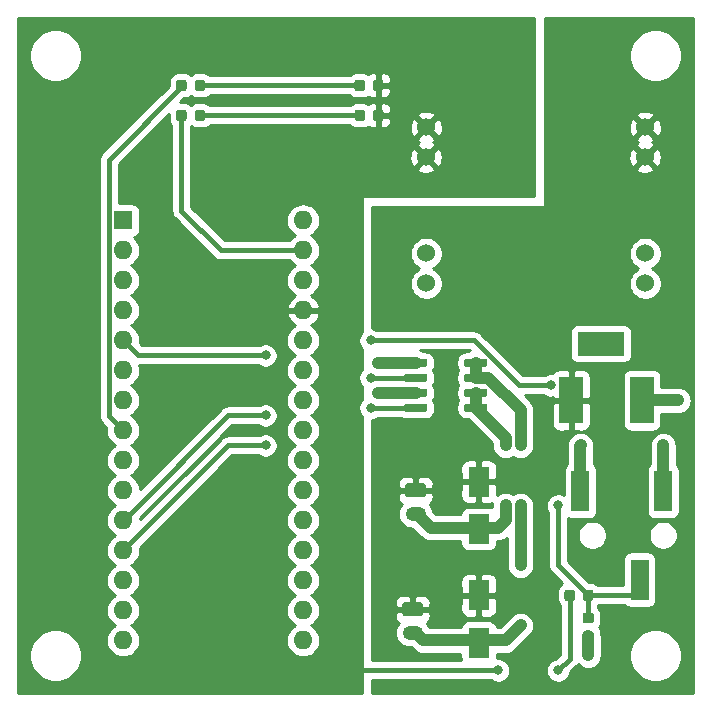
<source format=gbr>
G04 #@! TF.GenerationSoftware,KiCad,Pcbnew,(5.1.4-0)*
G04 #@! TF.CreationDate,2019-09-03T17:01:46-05:00*
G04 #@! TF.ProjectId,vacuum_pickup_tool,76616375-756d-45f7-9069-636b75705f74,rev?*
G04 #@! TF.SameCoordinates,Original*
G04 #@! TF.FileFunction,Copper,L1,Top*
G04 #@! TF.FilePolarity,Positive*
%FSLAX46Y46*%
G04 Gerber Fmt 4.6, Leading zero omitted, Abs format (unit mm)*
G04 Created by KiCad (PCBNEW (5.1.4-0)) date 2019-09-03 17:01:46*
%MOMM*%
%LPD*%
G04 APERTURE LIST*
%ADD10R,1.800000X2.500000*%
%ADD11C,0.100000*%
%ADD12C,0.875000*%
%ADD13R,2.000000X4.000000*%
%ADD14R,4.000000X2.000000*%
%ADD15R,1.500000X3.500000*%
%ADD16O,1.750000X1.200000*%
%ADD17C,1.200000*%
%ADD18C,1.524000*%
%ADD19O,1.600000X1.600000*%
%ADD20R,1.600000X1.600000*%
%ADD21C,0.650000*%
%ADD22C,0.800000*%
%ADD23C,1.000000*%
%ADD24C,0.400000*%
%ADD25C,0.254000*%
G04 APERTURE END LIST*
D10*
X35814000Y-40100000D03*
X35814000Y-36100000D03*
D11*
G36*
X12457691Y-4606053D02*
G01*
X12478926Y-4609203D01*
X12499750Y-4614419D01*
X12519962Y-4621651D01*
X12539368Y-4630830D01*
X12557781Y-4641866D01*
X12575024Y-4654654D01*
X12590930Y-4669070D01*
X12605346Y-4684976D01*
X12618134Y-4702219D01*
X12629170Y-4720632D01*
X12638349Y-4740038D01*
X12645581Y-4760250D01*
X12650797Y-4781074D01*
X12653947Y-4802309D01*
X12655000Y-4823750D01*
X12655000Y-5336250D01*
X12653947Y-5357691D01*
X12650797Y-5378926D01*
X12645581Y-5399750D01*
X12638349Y-5419962D01*
X12629170Y-5439368D01*
X12618134Y-5457781D01*
X12605346Y-5475024D01*
X12590930Y-5490930D01*
X12575024Y-5505346D01*
X12557781Y-5518134D01*
X12539368Y-5529170D01*
X12519962Y-5538349D01*
X12499750Y-5545581D01*
X12478926Y-5550797D01*
X12457691Y-5553947D01*
X12436250Y-5555000D01*
X11998750Y-5555000D01*
X11977309Y-5553947D01*
X11956074Y-5550797D01*
X11935250Y-5545581D01*
X11915038Y-5538349D01*
X11895632Y-5529170D01*
X11877219Y-5518134D01*
X11859976Y-5505346D01*
X11844070Y-5490930D01*
X11829654Y-5475024D01*
X11816866Y-5457781D01*
X11805830Y-5439368D01*
X11796651Y-5419962D01*
X11789419Y-5399750D01*
X11784203Y-5378926D01*
X11781053Y-5357691D01*
X11780000Y-5336250D01*
X11780000Y-4823750D01*
X11781053Y-4802309D01*
X11784203Y-4781074D01*
X11789419Y-4760250D01*
X11796651Y-4740038D01*
X11805830Y-4720632D01*
X11816866Y-4702219D01*
X11829654Y-4684976D01*
X11844070Y-4669070D01*
X11859976Y-4654654D01*
X11877219Y-4641866D01*
X11895632Y-4630830D01*
X11915038Y-4621651D01*
X11935250Y-4614419D01*
X11956074Y-4609203D01*
X11977309Y-4606053D01*
X11998750Y-4605000D01*
X12436250Y-4605000D01*
X12457691Y-4606053D01*
X12457691Y-4606053D01*
G37*
D12*
X12217500Y-5080000D03*
D11*
G36*
X10882691Y-4606053D02*
G01*
X10903926Y-4609203D01*
X10924750Y-4614419D01*
X10944962Y-4621651D01*
X10964368Y-4630830D01*
X10982781Y-4641866D01*
X11000024Y-4654654D01*
X11015930Y-4669070D01*
X11030346Y-4684976D01*
X11043134Y-4702219D01*
X11054170Y-4720632D01*
X11063349Y-4740038D01*
X11070581Y-4760250D01*
X11075797Y-4781074D01*
X11078947Y-4802309D01*
X11080000Y-4823750D01*
X11080000Y-5336250D01*
X11078947Y-5357691D01*
X11075797Y-5378926D01*
X11070581Y-5399750D01*
X11063349Y-5419962D01*
X11054170Y-5439368D01*
X11043134Y-5457781D01*
X11030346Y-5475024D01*
X11015930Y-5490930D01*
X11000024Y-5505346D01*
X10982781Y-5518134D01*
X10964368Y-5529170D01*
X10944962Y-5538349D01*
X10924750Y-5545581D01*
X10903926Y-5550797D01*
X10882691Y-5553947D01*
X10861250Y-5555000D01*
X10423750Y-5555000D01*
X10402309Y-5553947D01*
X10381074Y-5550797D01*
X10360250Y-5545581D01*
X10340038Y-5538349D01*
X10320632Y-5529170D01*
X10302219Y-5518134D01*
X10284976Y-5505346D01*
X10269070Y-5490930D01*
X10254654Y-5475024D01*
X10241866Y-5457781D01*
X10230830Y-5439368D01*
X10221651Y-5419962D01*
X10214419Y-5399750D01*
X10209203Y-5378926D01*
X10206053Y-5357691D01*
X10205000Y-5336250D01*
X10205000Y-4823750D01*
X10206053Y-4802309D01*
X10209203Y-4781074D01*
X10214419Y-4760250D01*
X10221651Y-4740038D01*
X10230830Y-4720632D01*
X10241866Y-4702219D01*
X10254654Y-4684976D01*
X10269070Y-4669070D01*
X10284976Y-4654654D01*
X10302219Y-4641866D01*
X10320632Y-4630830D01*
X10340038Y-4621651D01*
X10360250Y-4614419D01*
X10381074Y-4609203D01*
X10402309Y-4606053D01*
X10423750Y-4605000D01*
X10861250Y-4605000D01*
X10882691Y-4606053D01*
X10882691Y-4606053D01*
G37*
D12*
X10642500Y-5080000D03*
D11*
G36*
X12457691Y-2066053D02*
G01*
X12478926Y-2069203D01*
X12499750Y-2074419D01*
X12519962Y-2081651D01*
X12539368Y-2090830D01*
X12557781Y-2101866D01*
X12575024Y-2114654D01*
X12590930Y-2129070D01*
X12605346Y-2144976D01*
X12618134Y-2162219D01*
X12629170Y-2180632D01*
X12638349Y-2200038D01*
X12645581Y-2220250D01*
X12650797Y-2241074D01*
X12653947Y-2262309D01*
X12655000Y-2283750D01*
X12655000Y-2796250D01*
X12653947Y-2817691D01*
X12650797Y-2838926D01*
X12645581Y-2859750D01*
X12638349Y-2879962D01*
X12629170Y-2899368D01*
X12618134Y-2917781D01*
X12605346Y-2935024D01*
X12590930Y-2950930D01*
X12575024Y-2965346D01*
X12557781Y-2978134D01*
X12539368Y-2989170D01*
X12519962Y-2998349D01*
X12499750Y-3005581D01*
X12478926Y-3010797D01*
X12457691Y-3013947D01*
X12436250Y-3015000D01*
X11998750Y-3015000D01*
X11977309Y-3013947D01*
X11956074Y-3010797D01*
X11935250Y-3005581D01*
X11915038Y-2998349D01*
X11895632Y-2989170D01*
X11877219Y-2978134D01*
X11859976Y-2965346D01*
X11844070Y-2950930D01*
X11829654Y-2935024D01*
X11816866Y-2917781D01*
X11805830Y-2899368D01*
X11796651Y-2879962D01*
X11789419Y-2859750D01*
X11784203Y-2838926D01*
X11781053Y-2817691D01*
X11780000Y-2796250D01*
X11780000Y-2283750D01*
X11781053Y-2262309D01*
X11784203Y-2241074D01*
X11789419Y-2220250D01*
X11796651Y-2200038D01*
X11805830Y-2180632D01*
X11816866Y-2162219D01*
X11829654Y-2144976D01*
X11844070Y-2129070D01*
X11859976Y-2114654D01*
X11877219Y-2101866D01*
X11895632Y-2090830D01*
X11915038Y-2081651D01*
X11935250Y-2074419D01*
X11956074Y-2069203D01*
X11977309Y-2066053D01*
X11998750Y-2065000D01*
X12436250Y-2065000D01*
X12457691Y-2066053D01*
X12457691Y-2066053D01*
G37*
D12*
X12217500Y-2540000D03*
D11*
G36*
X10882691Y-2066053D02*
G01*
X10903926Y-2069203D01*
X10924750Y-2074419D01*
X10944962Y-2081651D01*
X10964368Y-2090830D01*
X10982781Y-2101866D01*
X11000024Y-2114654D01*
X11015930Y-2129070D01*
X11030346Y-2144976D01*
X11043134Y-2162219D01*
X11054170Y-2180632D01*
X11063349Y-2200038D01*
X11070581Y-2220250D01*
X11075797Y-2241074D01*
X11078947Y-2262309D01*
X11080000Y-2283750D01*
X11080000Y-2796250D01*
X11078947Y-2817691D01*
X11075797Y-2838926D01*
X11070581Y-2859750D01*
X11063349Y-2879962D01*
X11054170Y-2899368D01*
X11043134Y-2917781D01*
X11030346Y-2935024D01*
X11015930Y-2950930D01*
X11000024Y-2965346D01*
X10982781Y-2978134D01*
X10964368Y-2989170D01*
X10944962Y-2998349D01*
X10924750Y-3005581D01*
X10903926Y-3010797D01*
X10882691Y-3013947D01*
X10861250Y-3015000D01*
X10423750Y-3015000D01*
X10402309Y-3013947D01*
X10381074Y-3010797D01*
X10360250Y-3005581D01*
X10340038Y-2998349D01*
X10320632Y-2989170D01*
X10302219Y-2978134D01*
X10284976Y-2965346D01*
X10269070Y-2950930D01*
X10254654Y-2935024D01*
X10241866Y-2917781D01*
X10230830Y-2899368D01*
X10221651Y-2879962D01*
X10214419Y-2859750D01*
X10209203Y-2838926D01*
X10206053Y-2817691D01*
X10205000Y-2796250D01*
X10205000Y-2283750D01*
X10206053Y-2262309D01*
X10209203Y-2241074D01*
X10214419Y-2220250D01*
X10221651Y-2200038D01*
X10230830Y-2180632D01*
X10241866Y-2162219D01*
X10254654Y-2144976D01*
X10269070Y-2129070D01*
X10284976Y-2114654D01*
X10302219Y-2101866D01*
X10320632Y-2090830D01*
X10340038Y-2081651D01*
X10360250Y-2074419D01*
X10381074Y-2069203D01*
X10402309Y-2066053D01*
X10423750Y-2065000D01*
X10861250Y-2065000D01*
X10882691Y-2066053D01*
X10882691Y-2066053D01*
G37*
D12*
X10642500Y-2540000D03*
D10*
X35814000Y-49720000D03*
X35814000Y-45720000D03*
D13*
X43650000Y-29210000D03*
X49650000Y-29210000D03*
D14*
X46150000Y-24410000D03*
D15*
X51435000Y-36890000D03*
X49435000Y-44390000D03*
X44435000Y-36890000D03*
D16*
X30480000Y-38830000D03*
D11*
G36*
X31129505Y-36231204D02*
G01*
X31153773Y-36234804D01*
X31177572Y-36240765D01*
X31200671Y-36249030D01*
X31222850Y-36259520D01*
X31243893Y-36272132D01*
X31263599Y-36286747D01*
X31281777Y-36303223D01*
X31298253Y-36321401D01*
X31312868Y-36341107D01*
X31325480Y-36362150D01*
X31335970Y-36384329D01*
X31344235Y-36407428D01*
X31350196Y-36431227D01*
X31353796Y-36455495D01*
X31355000Y-36479999D01*
X31355000Y-37180001D01*
X31353796Y-37204505D01*
X31350196Y-37228773D01*
X31344235Y-37252572D01*
X31335970Y-37275671D01*
X31325480Y-37297850D01*
X31312868Y-37318893D01*
X31298253Y-37338599D01*
X31281777Y-37356777D01*
X31263599Y-37373253D01*
X31243893Y-37387868D01*
X31222850Y-37400480D01*
X31200671Y-37410970D01*
X31177572Y-37419235D01*
X31153773Y-37425196D01*
X31129505Y-37428796D01*
X31105001Y-37430000D01*
X29854999Y-37430000D01*
X29830495Y-37428796D01*
X29806227Y-37425196D01*
X29782428Y-37419235D01*
X29759329Y-37410970D01*
X29737150Y-37400480D01*
X29716107Y-37387868D01*
X29696401Y-37373253D01*
X29678223Y-37356777D01*
X29661747Y-37338599D01*
X29647132Y-37318893D01*
X29634520Y-37297850D01*
X29624030Y-37275671D01*
X29615765Y-37252572D01*
X29609804Y-37228773D01*
X29606204Y-37204505D01*
X29605000Y-37180001D01*
X29605000Y-36479999D01*
X29606204Y-36455495D01*
X29609804Y-36431227D01*
X29615765Y-36407428D01*
X29624030Y-36384329D01*
X29634520Y-36362150D01*
X29647132Y-36341107D01*
X29661747Y-36321401D01*
X29678223Y-36303223D01*
X29696401Y-36286747D01*
X29716107Y-36272132D01*
X29737150Y-36259520D01*
X29759329Y-36249030D01*
X29782428Y-36240765D01*
X29806227Y-36234804D01*
X29830495Y-36231204D01*
X29854999Y-36230000D01*
X31105001Y-36230000D01*
X31129505Y-36231204D01*
X31129505Y-36231204D01*
G37*
D17*
X30480000Y-36830000D03*
D16*
X30226000Y-48895000D03*
D11*
G36*
X30875505Y-46296204D02*
G01*
X30899773Y-46299804D01*
X30923572Y-46305765D01*
X30946671Y-46314030D01*
X30968850Y-46324520D01*
X30989893Y-46337132D01*
X31009599Y-46351747D01*
X31027777Y-46368223D01*
X31044253Y-46386401D01*
X31058868Y-46406107D01*
X31071480Y-46427150D01*
X31081970Y-46449329D01*
X31090235Y-46472428D01*
X31096196Y-46496227D01*
X31099796Y-46520495D01*
X31101000Y-46544999D01*
X31101000Y-47245001D01*
X31099796Y-47269505D01*
X31096196Y-47293773D01*
X31090235Y-47317572D01*
X31081970Y-47340671D01*
X31071480Y-47362850D01*
X31058868Y-47383893D01*
X31044253Y-47403599D01*
X31027777Y-47421777D01*
X31009599Y-47438253D01*
X30989893Y-47452868D01*
X30968850Y-47465480D01*
X30946671Y-47475970D01*
X30923572Y-47484235D01*
X30899773Y-47490196D01*
X30875505Y-47493796D01*
X30851001Y-47495000D01*
X29600999Y-47495000D01*
X29576495Y-47493796D01*
X29552227Y-47490196D01*
X29528428Y-47484235D01*
X29505329Y-47475970D01*
X29483150Y-47465480D01*
X29462107Y-47452868D01*
X29442401Y-47438253D01*
X29424223Y-47421777D01*
X29407747Y-47403599D01*
X29393132Y-47383893D01*
X29380520Y-47362850D01*
X29370030Y-47340671D01*
X29361765Y-47317572D01*
X29355804Y-47293773D01*
X29352204Y-47269505D01*
X29351000Y-47245001D01*
X29351000Y-46544999D01*
X29352204Y-46520495D01*
X29355804Y-46496227D01*
X29361765Y-46472428D01*
X29370030Y-46449329D01*
X29380520Y-46427150D01*
X29393132Y-46406107D01*
X29407747Y-46386401D01*
X29424223Y-46368223D01*
X29442401Y-46351747D01*
X29462107Y-46337132D01*
X29483150Y-46324520D01*
X29505329Y-46314030D01*
X29528428Y-46305765D01*
X29552227Y-46299804D01*
X29576495Y-46296204D01*
X29600999Y-46295000D01*
X30851001Y-46295000D01*
X30875505Y-46296204D01*
X30875505Y-46296204D01*
G37*
D17*
X30226000Y-46895000D03*
D11*
G36*
X45325191Y-45246053D02*
G01*
X45346426Y-45249203D01*
X45367250Y-45254419D01*
X45387462Y-45261651D01*
X45406868Y-45270830D01*
X45425281Y-45281866D01*
X45442524Y-45294654D01*
X45458430Y-45309070D01*
X45472846Y-45324976D01*
X45485634Y-45342219D01*
X45496670Y-45360632D01*
X45505849Y-45380038D01*
X45513081Y-45400250D01*
X45518297Y-45421074D01*
X45521447Y-45442309D01*
X45522500Y-45463750D01*
X45522500Y-45976250D01*
X45521447Y-45997691D01*
X45518297Y-46018926D01*
X45513081Y-46039750D01*
X45505849Y-46059962D01*
X45496670Y-46079368D01*
X45485634Y-46097781D01*
X45472846Y-46115024D01*
X45458430Y-46130930D01*
X45442524Y-46145346D01*
X45425281Y-46158134D01*
X45406868Y-46169170D01*
X45387462Y-46178349D01*
X45367250Y-46185581D01*
X45346426Y-46190797D01*
X45325191Y-46193947D01*
X45303750Y-46195000D01*
X44866250Y-46195000D01*
X44844809Y-46193947D01*
X44823574Y-46190797D01*
X44802750Y-46185581D01*
X44782538Y-46178349D01*
X44763132Y-46169170D01*
X44744719Y-46158134D01*
X44727476Y-46145346D01*
X44711570Y-46130930D01*
X44697154Y-46115024D01*
X44684366Y-46097781D01*
X44673330Y-46079368D01*
X44664151Y-46059962D01*
X44656919Y-46039750D01*
X44651703Y-46018926D01*
X44648553Y-45997691D01*
X44647500Y-45976250D01*
X44647500Y-45463750D01*
X44648553Y-45442309D01*
X44651703Y-45421074D01*
X44656919Y-45400250D01*
X44664151Y-45380038D01*
X44673330Y-45360632D01*
X44684366Y-45342219D01*
X44697154Y-45324976D01*
X44711570Y-45309070D01*
X44727476Y-45294654D01*
X44744719Y-45281866D01*
X44763132Y-45270830D01*
X44782538Y-45261651D01*
X44802750Y-45254419D01*
X44823574Y-45249203D01*
X44844809Y-45246053D01*
X44866250Y-45245000D01*
X45303750Y-45245000D01*
X45325191Y-45246053D01*
X45325191Y-45246053D01*
G37*
D12*
X45085000Y-45720000D03*
D11*
G36*
X43750191Y-45246053D02*
G01*
X43771426Y-45249203D01*
X43792250Y-45254419D01*
X43812462Y-45261651D01*
X43831868Y-45270830D01*
X43850281Y-45281866D01*
X43867524Y-45294654D01*
X43883430Y-45309070D01*
X43897846Y-45324976D01*
X43910634Y-45342219D01*
X43921670Y-45360632D01*
X43930849Y-45380038D01*
X43938081Y-45400250D01*
X43943297Y-45421074D01*
X43946447Y-45442309D01*
X43947500Y-45463750D01*
X43947500Y-45976250D01*
X43946447Y-45997691D01*
X43943297Y-46018926D01*
X43938081Y-46039750D01*
X43930849Y-46059962D01*
X43921670Y-46079368D01*
X43910634Y-46097781D01*
X43897846Y-46115024D01*
X43883430Y-46130930D01*
X43867524Y-46145346D01*
X43850281Y-46158134D01*
X43831868Y-46169170D01*
X43812462Y-46178349D01*
X43792250Y-46185581D01*
X43771426Y-46190797D01*
X43750191Y-46193947D01*
X43728750Y-46195000D01*
X43291250Y-46195000D01*
X43269809Y-46193947D01*
X43248574Y-46190797D01*
X43227750Y-46185581D01*
X43207538Y-46178349D01*
X43188132Y-46169170D01*
X43169719Y-46158134D01*
X43152476Y-46145346D01*
X43136570Y-46130930D01*
X43122154Y-46115024D01*
X43109366Y-46097781D01*
X43098330Y-46079368D01*
X43089151Y-46059962D01*
X43081919Y-46039750D01*
X43076703Y-46018926D01*
X43073553Y-45997691D01*
X43072500Y-45976250D01*
X43072500Y-45463750D01*
X43073553Y-45442309D01*
X43076703Y-45421074D01*
X43081919Y-45400250D01*
X43089151Y-45380038D01*
X43098330Y-45360632D01*
X43109366Y-45342219D01*
X43122154Y-45324976D01*
X43136570Y-45309070D01*
X43152476Y-45294654D01*
X43169719Y-45281866D01*
X43188132Y-45270830D01*
X43207538Y-45261651D01*
X43227750Y-45254419D01*
X43248574Y-45249203D01*
X43269809Y-45246053D01*
X43291250Y-45245000D01*
X43728750Y-45245000D01*
X43750191Y-45246053D01*
X43750191Y-45246053D01*
G37*
D12*
X43510000Y-45720000D03*
D11*
G36*
X25995691Y-4606053D02*
G01*
X26016926Y-4609203D01*
X26037750Y-4614419D01*
X26057962Y-4621651D01*
X26077368Y-4630830D01*
X26095781Y-4641866D01*
X26113024Y-4654654D01*
X26128930Y-4669070D01*
X26143346Y-4684976D01*
X26156134Y-4702219D01*
X26167170Y-4720632D01*
X26176349Y-4740038D01*
X26183581Y-4760250D01*
X26188797Y-4781074D01*
X26191947Y-4802309D01*
X26193000Y-4823750D01*
X26193000Y-5336250D01*
X26191947Y-5357691D01*
X26188797Y-5378926D01*
X26183581Y-5399750D01*
X26176349Y-5419962D01*
X26167170Y-5439368D01*
X26156134Y-5457781D01*
X26143346Y-5475024D01*
X26128930Y-5490930D01*
X26113024Y-5505346D01*
X26095781Y-5518134D01*
X26077368Y-5529170D01*
X26057962Y-5538349D01*
X26037750Y-5545581D01*
X26016926Y-5550797D01*
X25995691Y-5553947D01*
X25974250Y-5555000D01*
X25536750Y-5555000D01*
X25515309Y-5553947D01*
X25494074Y-5550797D01*
X25473250Y-5545581D01*
X25453038Y-5538349D01*
X25433632Y-5529170D01*
X25415219Y-5518134D01*
X25397976Y-5505346D01*
X25382070Y-5490930D01*
X25367654Y-5475024D01*
X25354866Y-5457781D01*
X25343830Y-5439368D01*
X25334651Y-5419962D01*
X25327419Y-5399750D01*
X25322203Y-5378926D01*
X25319053Y-5357691D01*
X25318000Y-5336250D01*
X25318000Y-4823750D01*
X25319053Y-4802309D01*
X25322203Y-4781074D01*
X25327419Y-4760250D01*
X25334651Y-4740038D01*
X25343830Y-4720632D01*
X25354866Y-4702219D01*
X25367654Y-4684976D01*
X25382070Y-4669070D01*
X25397976Y-4654654D01*
X25415219Y-4641866D01*
X25433632Y-4630830D01*
X25453038Y-4621651D01*
X25473250Y-4614419D01*
X25494074Y-4609203D01*
X25515309Y-4606053D01*
X25536750Y-4605000D01*
X25974250Y-4605000D01*
X25995691Y-4606053D01*
X25995691Y-4606053D01*
G37*
D12*
X25755500Y-5080000D03*
D11*
G36*
X27570691Y-4606053D02*
G01*
X27591926Y-4609203D01*
X27612750Y-4614419D01*
X27632962Y-4621651D01*
X27652368Y-4630830D01*
X27670781Y-4641866D01*
X27688024Y-4654654D01*
X27703930Y-4669070D01*
X27718346Y-4684976D01*
X27731134Y-4702219D01*
X27742170Y-4720632D01*
X27751349Y-4740038D01*
X27758581Y-4760250D01*
X27763797Y-4781074D01*
X27766947Y-4802309D01*
X27768000Y-4823750D01*
X27768000Y-5336250D01*
X27766947Y-5357691D01*
X27763797Y-5378926D01*
X27758581Y-5399750D01*
X27751349Y-5419962D01*
X27742170Y-5439368D01*
X27731134Y-5457781D01*
X27718346Y-5475024D01*
X27703930Y-5490930D01*
X27688024Y-5505346D01*
X27670781Y-5518134D01*
X27652368Y-5529170D01*
X27632962Y-5538349D01*
X27612750Y-5545581D01*
X27591926Y-5550797D01*
X27570691Y-5553947D01*
X27549250Y-5555000D01*
X27111750Y-5555000D01*
X27090309Y-5553947D01*
X27069074Y-5550797D01*
X27048250Y-5545581D01*
X27028038Y-5538349D01*
X27008632Y-5529170D01*
X26990219Y-5518134D01*
X26972976Y-5505346D01*
X26957070Y-5490930D01*
X26942654Y-5475024D01*
X26929866Y-5457781D01*
X26918830Y-5439368D01*
X26909651Y-5419962D01*
X26902419Y-5399750D01*
X26897203Y-5378926D01*
X26894053Y-5357691D01*
X26893000Y-5336250D01*
X26893000Y-4823750D01*
X26894053Y-4802309D01*
X26897203Y-4781074D01*
X26902419Y-4760250D01*
X26909651Y-4740038D01*
X26918830Y-4720632D01*
X26929866Y-4702219D01*
X26942654Y-4684976D01*
X26957070Y-4669070D01*
X26972976Y-4654654D01*
X26990219Y-4641866D01*
X27008632Y-4630830D01*
X27028038Y-4621651D01*
X27048250Y-4614419D01*
X27069074Y-4609203D01*
X27090309Y-4606053D01*
X27111750Y-4605000D01*
X27549250Y-4605000D01*
X27570691Y-4606053D01*
X27570691Y-4606053D01*
G37*
D12*
X27330500Y-5080000D03*
D11*
G36*
X25970191Y-2066053D02*
G01*
X25991426Y-2069203D01*
X26012250Y-2074419D01*
X26032462Y-2081651D01*
X26051868Y-2090830D01*
X26070281Y-2101866D01*
X26087524Y-2114654D01*
X26103430Y-2129070D01*
X26117846Y-2144976D01*
X26130634Y-2162219D01*
X26141670Y-2180632D01*
X26150849Y-2200038D01*
X26158081Y-2220250D01*
X26163297Y-2241074D01*
X26166447Y-2262309D01*
X26167500Y-2283750D01*
X26167500Y-2796250D01*
X26166447Y-2817691D01*
X26163297Y-2838926D01*
X26158081Y-2859750D01*
X26150849Y-2879962D01*
X26141670Y-2899368D01*
X26130634Y-2917781D01*
X26117846Y-2935024D01*
X26103430Y-2950930D01*
X26087524Y-2965346D01*
X26070281Y-2978134D01*
X26051868Y-2989170D01*
X26032462Y-2998349D01*
X26012250Y-3005581D01*
X25991426Y-3010797D01*
X25970191Y-3013947D01*
X25948750Y-3015000D01*
X25511250Y-3015000D01*
X25489809Y-3013947D01*
X25468574Y-3010797D01*
X25447750Y-3005581D01*
X25427538Y-2998349D01*
X25408132Y-2989170D01*
X25389719Y-2978134D01*
X25372476Y-2965346D01*
X25356570Y-2950930D01*
X25342154Y-2935024D01*
X25329366Y-2917781D01*
X25318330Y-2899368D01*
X25309151Y-2879962D01*
X25301919Y-2859750D01*
X25296703Y-2838926D01*
X25293553Y-2817691D01*
X25292500Y-2796250D01*
X25292500Y-2283750D01*
X25293553Y-2262309D01*
X25296703Y-2241074D01*
X25301919Y-2220250D01*
X25309151Y-2200038D01*
X25318330Y-2180632D01*
X25329366Y-2162219D01*
X25342154Y-2144976D01*
X25356570Y-2129070D01*
X25372476Y-2114654D01*
X25389719Y-2101866D01*
X25408132Y-2090830D01*
X25427538Y-2081651D01*
X25447750Y-2074419D01*
X25468574Y-2069203D01*
X25489809Y-2066053D01*
X25511250Y-2065000D01*
X25948750Y-2065000D01*
X25970191Y-2066053D01*
X25970191Y-2066053D01*
G37*
D12*
X25730000Y-2540000D03*
D11*
G36*
X27545191Y-2066053D02*
G01*
X27566426Y-2069203D01*
X27587250Y-2074419D01*
X27607462Y-2081651D01*
X27626868Y-2090830D01*
X27645281Y-2101866D01*
X27662524Y-2114654D01*
X27678430Y-2129070D01*
X27692846Y-2144976D01*
X27705634Y-2162219D01*
X27716670Y-2180632D01*
X27725849Y-2200038D01*
X27733081Y-2220250D01*
X27738297Y-2241074D01*
X27741447Y-2262309D01*
X27742500Y-2283750D01*
X27742500Y-2796250D01*
X27741447Y-2817691D01*
X27738297Y-2838926D01*
X27733081Y-2859750D01*
X27725849Y-2879962D01*
X27716670Y-2899368D01*
X27705634Y-2917781D01*
X27692846Y-2935024D01*
X27678430Y-2950930D01*
X27662524Y-2965346D01*
X27645281Y-2978134D01*
X27626868Y-2989170D01*
X27607462Y-2998349D01*
X27587250Y-3005581D01*
X27566426Y-3010797D01*
X27545191Y-3013947D01*
X27523750Y-3015000D01*
X27086250Y-3015000D01*
X27064809Y-3013947D01*
X27043574Y-3010797D01*
X27022750Y-3005581D01*
X27002538Y-2998349D01*
X26983132Y-2989170D01*
X26964719Y-2978134D01*
X26947476Y-2965346D01*
X26931570Y-2950930D01*
X26917154Y-2935024D01*
X26904366Y-2917781D01*
X26893330Y-2899368D01*
X26884151Y-2879962D01*
X26876919Y-2859750D01*
X26871703Y-2838926D01*
X26868553Y-2817691D01*
X26867500Y-2796250D01*
X26867500Y-2283750D01*
X26868553Y-2262309D01*
X26871703Y-2241074D01*
X26876919Y-2220250D01*
X26884151Y-2200038D01*
X26893330Y-2180632D01*
X26904366Y-2162219D01*
X26917154Y-2144976D01*
X26931570Y-2129070D01*
X26947476Y-2114654D01*
X26964719Y-2101866D01*
X26983132Y-2090830D01*
X27002538Y-2081651D01*
X27022750Y-2074419D01*
X27043574Y-2069203D01*
X27064809Y-2066053D01*
X27086250Y-2065000D01*
X27523750Y-2065000D01*
X27545191Y-2066053D01*
X27545191Y-2066053D01*
G37*
D12*
X27305000Y-2540000D03*
D18*
X31369000Y-19304000D03*
X31369000Y-16764000D03*
X31369000Y-6096000D03*
X31360000Y-8636000D03*
X49911000Y-6096000D03*
X49902000Y-8636000D03*
X49911000Y-19304000D03*
X49911000Y-16764000D03*
D19*
X20955000Y-49530000D03*
X5715000Y-49530000D03*
X20955000Y-13970000D03*
X5715000Y-46990000D03*
X20955000Y-16510000D03*
X5715000Y-44450000D03*
X20955000Y-19050000D03*
X5715000Y-41910000D03*
X20955000Y-21590000D03*
X5715000Y-39370000D03*
X20955000Y-24130000D03*
X5715000Y-36830000D03*
X20955000Y-26670000D03*
X5715000Y-34290000D03*
X20955000Y-29210000D03*
X5715000Y-31750000D03*
X20955000Y-31750000D03*
X5715000Y-29210000D03*
X20955000Y-34290000D03*
X5715000Y-26670000D03*
X20955000Y-36830000D03*
X5715000Y-24130000D03*
X20955000Y-39370000D03*
X5715000Y-21590000D03*
X20955000Y-41910000D03*
X5715000Y-19050000D03*
X20955000Y-44450000D03*
X5715000Y-16510000D03*
X20955000Y-46990000D03*
D20*
X5715000Y-13970000D03*
D11*
G36*
X45362691Y-48763553D02*
G01*
X45383926Y-48766703D01*
X45404750Y-48771919D01*
X45424962Y-48779151D01*
X45444368Y-48788330D01*
X45462781Y-48799366D01*
X45480024Y-48812154D01*
X45495930Y-48826570D01*
X45510346Y-48842476D01*
X45523134Y-48859719D01*
X45534170Y-48878132D01*
X45543349Y-48897538D01*
X45550581Y-48917750D01*
X45555797Y-48938574D01*
X45558947Y-48959809D01*
X45560000Y-48981250D01*
X45560000Y-49418750D01*
X45558947Y-49440191D01*
X45555797Y-49461426D01*
X45550581Y-49482250D01*
X45543349Y-49502462D01*
X45534170Y-49521868D01*
X45523134Y-49540281D01*
X45510346Y-49557524D01*
X45495930Y-49573430D01*
X45480024Y-49587846D01*
X45462781Y-49600634D01*
X45444368Y-49611670D01*
X45424962Y-49620849D01*
X45404750Y-49628081D01*
X45383926Y-49633297D01*
X45362691Y-49636447D01*
X45341250Y-49637500D01*
X44828750Y-49637500D01*
X44807309Y-49636447D01*
X44786074Y-49633297D01*
X44765250Y-49628081D01*
X44745038Y-49620849D01*
X44725632Y-49611670D01*
X44707219Y-49600634D01*
X44689976Y-49587846D01*
X44674070Y-49573430D01*
X44659654Y-49557524D01*
X44646866Y-49540281D01*
X44635830Y-49521868D01*
X44626651Y-49502462D01*
X44619419Y-49482250D01*
X44614203Y-49461426D01*
X44611053Y-49440191D01*
X44610000Y-49418750D01*
X44610000Y-48981250D01*
X44611053Y-48959809D01*
X44614203Y-48938574D01*
X44619419Y-48917750D01*
X44626651Y-48897538D01*
X44635830Y-48878132D01*
X44646866Y-48859719D01*
X44659654Y-48842476D01*
X44674070Y-48826570D01*
X44689976Y-48812154D01*
X44707219Y-48799366D01*
X44725632Y-48788330D01*
X44745038Y-48779151D01*
X44765250Y-48771919D01*
X44786074Y-48766703D01*
X44807309Y-48763553D01*
X44828750Y-48762500D01*
X45341250Y-48762500D01*
X45362691Y-48763553D01*
X45362691Y-48763553D01*
G37*
D12*
X45085000Y-49200000D03*
D11*
G36*
X45362691Y-47188553D02*
G01*
X45383926Y-47191703D01*
X45404750Y-47196919D01*
X45424962Y-47204151D01*
X45444368Y-47213330D01*
X45462781Y-47224366D01*
X45480024Y-47237154D01*
X45495930Y-47251570D01*
X45510346Y-47267476D01*
X45523134Y-47284719D01*
X45534170Y-47303132D01*
X45543349Y-47322538D01*
X45550581Y-47342750D01*
X45555797Y-47363574D01*
X45558947Y-47384809D01*
X45560000Y-47406250D01*
X45560000Y-47843750D01*
X45558947Y-47865191D01*
X45555797Y-47886426D01*
X45550581Y-47907250D01*
X45543349Y-47927462D01*
X45534170Y-47946868D01*
X45523134Y-47965281D01*
X45510346Y-47982524D01*
X45495930Y-47998430D01*
X45480024Y-48012846D01*
X45462781Y-48025634D01*
X45444368Y-48036670D01*
X45424962Y-48045849D01*
X45404750Y-48053081D01*
X45383926Y-48058297D01*
X45362691Y-48061447D01*
X45341250Y-48062500D01*
X44828750Y-48062500D01*
X44807309Y-48061447D01*
X44786074Y-48058297D01*
X44765250Y-48053081D01*
X44745038Y-48045849D01*
X44725632Y-48036670D01*
X44707219Y-48025634D01*
X44689976Y-48012846D01*
X44674070Y-47998430D01*
X44659654Y-47982524D01*
X44646866Y-47965281D01*
X44635830Y-47946868D01*
X44626651Y-47927462D01*
X44619419Y-47907250D01*
X44614203Y-47886426D01*
X44611053Y-47865191D01*
X44610000Y-47843750D01*
X44610000Y-47406250D01*
X44611053Y-47384809D01*
X44614203Y-47363574D01*
X44619419Y-47342750D01*
X44626651Y-47322538D01*
X44635830Y-47303132D01*
X44646866Y-47284719D01*
X44659654Y-47267476D01*
X44674070Y-47251570D01*
X44689976Y-47237154D01*
X44707219Y-47224366D01*
X44725632Y-47213330D01*
X44745038Y-47204151D01*
X44765250Y-47196919D01*
X44786074Y-47191703D01*
X44807309Y-47188553D01*
X44828750Y-47187500D01*
X45341250Y-47187500D01*
X45362691Y-47188553D01*
X45362691Y-47188553D01*
G37*
D12*
X45085000Y-47625000D03*
D11*
G36*
X36398428Y-25710782D02*
G01*
X36414202Y-25713122D01*
X36429671Y-25716997D01*
X36444686Y-25722370D01*
X36459102Y-25729188D01*
X36472780Y-25737386D01*
X36485589Y-25746886D01*
X36497405Y-25757595D01*
X36508114Y-25769411D01*
X36517614Y-25782220D01*
X36525812Y-25795898D01*
X36532630Y-25810314D01*
X36538003Y-25825329D01*
X36541878Y-25840798D01*
X36544218Y-25856572D01*
X36545000Y-25872500D01*
X36545000Y-26197500D01*
X36544218Y-26213428D01*
X36541878Y-26229202D01*
X36538003Y-26244671D01*
X36532630Y-26259686D01*
X36525812Y-26274102D01*
X36517614Y-26287780D01*
X36508114Y-26300589D01*
X36497405Y-26312405D01*
X36485589Y-26323114D01*
X36472780Y-26332614D01*
X36459102Y-26340812D01*
X36444686Y-26347630D01*
X36429671Y-26353003D01*
X36414202Y-26356878D01*
X36398428Y-26359218D01*
X36382500Y-26360000D01*
X34732500Y-26360000D01*
X34716572Y-26359218D01*
X34700798Y-26356878D01*
X34685329Y-26353003D01*
X34670314Y-26347630D01*
X34655898Y-26340812D01*
X34642220Y-26332614D01*
X34629411Y-26323114D01*
X34617595Y-26312405D01*
X34606886Y-26300589D01*
X34597386Y-26287780D01*
X34589188Y-26274102D01*
X34582370Y-26259686D01*
X34576997Y-26244671D01*
X34573122Y-26229202D01*
X34570782Y-26213428D01*
X34570000Y-26197500D01*
X34570000Y-25872500D01*
X34570782Y-25856572D01*
X34573122Y-25840798D01*
X34576997Y-25825329D01*
X34582370Y-25810314D01*
X34589188Y-25795898D01*
X34597386Y-25782220D01*
X34606886Y-25769411D01*
X34617595Y-25757595D01*
X34629411Y-25746886D01*
X34642220Y-25737386D01*
X34655898Y-25729188D01*
X34670314Y-25722370D01*
X34685329Y-25716997D01*
X34700798Y-25713122D01*
X34716572Y-25710782D01*
X34732500Y-25710000D01*
X36382500Y-25710000D01*
X36398428Y-25710782D01*
X36398428Y-25710782D01*
G37*
D21*
X35557500Y-26035000D03*
D11*
G36*
X36398428Y-26980782D02*
G01*
X36414202Y-26983122D01*
X36429671Y-26986997D01*
X36444686Y-26992370D01*
X36459102Y-26999188D01*
X36472780Y-27007386D01*
X36485589Y-27016886D01*
X36497405Y-27027595D01*
X36508114Y-27039411D01*
X36517614Y-27052220D01*
X36525812Y-27065898D01*
X36532630Y-27080314D01*
X36538003Y-27095329D01*
X36541878Y-27110798D01*
X36544218Y-27126572D01*
X36545000Y-27142500D01*
X36545000Y-27467500D01*
X36544218Y-27483428D01*
X36541878Y-27499202D01*
X36538003Y-27514671D01*
X36532630Y-27529686D01*
X36525812Y-27544102D01*
X36517614Y-27557780D01*
X36508114Y-27570589D01*
X36497405Y-27582405D01*
X36485589Y-27593114D01*
X36472780Y-27602614D01*
X36459102Y-27610812D01*
X36444686Y-27617630D01*
X36429671Y-27623003D01*
X36414202Y-27626878D01*
X36398428Y-27629218D01*
X36382500Y-27630000D01*
X34732500Y-27630000D01*
X34716572Y-27629218D01*
X34700798Y-27626878D01*
X34685329Y-27623003D01*
X34670314Y-27617630D01*
X34655898Y-27610812D01*
X34642220Y-27602614D01*
X34629411Y-27593114D01*
X34617595Y-27582405D01*
X34606886Y-27570589D01*
X34597386Y-27557780D01*
X34589188Y-27544102D01*
X34582370Y-27529686D01*
X34576997Y-27514671D01*
X34573122Y-27499202D01*
X34570782Y-27483428D01*
X34570000Y-27467500D01*
X34570000Y-27142500D01*
X34570782Y-27126572D01*
X34573122Y-27110798D01*
X34576997Y-27095329D01*
X34582370Y-27080314D01*
X34589188Y-27065898D01*
X34597386Y-27052220D01*
X34606886Y-27039411D01*
X34617595Y-27027595D01*
X34629411Y-27016886D01*
X34642220Y-27007386D01*
X34655898Y-26999188D01*
X34670314Y-26992370D01*
X34685329Y-26986997D01*
X34700798Y-26983122D01*
X34716572Y-26980782D01*
X34732500Y-26980000D01*
X36382500Y-26980000D01*
X36398428Y-26980782D01*
X36398428Y-26980782D01*
G37*
D21*
X35557500Y-27305000D03*
D11*
G36*
X36398428Y-28250782D02*
G01*
X36414202Y-28253122D01*
X36429671Y-28256997D01*
X36444686Y-28262370D01*
X36459102Y-28269188D01*
X36472780Y-28277386D01*
X36485589Y-28286886D01*
X36497405Y-28297595D01*
X36508114Y-28309411D01*
X36517614Y-28322220D01*
X36525812Y-28335898D01*
X36532630Y-28350314D01*
X36538003Y-28365329D01*
X36541878Y-28380798D01*
X36544218Y-28396572D01*
X36545000Y-28412500D01*
X36545000Y-28737500D01*
X36544218Y-28753428D01*
X36541878Y-28769202D01*
X36538003Y-28784671D01*
X36532630Y-28799686D01*
X36525812Y-28814102D01*
X36517614Y-28827780D01*
X36508114Y-28840589D01*
X36497405Y-28852405D01*
X36485589Y-28863114D01*
X36472780Y-28872614D01*
X36459102Y-28880812D01*
X36444686Y-28887630D01*
X36429671Y-28893003D01*
X36414202Y-28896878D01*
X36398428Y-28899218D01*
X36382500Y-28900000D01*
X34732500Y-28900000D01*
X34716572Y-28899218D01*
X34700798Y-28896878D01*
X34685329Y-28893003D01*
X34670314Y-28887630D01*
X34655898Y-28880812D01*
X34642220Y-28872614D01*
X34629411Y-28863114D01*
X34617595Y-28852405D01*
X34606886Y-28840589D01*
X34597386Y-28827780D01*
X34589188Y-28814102D01*
X34582370Y-28799686D01*
X34576997Y-28784671D01*
X34573122Y-28769202D01*
X34570782Y-28753428D01*
X34570000Y-28737500D01*
X34570000Y-28412500D01*
X34570782Y-28396572D01*
X34573122Y-28380798D01*
X34576997Y-28365329D01*
X34582370Y-28350314D01*
X34589188Y-28335898D01*
X34597386Y-28322220D01*
X34606886Y-28309411D01*
X34617595Y-28297595D01*
X34629411Y-28286886D01*
X34642220Y-28277386D01*
X34655898Y-28269188D01*
X34670314Y-28262370D01*
X34685329Y-28256997D01*
X34700798Y-28253122D01*
X34716572Y-28250782D01*
X34732500Y-28250000D01*
X36382500Y-28250000D01*
X36398428Y-28250782D01*
X36398428Y-28250782D01*
G37*
D21*
X35557500Y-28575000D03*
D11*
G36*
X36398428Y-29520782D02*
G01*
X36414202Y-29523122D01*
X36429671Y-29526997D01*
X36444686Y-29532370D01*
X36459102Y-29539188D01*
X36472780Y-29547386D01*
X36485589Y-29556886D01*
X36497405Y-29567595D01*
X36508114Y-29579411D01*
X36517614Y-29592220D01*
X36525812Y-29605898D01*
X36532630Y-29620314D01*
X36538003Y-29635329D01*
X36541878Y-29650798D01*
X36544218Y-29666572D01*
X36545000Y-29682500D01*
X36545000Y-30007500D01*
X36544218Y-30023428D01*
X36541878Y-30039202D01*
X36538003Y-30054671D01*
X36532630Y-30069686D01*
X36525812Y-30084102D01*
X36517614Y-30097780D01*
X36508114Y-30110589D01*
X36497405Y-30122405D01*
X36485589Y-30133114D01*
X36472780Y-30142614D01*
X36459102Y-30150812D01*
X36444686Y-30157630D01*
X36429671Y-30163003D01*
X36414202Y-30166878D01*
X36398428Y-30169218D01*
X36382500Y-30170000D01*
X34732500Y-30170000D01*
X34716572Y-30169218D01*
X34700798Y-30166878D01*
X34685329Y-30163003D01*
X34670314Y-30157630D01*
X34655898Y-30150812D01*
X34642220Y-30142614D01*
X34629411Y-30133114D01*
X34617595Y-30122405D01*
X34606886Y-30110589D01*
X34597386Y-30097780D01*
X34589188Y-30084102D01*
X34582370Y-30069686D01*
X34576997Y-30054671D01*
X34573122Y-30039202D01*
X34570782Y-30023428D01*
X34570000Y-30007500D01*
X34570000Y-29682500D01*
X34570782Y-29666572D01*
X34573122Y-29650798D01*
X34576997Y-29635329D01*
X34582370Y-29620314D01*
X34589188Y-29605898D01*
X34597386Y-29592220D01*
X34606886Y-29579411D01*
X34617595Y-29567595D01*
X34629411Y-29556886D01*
X34642220Y-29547386D01*
X34655898Y-29539188D01*
X34670314Y-29532370D01*
X34685329Y-29526997D01*
X34700798Y-29523122D01*
X34716572Y-29520782D01*
X34732500Y-29520000D01*
X36382500Y-29520000D01*
X36398428Y-29520782D01*
X36398428Y-29520782D01*
G37*
D21*
X35557500Y-29845000D03*
D11*
G36*
X31323428Y-29520782D02*
G01*
X31339202Y-29523122D01*
X31354671Y-29526997D01*
X31369686Y-29532370D01*
X31384102Y-29539188D01*
X31397780Y-29547386D01*
X31410589Y-29556886D01*
X31422405Y-29567595D01*
X31433114Y-29579411D01*
X31442614Y-29592220D01*
X31450812Y-29605898D01*
X31457630Y-29620314D01*
X31463003Y-29635329D01*
X31466878Y-29650798D01*
X31469218Y-29666572D01*
X31470000Y-29682500D01*
X31470000Y-30007500D01*
X31469218Y-30023428D01*
X31466878Y-30039202D01*
X31463003Y-30054671D01*
X31457630Y-30069686D01*
X31450812Y-30084102D01*
X31442614Y-30097780D01*
X31433114Y-30110589D01*
X31422405Y-30122405D01*
X31410589Y-30133114D01*
X31397780Y-30142614D01*
X31384102Y-30150812D01*
X31369686Y-30157630D01*
X31354671Y-30163003D01*
X31339202Y-30166878D01*
X31323428Y-30169218D01*
X31307500Y-30170000D01*
X29657500Y-30170000D01*
X29641572Y-30169218D01*
X29625798Y-30166878D01*
X29610329Y-30163003D01*
X29595314Y-30157630D01*
X29580898Y-30150812D01*
X29567220Y-30142614D01*
X29554411Y-30133114D01*
X29542595Y-30122405D01*
X29531886Y-30110589D01*
X29522386Y-30097780D01*
X29514188Y-30084102D01*
X29507370Y-30069686D01*
X29501997Y-30054671D01*
X29498122Y-30039202D01*
X29495782Y-30023428D01*
X29495000Y-30007500D01*
X29495000Y-29682500D01*
X29495782Y-29666572D01*
X29498122Y-29650798D01*
X29501997Y-29635329D01*
X29507370Y-29620314D01*
X29514188Y-29605898D01*
X29522386Y-29592220D01*
X29531886Y-29579411D01*
X29542595Y-29567595D01*
X29554411Y-29556886D01*
X29567220Y-29547386D01*
X29580898Y-29539188D01*
X29595314Y-29532370D01*
X29610329Y-29526997D01*
X29625798Y-29523122D01*
X29641572Y-29520782D01*
X29657500Y-29520000D01*
X31307500Y-29520000D01*
X31323428Y-29520782D01*
X31323428Y-29520782D01*
G37*
D21*
X30482500Y-29845000D03*
D11*
G36*
X31323428Y-28250782D02*
G01*
X31339202Y-28253122D01*
X31354671Y-28256997D01*
X31369686Y-28262370D01*
X31384102Y-28269188D01*
X31397780Y-28277386D01*
X31410589Y-28286886D01*
X31422405Y-28297595D01*
X31433114Y-28309411D01*
X31442614Y-28322220D01*
X31450812Y-28335898D01*
X31457630Y-28350314D01*
X31463003Y-28365329D01*
X31466878Y-28380798D01*
X31469218Y-28396572D01*
X31470000Y-28412500D01*
X31470000Y-28737500D01*
X31469218Y-28753428D01*
X31466878Y-28769202D01*
X31463003Y-28784671D01*
X31457630Y-28799686D01*
X31450812Y-28814102D01*
X31442614Y-28827780D01*
X31433114Y-28840589D01*
X31422405Y-28852405D01*
X31410589Y-28863114D01*
X31397780Y-28872614D01*
X31384102Y-28880812D01*
X31369686Y-28887630D01*
X31354671Y-28893003D01*
X31339202Y-28896878D01*
X31323428Y-28899218D01*
X31307500Y-28900000D01*
X29657500Y-28900000D01*
X29641572Y-28899218D01*
X29625798Y-28896878D01*
X29610329Y-28893003D01*
X29595314Y-28887630D01*
X29580898Y-28880812D01*
X29567220Y-28872614D01*
X29554411Y-28863114D01*
X29542595Y-28852405D01*
X29531886Y-28840589D01*
X29522386Y-28827780D01*
X29514188Y-28814102D01*
X29507370Y-28799686D01*
X29501997Y-28784671D01*
X29498122Y-28769202D01*
X29495782Y-28753428D01*
X29495000Y-28737500D01*
X29495000Y-28412500D01*
X29495782Y-28396572D01*
X29498122Y-28380798D01*
X29501997Y-28365329D01*
X29507370Y-28350314D01*
X29514188Y-28335898D01*
X29522386Y-28322220D01*
X29531886Y-28309411D01*
X29542595Y-28297595D01*
X29554411Y-28286886D01*
X29567220Y-28277386D01*
X29580898Y-28269188D01*
X29595314Y-28262370D01*
X29610329Y-28256997D01*
X29625798Y-28253122D01*
X29641572Y-28250782D01*
X29657500Y-28250000D01*
X31307500Y-28250000D01*
X31323428Y-28250782D01*
X31323428Y-28250782D01*
G37*
D21*
X30482500Y-28575000D03*
D11*
G36*
X31323428Y-26980782D02*
G01*
X31339202Y-26983122D01*
X31354671Y-26986997D01*
X31369686Y-26992370D01*
X31384102Y-26999188D01*
X31397780Y-27007386D01*
X31410589Y-27016886D01*
X31422405Y-27027595D01*
X31433114Y-27039411D01*
X31442614Y-27052220D01*
X31450812Y-27065898D01*
X31457630Y-27080314D01*
X31463003Y-27095329D01*
X31466878Y-27110798D01*
X31469218Y-27126572D01*
X31470000Y-27142500D01*
X31470000Y-27467500D01*
X31469218Y-27483428D01*
X31466878Y-27499202D01*
X31463003Y-27514671D01*
X31457630Y-27529686D01*
X31450812Y-27544102D01*
X31442614Y-27557780D01*
X31433114Y-27570589D01*
X31422405Y-27582405D01*
X31410589Y-27593114D01*
X31397780Y-27602614D01*
X31384102Y-27610812D01*
X31369686Y-27617630D01*
X31354671Y-27623003D01*
X31339202Y-27626878D01*
X31323428Y-27629218D01*
X31307500Y-27630000D01*
X29657500Y-27630000D01*
X29641572Y-27629218D01*
X29625798Y-27626878D01*
X29610329Y-27623003D01*
X29595314Y-27617630D01*
X29580898Y-27610812D01*
X29567220Y-27602614D01*
X29554411Y-27593114D01*
X29542595Y-27582405D01*
X29531886Y-27570589D01*
X29522386Y-27557780D01*
X29514188Y-27544102D01*
X29507370Y-27529686D01*
X29501997Y-27514671D01*
X29498122Y-27499202D01*
X29495782Y-27483428D01*
X29495000Y-27467500D01*
X29495000Y-27142500D01*
X29495782Y-27126572D01*
X29498122Y-27110798D01*
X29501997Y-27095329D01*
X29507370Y-27080314D01*
X29514188Y-27065898D01*
X29522386Y-27052220D01*
X29531886Y-27039411D01*
X29542595Y-27027595D01*
X29554411Y-27016886D01*
X29567220Y-27007386D01*
X29580898Y-26999188D01*
X29595314Y-26992370D01*
X29610329Y-26986997D01*
X29625798Y-26983122D01*
X29641572Y-26980782D01*
X29657500Y-26980000D01*
X31307500Y-26980000D01*
X31323428Y-26980782D01*
X31323428Y-26980782D01*
G37*
D21*
X30482500Y-27305000D03*
D11*
G36*
X31323428Y-25710782D02*
G01*
X31339202Y-25713122D01*
X31354671Y-25716997D01*
X31369686Y-25722370D01*
X31384102Y-25729188D01*
X31397780Y-25737386D01*
X31410589Y-25746886D01*
X31422405Y-25757595D01*
X31433114Y-25769411D01*
X31442614Y-25782220D01*
X31450812Y-25795898D01*
X31457630Y-25810314D01*
X31463003Y-25825329D01*
X31466878Y-25840798D01*
X31469218Y-25856572D01*
X31470000Y-25872500D01*
X31470000Y-26197500D01*
X31469218Y-26213428D01*
X31466878Y-26229202D01*
X31463003Y-26244671D01*
X31457630Y-26259686D01*
X31450812Y-26274102D01*
X31442614Y-26287780D01*
X31433114Y-26300589D01*
X31422405Y-26312405D01*
X31410589Y-26323114D01*
X31397780Y-26332614D01*
X31384102Y-26340812D01*
X31369686Y-26347630D01*
X31354671Y-26353003D01*
X31339202Y-26356878D01*
X31323428Y-26359218D01*
X31307500Y-26360000D01*
X29657500Y-26360000D01*
X29641572Y-26359218D01*
X29625798Y-26356878D01*
X29610329Y-26353003D01*
X29595314Y-26347630D01*
X29580898Y-26340812D01*
X29567220Y-26332614D01*
X29554411Y-26323114D01*
X29542595Y-26312405D01*
X29531886Y-26300589D01*
X29522386Y-26287780D01*
X29514188Y-26274102D01*
X29507370Y-26259686D01*
X29501997Y-26244671D01*
X29498122Y-26229202D01*
X29495782Y-26213428D01*
X29495000Y-26197500D01*
X29495000Y-25872500D01*
X29495782Y-25856572D01*
X29498122Y-25840798D01*
X29501997Y-25825329D01*
X29507370Y-25810314D01*
X29514188Y-25795898D01*
X29522386Y-25782220D01*
X29531886Y-25769411D01*
X29542595Y-25757595D01*
X29554411Y-25746886D01*
X29567220Y-25737386D01*
X29580898Y-25729188D01*
X29595314Y-25722370D01*
X29610329Y-25716997D01*
X29625798Y-25713122D01*
X29641572Y-25710782D01*
X29657500Y-25710000D01*
X31307500Y-25710000D01*
X31323428Y-25710782D01*
X31323428Y-25710782D01*
G37*
D21*
X30482500Y-26035000D03*
D22*
X27305000Y-26035000D03*
X27305000Y-28575000D03*
X28575000Y-26035000D03*
X28575000Y-28575000D03*
X52705000Y-29210000D03*
X51435000Y-29210000D03*
X44450000Y-33020000D03*
X51435000Y-33020000D03*
X51435000Y-34290000D03*
X44435000Y-34305000D03*
X45085000Y-50800000D03*
X17780000Y-25400000D03*
X26670000Y-24130000D03*
X41910000Y-27940000D03*
X42545000Y-38100000D03*
X26670000Y-27305000D03*
X17780000Y-30480000D03*
X17780000Y-33020000D03*
X26670000Y-29845000D03*
X38100000Y-33020000D03*
X38100000Y-38100000D03*
X39370000Y-33020000D03*
X39370000Y-38100000D03*
X39370000Y-43180000D03*
X39370000Y-48260000D03*
X42545000Y-52070000D03*
X37465000Y-52070000D03*
D23*
X30482500Y-26035000D02*
X28575000Y-26035000D01*
X30482500Y-28575000D02*
X28575000Y-28575000D01*
X28575000Y-26035000D02*
X27305000Y-26035000D01*
X28575000Y-28575000D02*
X27305000Y-28575000D01*
X49650000Y-29210000D02*
X51435000Y-29210000D01*
X51435000Y-29210000D02*
X52705000Y-29210000D01*
X44435000Y-35140000D02*
X44435000Y-34305000D01*
X44435000Y-33035000D02*
X44450000Y-33020000D01*
X51435000Y-35140000D02*
X51435000Y-34290000D01*
X51435000Y-34290000D02*
X51435000Y-33020000D01*
X44435000Y-34305000D02*
X44435000Y-33035000D01*
D24*
X13970000Y-16510000D02*
X20955000Y-16510000D01*
X10642500Y-13182500D02*
X13970000Y-16510000D01*
X10642500Y-5080000D02*
X10642500Y-13182500D01*
D23*
X45085000Y-49200000D02*
X45085000Y-50800000D01*
D24*
X6985000Y-25400000D02*
X5715000Y-24130000D01*
X17780000Y-25400000D02*
X6985000Y-25400000D01*
X39245510Y-27940000D02*
X35435510Y-24130000D01*
X41910000Y-27940000D02*
X39245510Y-27940000D01*
X35435510Y-24130000D02*
X26670000Y-24130000D01*
X42545000Y-42545000D02*
X42545000Y-38100000D01*
X45085000Y-45720000D02*
X45085000Y-47087500D01*
X42545000Y-42545000D02*
X42545000Y-43180000D01*
X42545000Y-43180000D02*
X45085000Y-45720000D01*
X45085000Y-47087500D02*
X45085000Y-47625000D01*
X45085000Y-45720000D02*
X49530000Y-45720000D01*
X4514999Y-30549999D02*
X4514999Y-8820001D01*
X5715000Y-31750000D02*
X4514999Y-30549999D01*
X4514999Y-8820001D02*
X10795000Y-2540000D01*
X30482500Y-27305000D02*
X27176002Y-27305000D01*
X27176002Y-27305000D02*
X26670000Y-27305000D01*
X6514999Y-38570001D02*
X5715000Y-39370000D01*
X17780000Y-30480000D02*
X14605000Y-30480000D01*
X14605000Y-30480000D02*
X6514999Y-38570001D01*
X5715000Y-41910000D02*
X11995001Y-35629999D01*
X27305000Y-29845000D02*
X30480000Y-29845000D01*
X11995001Y-35629999D02*
X13335000Y-34290000D01*
X13335000Y-34290000D02*
X14605000Y-33020000D01*
X14605000Y-33020000D02*
X17780000Y-33020000D01*
X26670000Y-29845000D02*
X27305000Y-29845000D01*
D23*
X35557500Y-29842500D02*
X38100000Y-32385000D01*
X38100000Y-39370000D02*
X37465000Y-40005000D01*
X37465000Y-40005000D02*
X31750000Y-40005000D01*
X31750000Y-40005000D02*
X30480000Y-38735000D01*
X38100000Y-32385000D02*
X38100000Y-33020000D01*
X38100000Y-38100000D02*
X38100000Y-39370000D01*
X35557500Y-28575000D02*
X35557500Y-29842500D01*
D24*
X25755500Y-5080000D02*
X12065000Y-5080000D01*
X12065000Y-2540000D02*
X25400000Y-2540000D01*
D23*
X36645000Y-27305000D02*
X39370000Y-30030000D01*
X35557500Y-27305000D02*
X36645000Y-27305000D01*
X39370000Y-48260000D02*
X38100000Y-49530000D01*
X38100000Y-49530000D02*
X31115000Y-49530000D01*
X31115000Y-49530000D02*
X30480000Y-48895000D01*
X39370000Y-30030000D02*
X39370000Y-33020000D01*
X39370000Y-38100000D02*
X39370000Y-43180000D01*
X35557500Y-26035000D02*
X35557500Y-27302500D01*
D24*
X43510000Y-45720000D02*
X43510000Y-51105000D01*
X43510000Y-51105000D02*
X42545000Y-52070000D01*
X37465000Y-52070000D02*
X24130000Y-52070000D01*
D25*
G36*
X53950001Y-53950000D02*
G01*
X26797000Y-53950000D01*
X26797000Y-52905000D01*
X36851715Y-52905000D01*
X36974744Y-52987205D01*
X37163102Y-53065226D01*
X37363061Y-53105000D01*
X37566939Y-53105000D01*
X37766898Y-53065226D01*
X37955256Y-52987205D01*
X38124774Y-52873937D01*
X38268937Y-52729774D01*
X38382205Y-52560256D01*
X38460226Y-52371898D01*
X38500000Y-52171939D01*
X38500000Y-51968061D01*
X38460226Y-51768102D01*
X38382205Y-51579744D01*
X38268937Y-51410226D01*
X38124774Y-51266063D01*
X37955256Y-51152795D01*
X37766898Y-51074774D01*
X37566939Y-51035000D01*
X37363061Y-51035000D01*
X37345323Y-51038528D01*
X37352072Y-50970000D01*
X37352072Y-50665000D01*
X38044249Y-50665000D01*
X38100000Y-50670491D01*
X38155751Y-50665000D01*
X38155752Y-50665000D01*
X38322499Y-50648577D01*
X38536447Y-50583676D01*
X38733623Y-50478284D01*
X38906449Y-50336449D01*
X38941996Y-50293135D01*
X40211988Y-49023144D01*
X40318283Y-48893623D01*
X40423675Y-48696447D01*
X40488577Y-48482500D01*
X40510490Y-48260001D01*
X40488577Y-48037502D01*
X40423675Y-47823554D01*
X40318283Y-47626378D01*
X40176448Y-47453552D01*
X40003622Y-47311717D01*
X39806446Y-47206325D01*
X39592498Y-47141423D01*
X39369999Y-47119510D01*
X39147500Y-47141423D01*
X38933553Y-47206325D01*
X38736377Y-47311717D01*
X38606856Y-47418012D01*
X37629869Y-48395000D01*
X37344685Y-48395000D01*
X37339812Y-48345518D01*
X37303502Y-48225820D01*
X37244537Y-48115506D01*
X37165185Y-48018815D01*
X37068494Y-47939463D01*
X36958180Y-47880498D01*
X36838482Y-47844188D01*
X36714000Y-47831928D01*
X34914000Y-47831928D01*
X34789518Y-47844188D01*
X34669820Y-47880498D01*
X34559506Y-47939463D01*
X34462815Y-48018815D01*
X34383463Y-48115506D01*
X34324498Y-48225820D01*
X34288188Y-48345518D01*
X34283315Y-48395000D01*
X31634095Y-48395000D01*
X31532833Y-48205551D01*
X31406564Y-48051691D01*
X31455494Y-48025537D01*
X31552185Y-47946185D01*
X31631537Y-47849494D01*
X31690502Y-47739180D01*
X31726812Y-47619482D01*
X31739072Y-47495000D01*
X31736000Y-47180750D01*
X31577250Y-47022000D01*
X30353000Y-47022000D01*
X30353000Y-47042000D01*
X30099000Y-47042000D01*
X30099000Y-47022000D01*
X28874750Y-47022000D01*
X28716000Y-47180750D01*
X28712928Y-47495000D01*
X28725188Y-47619482D01*
X28761498Y-47739180D01*
X28820463Y-47849494D01*
X28899815Y-47946185D01*
X28996506Y-48025537D01*
X29045436Y-48051691D01*
X28919167Y-48205551D01*
X28804489Y-48420099D01*
X28733870Y-48652898D01*
X28710025Y-48895000D01*
X28733870Y-49137102D01*
X28804489Y-49369901D01*
X28919167Y-49584449D01*
X29073498Y-49772502D01*
X29261551Y-49926833D01*
X29476099Y-50041511D01*
X29708898Y-50112130D01*
X29890335Y-50130000D01*
X30109868Y-50130000D01*
X30273008Y-50293140D01*
X30308551Y-50336449D01*
X30351857Y-50371989D01*
X30481377Y-50478284D01*
X30678553Y-50583676D01*
X30892501Y-50648577D01*
X31115000Y-50670491D01*
X31170752Y-50665000D01*
X34275928Y-50665000D01*
X34275928Y-50970000D01*
X34288188Y-51094482D01*
X34324498Y-51214180D01*
X34335627Y-51235000D01*
X26797000Y-51235000D01*
X26797000Y-46970000D01*
X34275928Y-46970000D01*
X34288188Y-47094482D01*
X34324498Y-47214180D01*
X34383463Y-47324494D01*
X34462815Y-47421185D01*
X34559506Y-47500537D01*
X34669820Y-47559502D01*
X34789518Y-47595812D01*
X34914000Y-47608072D01*
X35528250Y-47605000D01*
X35687000Y-47446250D01*
X35687000Y-45847000D01*
X35941000Y-45847000D01*
X35941000Y-47446250D01*
X36099750Y-47605000D01*
X36714000Y-47608072D01*
X36838482Y-47595812D01*
X36958180Y-47559502D01*
X37068494Y-47500537D01*
X37165185Y-47421185D01*
X37244537Y-47324494D01*
X37303502Y-47214180D01*
X37339812Y-47094482D01*
X37352072Y-46970000D01*
X37349000Y-46005750D01*
X37190250Y-45847000D01*
X35941000Y-45847000D01*
X35687000Y-45847000D01*
X34437750Y-45847000D01*
X34279000Y-46005750D01*
X34275928Y-46970000D01*
X26797000Y-46970000D01*
X26797000Y-46295000D01*
X28712928Y-46295000D01*
X28716000Y-46609250D01*
X28874750Y-46768000D01*
X30099000Y-46768000D01*
X30099000Y-45818750D01*
X30353000Y-45818750D01*
X30353000Y-46768000D01*
X31577250Y-46768000D01*
X31736000Y-46609250D01*
X31739072Y-46295000D01*
X31726812Y-46170518D01*
X31690502Y-46050820D01*
X31631537Y-45940506D01*
X31552185Y-45843815D01*
X31455494Y-45764463D01*
X31345180Y-45705498D01*
X31225482Y-45669188D01*
X31101000Y-45656928D01*
X30511750Y-45660000D01*
X30353000Y-45818750D01*
X30099000Y-45818750D01*
X29940250Y-45660000D01*
X29351000Y-45656928D01*
X29226518Y-45669188D01*
X29106820Y-45705498D01*
X28996506Y-45764463D01*
X28899815Y-45843815D01*
X28820463Y-45940506D01*
X28761498Y-46050820D01*
X28725188Y-46170518D01*
X28712928Y-46295000D01*
X26797000Y-46295000D01*
X26797000Y-44470000D01*
X34275928Y-44470000D01*
X34279000Y-45434250D01*
X34437750Y-45593000D01*
X35687000Y-45593000D01*
X35687000Y-43993750D01*
X35941000Y-43993750D01*
X35941000Y-45593000D01*
X37190250Y-45593000D01*
X37349000Y-45434250D01*
X37352072Y-44470000D01*
X37339812Y-44345518D01*
X37303502Y-44225820D01*
X37244537Y-44115506D01*
X37165185Y-44018815D01*
X37068494Y-43939463D01*
X36958180Y-43880498D01*
X36838482Y-43844188D01*
X36714000Y-43831928D01*
X36099750Y-43835000D01*
X35941000Y-43993750D01*
X35687000Y-43993750D01*
X35528250Y-43835000D01*
X34914000Y-43831928D01*
X34789518Y-43844188D01*
X34669820Y-43880498D01*
X34559506Y-43939463D01*
X34462815Y-44018815D01*
X34383463Y-44115506D01*
X34324498Y-44225820D01*
X34288188Y-44345518D01*
X34275928Y-44470000D01*
X26797000Y-44470000D01*
X26797000Y-38830000D01*
X28964025Y-38830000D01*
X28987870Y-39072102D01*
X29058489Y-39304901D01*
X29173167Y-39519449D01*
X29327498Y-39707502D01*
X29515551Y-39861833D01*
X29730099Y-39976511D01*
X29962898Y-40047130D01*
X30144335Y-40065000D01*
X30204869Y-40065000D01*
X30908008Y-40768140D01*
X30943551Y-40811449D01*
X31116377Y-40953284D01*
X31313553Y-41058676D01*
X31477705Y-41108471D01*
X31527500Y-41123577D01*
X31548493Y-41125644D01*
X31694248Y-41140000D01*
X31694255Y-41140000D01*
X31749999Y-41145490D01*
X31805743Y-41140000D01*
X34275928Y-41140000D01*
X34275928Y-41350000D01*
X34288188Y-41474482D01*
X34324498Y-41594180D01*
X34383463Y-41704494D01*
X34462815Y-41801185D01*
X34559506Y-41880537D01*
X34669820Y-41939502D01*
X34789518Y-41975812D01*
X34914000Y-41988072D01*
X36714000Y-41988072D01*
X36838482Y-41975812D01*
X36958180Y-41939502D01*
X37068494Y-41880537D01*
X37165185Y-41801185D01*
X37244537Y-41704494D01*
X37303502Y-41594180D01*
X37339812Y-41474482D01*
X37352072Y-41350000D01*
X37352072Y-41140000D01*
X37409249Y-41140000D01*
X37465000Y-41145491D01*
X37520751Y-41140000D01*
X37520752Y-41140000D01*
X37687499Y-41123577D01*
X37901447Y-41058676D01*
X38098623Y-40953284D01*
X38235001Y-40841362D01*
X38235001Y-43235752D01*
X38251424Y-43402499D01*
X38316325Y-43616447D01*
X38421717Y-43813623D01*
X38563552Y-43986449D01*
X38736378Y-44128284D01*
X38933554Y-44233676D01*
X39147502Y-44298577D01*
X39370000Y-44320491D01*
X39592499Y-44298577D01*
X39806447Y-44233676D01*
X40003623Y-44128284D01*
X40176449Y-43986449D01*
X40318284Y-43813623D01*
X40423676Y-43616447D01*
X40488577Y-43402499D01*
X40505000Y-43235752D01*
X40505000Y-38044248D01*
X40500452Y-37998061D01*
X41510000Y-37998061D01*
X41510000Y-38201939D01*
X41549774Y-38401898D01*
X41627795Y-38590256D01*
X41710001Y-38713286D01*
X41710000Y-42503981D01*
X41710000Y-43138982D01*
X41705960Y-43180000D01*
X41722082Y-43343688D01*
X41769828Y-43501086D01*
X41847364Y-43646145D01*
X41870907Y-43674832D01*
X41951710Y-43773291D01*
X41983574Y-43799441D01*
X42893580Y-44709447D01*
X42815225Y-44751329D01*
X42685385Y-44857885D01*
X42578829Y-44987725D01*
X42499650Y-45135858D01*
X42450892Y-45296592D01*
X42434428Y-45463750D01*
X42434428Y-45976250D01*
X42450892Y-46143408D01*
X42499650Y-46304142D01*
X42578829Y-46452275D01*
X42675000Y-46569461D01*
X42675001Y-50759131D01*
X42388225Y-51045907D01*
X42243102Y-51074774D01*
X42054744Y-51152795D01*
X41885226Y-51266063D01*
X41741063Y-51410226D01*
X41627795Y-51579744D01*
X41549774Y-51768102D01*
X41510000Y-51968061D01*
X41510000Y-52171939D01*
X41549774Y-52371898D01*
X41627795Y-52560256D01*
X41741063Y-52729774D01*
X41885226Y-52873937D01*
X42054744Y-52987205D01*
X42243102Y-53065226D01*
X42443061Y-53105000D01*
X42646939Y-53105000D01*
X42846898Y-53065226D01*
X43035256Y-52987205D01*
X43204774Y-52873937D01*
X43348937Y-52729774D01*
X43462205Y-52560256D01*
X43540226Y-52371898D01*
X43569093Y-52226775D01*
X44071426Y-51724442D01*
X44103291Y-51698291D01*
X44207636Y-51571146D01*
X44224179Y-51540196D01*
X44278552Y-51606449D01*
X44451378Y-51748284D01*
X44648554Y-51853676D01*
X44862502Y-51918577D01*
X45085000Y-51940491D01*
X45307499Y-51918577D01*
X45521447Y-51853676D01*
X45718623Y-51748284D01*
X45891449Y-51606449D01*
X46033284Y-51433623D01*
X46138676Y-51236447D01*
X46203577Y-51022499D01*
X46220000Y-50855752D01*
X46220000Y-50579872D01*
X48565000Y-50579872D01*
X48565000Y-51020128D01*
X48650890Y-51451925D01*
X48819369Y-51858669D01*
X49063962Y-52224729D01*
X49375271Y-52536038D01*
X49741331Y-52780631D01*
X50148075Y-52949110D01*
X50579872Y-53035000D01*
X51020128Y-53035000D01*
X51451925Y-52949110D01*
X51858669Y-52780631D01*
X52224729Y-52536038D01*
X52536038Y-52224729D01*
X52780631Y-51858669D01*
X52949110Y-51451925D01*
X53035000Y-51020128D01*
X53035000Y-50579872D01*
X52949110Y-50148075D01*
X52780631Y-49741331D01*
X52536038Y-49375271D01*
X52224729Y-49063962D01*
X51858669Y-48819369D01*
X51451925Y-48650890D01*
X51020128Y-48565000D01*
X50579872Y-48565000D01*
X50148075Y-48650890D01*
X49741331Y-48819369D01*
X49375271Y-49063962D01*
X49063962Y-49375271D01*
X48819369Y-49741331D01*
X48650890Y-50148075D01*
X48565000Y-50579872D01*
X46220000Y-50579872D01*
X46220000Y-49144248D01*
X46203577Y-48977501D01*
X46194878Y-48948826D01*
X46181608Y-48814092D01*
X46132850Y-48653358D01*
X46053671Y-48505225D01*
X45977574Y-48412500D01*
X46053671Y-48319775D01*
X46132850Y-48171642D01*
X46181608Y-48010908D01*
X46198072Y-47843750D01*
X46198072Y-47406250D01*
X46181608Y-47239092D01*
X46132850Y-47078358D01*
X46053671Y-46930225D01*
X45947115Y-46800385D01*
X45920000Y-46778132D01*
X45920000Y-46569461D01*
X45931868Y-46555000D01*
X48204119Y-46555000D01*
X48233815Y-46591185D01*
X48330506Y-46670537D01*
X48440820Y-46729502D01*
X48560518Y-46765812D01*
X48685000Y-46778072D01*
X50185000Y-46778072D01*
X50309482Y-46765812D01*
X50429180Y-46729502D01*
X50539494Y-46670537D01*
X50636185Y-46591185D01*
X50715537Y-46494494D01*
X50774502Y-46384180D01*
X50810812Y-46264482D01*
X50823072Y-46140000D01*
X50823072Y-42640000D01*
X50810812Y-42515518D01*
X50774502Y-42395820D01*
X50715537Y-42285506D01*
X50636185Y-42188815D01*
X50539494Y-42109463D01*
X50429180Y-42050498D01*
X50309482Y-42014188D01*
X50185000Y-42001928D01*
X48685000Y-42001928D01*
X48560518Y-42014188D01*
X48440820Y-42050498D01*
X48330506Y-42109463D01*
X48233815Y-42188815D01*
X48154463Y-42285506D01*
X48095498Y-42395820D01*
X48059188Y-42515518D01*
X48046928Y-42640000D01*
X48046928Y-44885000D01*
X45931868Y-44885000D01*
X45909615Y-44857885D01*
X45779775Y-44751329D01*
X45631642Y-44672150D01*
X45470908Y-44623392D01*
X45303750Y-44606928D01*
X45152796Y-44606928D01*
X43380000Y-42834133D01*
X43380000Y-40518363D01*
X44200000Y-40518363D01*
X44200000Y-40761637D01*
X44247460Y-41000236D01*
X44340557Y-41224992D01*
X44475713Y-41427267D01*
X44647733Y-41599287D01*
X44850008Y-41734443D01*
X45074764Y-41827540D01*
X45313363Y-41875000D01*
X45556637Y-41875000D01*
X45795236Y-41827540D01*
X46019992Y-41734443D01*
X46222267Y-41599287D01*
X46394287Y-41427267D01*
X46529443Y-41224992D01*
X46622540Y-41000236D01*
X46670000Y-40761637D01*
X46670000Y-40518363D01*
X50200000Y-40518363D01*
X50200000Y-40761637D01*
X50247460Y-41000236D01*
X50340557Y-41224992D01*
X50475713Y-41427267D01*
X50647733Y-41599287D01*
X50850008Y-41734443D01*
X51074764Y-41827540D01*
X51313363Y-41875000D01*
X51556637Y-41875000D01*
X51795236Y-41827540D01*
X52019992Y-41734443D01*
X52222267Y-41599287D01*
X52394287Y-41427267D01*
X52529443Y-41224992D01*
X52622540Y-41000236D01*
X52670000Y-40761637D01*
X52670000Y-40518363D01*
X52622540Y-40279764D01*
X52529443Y-40055008D01*
X52394287Y-39852733D01*
X52222267Y-39680713D01*
X52019992Y-39545557D01*
X51795236Y-39452460D01*
X51556637Y-39405000D01*
X51313363Y-39405000D01*
X51074764Y-39452460D01*
X50850008Y-39545557D01*
X50647733Y-39680713D01*
X50475713Y-39852733D01*
X50340557Y-40055008D01*
X50247460Y-40279764D01*
X50200000Y-40518363D01*
X46670000Y-40518363D01*
X46622540Y-40279764D01*
X46529443Y-40055008D01*
X46394287Y-39852733D01*
X46222267Y-39680713D01*
X46019992Y-39545557D01*
X45795236Y-39452460D01*
X45556637Y-39405000D01*
X45313363Y-39405000D01*
X45074764Y-39452460D01*
X44850008Y-39545557D01*
X44647733Y-39680713D01*
X44475713Y-39852733D01*
X44340557Y-40055008D01*
X44247460Y-40279764D01*
X44200000Y-40518363D01*
X43380000Y-40518363D01*
X43380000Y-39196993D01*
X43440820Y-39229502D01*
X43560518Y-39265812D01*
X43685000Y-39278072D01*
X45185000Y-39278072D01*
X45309482Y-39265812D01*
X45429180Y-39229502D01*
X45539494Y-39170537D01*
X45636185Y-39091185D01*
X45715537Y-38994494D01*
X45774502Y-38884180D01*
X45810812Y-38764482D01*
X45823072Y-38640000D01*
X45823072Y-35140000D01*
X50046928Y-35140000D01*
X50046928Y-38640000D01*
X50059188Y-38764482D01*
X50095498Y-38884180D01*
X50154463Y-38994494D01*
X50233815Y-39091185D01*
X50330506Y-39170537D01*
X50440820Y-39229502D01*
X50560518Y-39265812D01*
X50685000Y-39278072D01*
X52185000Y-39278072D01*
X52309482Y-39265812D01*
X52429180Y-39229502D01*
X52539494Y-39170537D01*
X52636185Y-39091185D01*
X52715537Y-38994494D01*
X52774502Y-38884180D01*
X52810812Y-38764482D01*
X52823072Y-38640000D01*
X52823072Y-35140000D01*
X52810812Y-35015518D01*
X52774502Y-34895820D01*
X52715537Y-34785506D01*
X52636185Y-34688815D01*
X52570000Y-34634499D01*
X52570000Y-32964248D01*
X52553577Y-32797501D01*
X52488676Y-32583553D01*
X52383284Y-32386377D01*
X52241449Y-32213551D01*
X52068623Y-32071716D01*
X51871447Y-31966324D01*
X51657499Y-31901423D01*
X51435000Y-31879509D01*
X51212502Y-31901423D01*
X50998554Y-31966324D01*
X50801378Y-32071716D01*
X50628552Y-32213551D01*
X50486717Y-32386377D01*
X50381324Y-32583553D01*
X50316423Y-32797501D01*
X50300000Y-32964248D01*
X50300000Y-34634499D01*
X50233815Y-34688815D01*
X50154463Y-34785506D01*
X50095498Y-34895820D01*
X50059188Y-35015518D01*
X50046928Y-35140000D01*
X45823072Y-35140000D01*
X45810812Y-35015518D01*
X45774502Y-34895820D01*
X45715537Y-34785506D01*
X45636185Y-34688815D01*
X45570000Y-34634499D01*
X45570000Y-33228050D01*
X45590490Y-33020001D01*
X45568577Y-32797502D01*
X45503675Y-32583554D01*
X45398283Y-32386378D01*
X45256448Y-32213552D01*
X45083622Y-32071717D01*
X44886446Y-31966325D01*
X44672498Y-31901423D01*
X44449999Y-31879510D01*
X44227501Y-31901423D01*
X44013554Y-31966325D01*
X43816378Y-32071717D01*
X43686857Y-32178012D01*
X43671860Y-32193009D01*
X43628552Y-32228551D01*
X43486717Y-32401377D01*
X43381324Y-32598553D01*
X43320973Y-32797502D01*
X43316423Y-32812502D01*
X43294509Y-33035000D01*
X43300000Y-33090751D01*
X43300000Y-34634499D01*
X43233815Y-34688815D01*
X43154463Y-34785506D01*
X43095498Y-34895820D01*
X43059188Y-35015518D01*
X43046928Y-35140000D01*
X43046928Y-37190594D01*
X43035256Y-37182795D01*
X42846898Y-37104774D01*
X42646939Y-37065000D01*
X42443061Y-37065000D01*
X42243102Y-37104774D01*
X42054744Y-37182795D01*
X41885226Y-37296063D01*
X41741063Y-37440226D01*
X41627795Y-37609744D01*
X41549774Y-37798102D01*
X41510000Y-37998061D01*
X40500452Y-37998061D01*
X40488577Y-37877501D01*
X40423676Y-37663553D01*
X40318284Y-37466377D01*
X40176449Y-37293551D01*
X40003623Y-37151716D01*
X39806446Y-37046324D01*
X39592498Y-36981423D01*
X39370000Y-36959509D01*
X39147501Y-36981423D01*
X38933553Y-37046324D01*
X38736377Y-37151716D01*
X38735000Y-37152846D01*
X38733623Y-37151716D01*
X38536446Y-37046324D01*
X38322498Y-36981423D01*
X38100000Y-36959509D01*
X37877501Y-36981423D01*
X37663553Y-37046324D01*
X37466377Y-37151716D01*
X37351740Y-37245796D01*
X37349000Y-36385750D01*
X37190250Y-36227000D01*
X35941000Y-36227000D01*
X35941000Y-37826250D01*
X36099750Y-37985000D01*
X36714000Y-37988072D01*
X36838482Y-37975812D01*
X36958180Y-37939502D01*
X36976269Y-37929833D01*
X36965000Y-38044249D01*
X36965000Y-38264143D01*
X36958180Y-38260498D01*
X36838482Y-38224188D01*
X36714000Y-38211928D01*
X34914000Y-38211928D01*
X34789518Y-38224188D01*
X34669820Y-38260498D01*
X34559506Y-38319463D01*
X34462815Y-38398815D01*
X34383463Y-38495506D01*
X34324498Y-38605820D01*
X34288188Y-38725518D01*
X34275928Y-38850000D01*
X34275928Y-38870000D01*
X32220132Y-38870000D01*
X31975856Y-38625724D01*
X31972130Y-38587898D01*
X31901511Y-38355099D01*
X31786833Y-38140551D01*
X31660564Y-37986691D01*
X31709494Y-37960537D01*
X31806185Y-37881185D01*
X31885537Y-37784494D01*
X31944502Y-37674180D01*
X31980812Y-37554482D01*
X31993072Y-37430000D01*
X31992290Y-37350000D01*
X34275928Y-37350000D01*
X34288188Y-37474482D01*
X34324498Y-37594180D01*
X34383463Y-37704494D01*
X34462815Y-37801185D01*
X34559506Y-37880537D01*
X34669820Y-37939502D01*
X34789518Y-37975812D01*
X34914000Y-37988072D01*
X35528250Y-37985000D01*
X35687000Y-37826250D01*
X35687000Y-36227000D01*
X34437750Y-36227000D01*
X34279000Y-36385750D01*
X34275928Y-37350000D01*
X31992290Y-37350000D01*
X31990000Y-37115750D01*
X31831250Y-36957000D01*
X30607000Y-36957000D01*
X30607000Y-36977000D01*
X30353000Y-36977000D01*
X30353000Y-36957000D01*
X29128750Y-36957000D01*
X28970000Y-37115750D01*
X28966928Y-37430000D01*
X28979188Y-37554482D01*
X29015498Y-37674180D01*
X29074463Y-37784494D01*
X29153815Y-37881185D01*
X29250506Y-37960537D01*
X29299436Y-37986691D01*
X29173167Y-38140551D01*
X29058489Y-38355099D01*
X28987870Y-38587898D01*
X28964025Y-38830000D01*
X26797000Y-38830000D01*
X26797000Y-36230000D01*
X28966928Y-36230000D01*
X28970000Y-36544250D01*
X29128750Y-36703000D01*
X30353000Y-36703000D01*
X30353000Y-35753750D01*
X30607000Y-35753750D01*
X30607000Y-36703000D01*
X31831250Y-36703000D01*
X31990000Y-36544250D01*
X31993072Y-36230000D01*
X31980812Y-36105518D01*
X31944502Y-35985820D01*
X31885537Y-35875506D01*
X31806185Y-35778815D01*
X31709494Y-35699463D01*
X31599180Y-35640498D01*
X31479482Y-35604188D01*
X31355000Y-35591928D01*
X30765750Y-35595000D01*
X30607000Y-35753750D01*
X30353000Y-35753750D01*
X30194250Y-35595000D01*
X29605000Y-35591928D01*
X29480518Y-35604188D01*
X29360820Y-35640498D01*
X29250506Y-35699463D01*
X29153815Y-35778815D01*
X29074463Y-35875506D01*
X29015498Y-35985820D01*
X28979188Y-36105518D01*
X28966928Y-36230000D01*
X26797000Y-36230000D01*
X26797000Y-34850000D01*
X34275928Y-34850000D01*
X34279000Y-35814250D01*
X34437750Y-35973000D01*
X35687000Y-35973000D01*
X35687000Y-34373750D01*
X35941000Y-34373750D01*
X35941000Y-35973000D01*
X37190250Y-35973000D01*
X37349000Y-35814250D01*
X37352072Y-34850000D01*
X37339812Y-34725518D01*
X37303502Y-34605820D01*
X37244537Y-34495506D01*
X37165185Y-34398815D01*
X37068494Y-34319463D01*
X36958180Y-34260498D01*
X36838482Y-34224188D01*
X36714000Y-34211928D01*
X36099750Y-34215000D01*
X35941000Y-34373750D01*
X35687000Y-34373750D01*
X35528250Y-34215000D01*
X34914000Y-34211928D01*
X34789518Y-34224188D01*
X34669820Y-34260498D01*
X34559506Y-34319463D01*
X34462815Y-34398815D01*
X34383463Y-34495506D01*
X34324498Y-34605820D01*
X34288188Y-34725518D01*
X34275928Y-34850000D01*
X26797000Y-34850000D01*
X26797000Y-30875015D01*
X26971898Y-30840226D01*
X27160256Y-30762205D01*
X27283285Y-30680000D01*
X29225540Y-30680000D01*
X29351134Y-30747132D01*
X29501316Y-30792689D01*
X29657500Y-30808072D01*
X31307500Y-30808072D01*
X31463684Y-30792689D01*
X31613866Y-30747132D01*
X31752274Y-30673151D01*
X31873590Y-30573590D01*
X31973151Y-30452274D01*
X32047132Y-30313866D01*
X32092689Y-30163684D01*
X32108072Y-30007500D01*
X32108072Y-29682500D01*
X32092689Y-29526316D01*
X32047132Y-29376134D01*
X31973151Y-29237726D01*
X31950397Y-29210000D01*
X31973151Y-29182274D01*
X32047132Y-29043866D01*
X32092689Y-28893684D01*
X32108072Y-28737500D01*
X32108072Y-28412500D01*
X32092689Y-28256316D01*
X32047132Y-28106134D01*
X31973151Y-27967726D01*
X31950397Y-27940000D01*
X31973151Y-27912274D01*
X32047132Y-27773866D01*
X32092689Y-27623684D01*
X32108072Y-27467500D01*
X32108072Y-27142500D01*
X32092689Y-26986316D01*
X32047132Y-26836134D01*
X31973151Y-26697726D01*
X31950397Y-26670000D01*
X31973151Y-26642274D01*
X32047132Y-26503866D01*
X32092689Y-26353684D01*
X32108072Y-26197500D01*
X32108072Y-25872500D01*
X32092689Y-25716316D01*
X32047132Y-25566134D01*
X31973151Y-25427726D01*
X31873590Y-25306410D01*
X31752274Y-25206849D01*
X31613866Y-25132868D01*
X31463684Y-25087311D01*
X31307500Y-25071928D01*
X31088456Y-25071928D01*
X30918947Y-24981324D01*
X30865134Y-24965000D01*
X35089643Y-24965000D01*
X35111222Y-24986579D01*
X34951544Y-25071928D01*
X34732500Y-25071928D01*
X34576316Y-25087311D01*
X34426134Y-25132868D01*
X34287726Y-25206849D01*
X34166410Y-25306410D01*
X34066849Y-25427726D01*
X33992868Y-25566134D01*
X33947311Y-25716316D01*
X33931928Y-25872500D01*
X33931928Y-26197500D01*
X33947311Y-26353684D01*
X33992868Y-26503866D01*
X34066849Y-26642274D01*
X34089603Y-26670000D01*
X34066849Y-26697726D01*
X33992868Y-26836134D01*
X33947311Y-26986316D01*
X33931928Y-27142500D01*
X33931928Y-27467500D01*
X33947311Y-27623684D01*
X33992868Y-27773866D01*
X34066849Y-27912274D01*
X34089603Y-27940000D01*
X34066849Y-27967726D01*
X33992868Y-28106134D01*
X33947311Y-28256316D01*
X33931928Y-28412500D01*
X33931928Y-28737500D01*
X33947311Y-28893684D01*
X33992868Y-29043866D01*
X34066849Y-29182274D01*
X34089603Y-29210000D01*
X34066849Y-29237726D01*
X33992868Y-29376134D01*
X33947311Y-29526316D01*
X33931928Y-29682500D01*
X33931928Y-30007500D01*
X33947311Y-30163684D01*
X33992868Y-30313866D01*
X34066849Y-30452274D01*
X34166410Y-30573590D01*
X34287726Y-30673151D01*
X34426134Y-30747132D01*
X34576316Y-30792689D01*
X34732500Y-30808072D01*
X34917941Y-30808072D01*
X36965000Y-32855132D01*
X36965000Y-33075752D01*
X36981423Y-33242499D01*
X37046324Y-33456447D01*
X37151717Y-33653623D01*
X37293552Y-33826449D01*
X37466378Y-33968284D01*
X37663554Y-34073676D01*
X37877502Y-34138577D01*
X38100000Y-34160491D01*
X38322499Y-34138577D01*
X38536447Y-34073676D01*
X38733623Y-33968284D01*
X38735001Y-33967154D01*
X38736378Y-33968284D01*
X38933554Y-34073676D01*
X39147502Y-34138577D01*
X39370000Y-34160491D01*
X39592499Y-34138577D01*
X39806447Y-34073676D01*
X40003623Y-33968284D01*
X40176449Y-33826449D01*
X40318284Y-33653623D01*
X40423676Y-33456447D01*
X40488577Y-33242499D01*
X40505000Y-33075752D01*
X40505000Y-31210000D01*
X42011928Y-31210000D01*
X42024188Y-31334482D01*
X42060498Y-31454180D01*
X42119463Y-31564494D01*
X42198815Y-31661185D01*
X42295506Y-31740537D01*
X42405820Y-31799502D01*
X42525518Y-31835812D01*
X42650000Y-31848072D01*
X43364250Y-31845000D01*
X43523000Y-31686250D01*
X43523000Y-29337000D01*
X43777000Y-29337000D01*
X43777000Y-31686250D01*
X43935750Y-31845000D01*
X44650000Y-31848072D01*
X44774482Y-31835812D01*
X44894180Y-31799502D01*
X45004494Y-31740537D01*
X45101185Y-31661185D01*
X45180537Y-31564494D01*
X45239502Y-31454180D01*
X45275812Y-31334482D01*
X45288072Y-31210000D01*
X45285000Y-29495750D01*
X45126250Y-29337000D01*
X43777000Y-29337000D01*
X43523000Y-29337000D01*
X42173750Y-29337000D01*
X42015000Y-29495750D01*
X42011928Y-31210000D01*
X40505000Y-31210000D01*
X40505000Y-30085751D01*
X40510491Y-30030000D01*
X40488577Y-29807501D01*
X40423676Y-29593553D01*
X40318284Y-29396377D01*
X40176449Y-29223551D01*
X40133141Y-29188009D01*
X39720132Y-28775000D01*
X41296715Y-28775000D01*
X41419744Y-28857205D01*
X41608102Y-28935226D01*
X41808061Y-28975000D01*
X42011939Y-28975000D01*
X42056822Y-28966072D01*
X42173750Y-29083000D01*
X43523000Y-29083000D01*
X43523000Y-26733750D01*
X43777000Y-26733750D01*
X43777000Y-29083000D01*
X45126250Y-29083000D01*
X45285000Y-28924250D01*
X45288072Y-27210000D01*
X48011928Y-27210000D01*
X48011928Y-31210000D01*
X48024188Y-31334482D01*
X48060498Y-31454180D01*
X48119463Y-31564494D01*
X48198815Y-31661185D01*
X48295506Y-31740537D01*
X48405820Y-31799502D01*
X48525518Y-31835812D01*
X48650000Y-31848072D01*
X50650000Y-31848072D01*
X50774482Y-31835812D01*
X50894180Y-31799502D01*
X51004494Y-31740537D01*
X51101185Y-31661185D01*
X51180537Y-31564494D01*
X51239502Y-31454180D01*
X51275812Y-31334482D01*
X51288072Y-31210000D01*
X51288072Y-30345000D01*
X52760752Y-30345000D01*
X52927499Y-30328577D01*
X53141447Y-30263676D01*
X53338623Y-30158284D01*
X53511449Y-30016449D01*
X53653284Y-29843623D01*
X53758676Y-29646447D01*
X53823577Y-29432499D01*
X53845491Y-29210000D01*
X53823577Y-28987501D01*
X53758676Y-28773553D01*
X53653284Y-28576377D01*
X53511449Y-28403551D01*
X53338623Y-28261716D01*
X53141447Y-28156324D01*
X52927499Y-28091423D01*
X52760752Y-28075000D01*
X51288072Y-28075000D01*
X51288072Y-27210000D01*
X51275812Y-27085518D01*
X51239502Y-26965820D01*
X51180537Y-26855506D01*
X51101185Y-26758815D01*
X51004494Y-26679463D01*
X50894180Y-26620498D01*
X50774482Y-26584188D01*
X50650000Y-26571928D01*
X48650000Y-26571928D01*
X48525518Y-26584188D01*
X48405820Y-26620498D01*
X48295506Y-26679463D01*
X48198815Y-26758815D01*
X48119463Y-26855506D01*
X48060498Y-26965820D01*
X48024188Y-27085518D01*
X48011928Y-27210000D01*
X45288072Y-27210000D01*
X45275812Y-27085518D01*
X45239502Y-26965820D01*
X45180537Y-26855506D01*
X45101185Y-26758815D01*
X45004494Y-26679463D01*
X44894180Y-26620498D01*
X44774482Y-26584188D01*
X44650000Y-26571928D01*
X43935750Y-26575000D01*
X43777000Y-26733750D01*
X43523000Y-26733750D01*
X43364250Y-26575000D01*
X42650000Y-26571928D01*
X42525518Y-26584188D01*
X42405820Y-26620498D01*
X42295506Y-26679463D01*
X42198815Y-26758815D01*
X42119463Y-26855506D01*
X42085216Y-26919576D01*
X42011939Y-26905000D01*
X41808061Y-26905000D01*
X41608102Y-26944774D01*
X41419744Y-27022795D01*
X41296715Y-27105000D01*
X39591379Y-27105000D01*
X36054956Y-23568579D01*
X36028801Y-23536709D01*
X35901656Y-23432364D01*
X35859817Y-23410000D01*
X43511928Y-23410000D01*
X43511928Y-25410000D01*
X43524188Y-25534482D01*
X43560498Y-25654180D01*
X43619463Y-25764494D01*
X43698815Y-25861185D01*
X43795506Y-25940537D01*
X43905820Y-25999502D01*
X44025518Y-26035812D01*
X44150000Y-26048072D01*
X48150000Y-26048072D01*
X48274482Y-26035812D01*
X48394180Y-25999502D01*
X48504494Y-25940537D01*
X48601185Y-25861185D01*
X48680537Y-25764494D01*
X48739502Y-25654180D01*
X48775812Y-25534482D01*
X48788072Y-25410000D01*
X48788072Y-23410000D01*
X48775812Y-23285518D01*
X48739502Y-23165820D01*
X48680537Y-23055506D01*
X48601185Y-22958815D01*
X48504494Y-22879463D01*
X48394180Y-22820498D01*
X48274482Y-22784188D01*
X48150000Y-22771928D01*
X44150000Y-22771928D01*
X44025518Y-22784188D01*
X43905820Y-22820498D01*
X43795506Y-22879463D01*
X43698815Y-22958815D01*
X43619463Y-23055506D01*
X43560498Y-23165820D01*
X43524188Y-23285518D01*
X43511928Y-23410000D01*
X35859817Y-23410000D01*
X35756597Y-23354828D01*
X35599199Y-23307082D01*
X35476529Y-23295000D01*
X35476528Y-23295000D01*
X35435510Y-23290960D01*
X35394492Y-23295000D01*
X27283285Y-23295000D01*
X27160256Y-23212795D01*
X26971898Y-23134774D01*
X26797000Y-23099985D01*
X26797000Y-16626408D01*
X29972000Y-16626408D01*
X29972000Y-16901592D01*
X30025686Y-17171490D01*
X30130995Y-17425727D01*
X30283880Y-17654535D01*
X30478465Y-17849120D01*
X30707273Y-18002005D01*
X30784515Y-18034000D01*
X30707273Y-18065995D01*
X30478465Y-18218880D01*
X30283880Y-18413465D01*
X30130995Y-18642273D01*
X30025686Y-18896510D01*
X29972000Y-19166408D01*
X29972000Y-19441592D01*
X30025686Y-19711490D01*
X30130995Y-19965727D01*
X30283880Y-20194535D01*
X30478465Y-20389120D01*
X30707273Y-20542005D01*
X30961510Y-20647314D01*
X31231408Y-20701000D01*
X31506592Y-20701000D01*
X31776490Y-20647314D01*
X32030727Y-20542005D01*
X32259535Y-20389120D01*
X32454120Y-20194535D01*
X32607005Y-19965727D01*
X32712314Y-19711490D01*
X32766000Y-19441592D01*
X32766000Y-19166408D01*
X32712314Y-18896510D01*
X32607005Y-18642273D01*
X32454120Y-18413465D01*
X32259535Y-18218880D01*
X32030727Y-18065995D01*
X31953485Y-18034000D01*
X32030727Y-18002005D01*
X32259535Y-17849120D01*
X32454120Y-17654535D01*
X32607005Y-17425727D01*
X32712314Y-17171490D01*
X32766000Y-16901592D01*
X32766000Y-16626408D01*
X48514000Y-16626408D01*
X48514000Y-16901592D01*
X48567686Y-17171490D01*
X48672995Y-17425727D01*
X48825880Y-17654535D01*
X49020465Y-17849120D01*
X49249273Y-18002005D01*
X49326515Y-18034000D01*
X49249273Y-18065995D01*
X49020465Y-18218880D01*
X48825880Y-18413465D01*
X48672995Y-18642273D01*
X48567686Y-18896510D01*
X48514000Y-19166408D01*
X48514000Y-19441592D01*
X48567686Y-19711490D01*
X48672995Y-19965727D01*
X48825880Y-20194535D01*
X49020465Y-20389120D01*
X49249273Y-20542005D01*
X49503510Y-20647314D01*
X49773408Y-20701000D01*
X50048592Y-20701000D01*
X50318490Y-20647314D01*
X50572727Y-20542005D01*
X50801535Y-20389120D01*
X50996120Y-20194535D01*
X51149005Y-19965727D01*
X51254314Y-19711490D01*
X51308000Y-19441592D01*
X51308000Y-19166408D01*
X51254314Y-18896510D01*
X51149005Y-18642273D01*
X50996120Y-18413465D01*
X50801535Y-18218880D01*
X50572727Y-18065995D01*
X50495485Y-18034000D01*
X50572727Y-18002005D01*
X50801535Y-17849120D01*
X50996120Y-17654535D01*
X51149005Y-17425727D01*
X51254314Y-17171490D01*
X51308000Y-16901592D01*
X51308000Y-16626408D01*
X51254314Y-16356510D01*
X51149005Y-16102273D01*
X50996120Y-15873465D01*
X50801535Y-15678880D01*
X50572727Y-15525995D01*
X50318490Y-15420686D01*
X50048592Y-15367000D01*
X49773408Y-15367000D01*
X49503510Y-15420686D01*
X49249273Y-15525995D01*
X49020465Y-15678880D01*
X48825880Y-15873465D01*
X48672995Y-16102273D01*
X48567686Y-16356510D01*
X48514000Y-16626408D01*
X32766000Y-16626408D01*
X32712314Y-16356510D01*
X32607005Y-16102273D01*
X32454120Y-15873465D01*
X32259535Y-15678880D01*
X32030727Y-15525995D01*
X31776490Y-15420686D01*
X31506592Y-15367000D01*
X31231408Y-15367000D01*
X30961510Y-15420686D01*
X30707273Y-15525995D01*
X30478465Y-15678880D01*
X30283880Y-15873465D01*
X30130995Y-16102273D01*
X30025686Y-16356510D01*
X29972000Y-16626408D01*
X26797000Y-16626408D01*
X26797000Y-12827000D01*
X41275000Y-12827000D01*
X41299776Y-12824560D01*
X41323601Y-12817333D01*
X41345557Y-12805597D01*
X41364803Y-12789803D01*
X41380597Y-12770557D01*
X41392333Y-12748601D01*
X41399560Y-12724776D01*
X41402000Y-12700000D01*
X41402000Y-9601565D01*
X49116040Y-9601565D01*
X49183020Y-9841656D01*
X49432048Y-9958756D01*
X49699135Y-10025023D01*
X49974017Y-10037910D01*
X50246133Y-9996922D01*
X50505023Y-9903636D01*
X50620980Y-9841656D01*
X50687960Y-9601565D01*
X49902000Y-8815605D01*
X49116040Y-9601565D01*
X41402000Y-9601565D01*
X41402000Y-8708017D01*
X48500090Y-8708017D01*
X48541078Y-8980133D01*
X48634364Y-9239023D01*
X48696344Y-9354980D01*
X48936435Y-9421960D01*
X49722395Y-8636000D01*
X50081605Y-8636000D01*
X50867565Y-9421960D01*
X51107656Y-9354980D01*
X51224756Y-9105952D01*
X51291023Y-8838865D01*
X51303910Y-8563983D01*
X51262922Y-8291867D01*
X51169636Y-8032977D01*
X51107656Y-7917020D01*
X50867565Y-7850040D01*
X50081605Y-8636000D01*
X49722395Y-8636000D01*
X48936435Y-7850040D01*
X48696344Y-7917020D01*
X48579244Y-8166048D01*
X48512977Y-8433135D01*
X48500090Y-8708017D01*
X41402000Y-8708017D01*
X41402000Y-7670435D01*
X49116040Y-7670435D01*
X49902000Y-8456395D01*
X50687960Y-7670435D01*
X50620980Y-7430344D01*
X50494261Y-7370757D01*
X50514023Y-7363636D01*
X50629980Y-7301656D01*
X50696960Y-7061565D01*
X49911000Y-6275605D01*
X49125040Y-7061565D01*
X49192020Y-7301656D01*
X49318739Y-7361243D01*
X49298977Y-7368364D01*
X49183020Y-7430344D01*
X49116040Y-7670435D01*
X41402000Y-7670435D01*
X41402000Y-6168017D01*
X48509090Y-6168017D01*
X48550078Y-6440133D01*
X48643364Y-6699023D01*
X48705344Y-6814980D01*
X48945435Y-6881960D01*
X49731395Y-6096000D01*
X50090605Y-6096000D01*
X50876565Y-6881960D01*
X51116656Y-6814980D01*
X51233756Y-6565952D01*
X51300023Y-6298865D01*
X51312910Y-6023983D01*
X51271922Y-5751867D01*
X51178636Y-5492977D01*
X51116656Y-5377020D01*
X50876565Y-5310040D01*
X50090605Y-6096000D01*
X49731395Y-6096000D01*
X48945435Y-5310040D01*
X48705344Y-5377020D01*
X48588244Y-5626048D01*
X48521977Y-5893135D01*
X48509090Y-6168017D01*
X41402000Y-6168017D01*
X41402000Y-5130435D01*
X49125040Y-5130435D01*
X49911000Y-5916395D01*
X50696960Y-5130435D01*
X50629980Y-4890344D01*
X50380952Y-4773244D01*
X50113865Y-4706977D01*
X49838983Y-4694090D01*
X49566867Y-4735078D01*
X49307977Y-4828364D01*
X49192020Y-4890344D01*
X49125040Y-5130435D01*
X41402000Y-5130435D01*
X41402000Y220128D01*
X48565000Y220128D01*
X48565000Y-220128D01*
X48650890Y-651925D01*
X48819369Y-1058669D01*
X49063962Y-1424729D01*
X49375271Y-1736038D01*
X49741331Y-1980631D01*
X50148075Y-2149110D01*
X50579872Y-2235000D01*
X51020128Y-2235000D01*
X51451925Y-2149110D01*
X51858669Y-1980631D01*
X52224729Y-1736038D01*
X52536038Y-1424729D01*
X52780631Y-1058669D01*
X52949110Y-651925D01*
X53035000Y-220128D01*
X53035000Y220128D01*
X52949110Y651925D01*
X52780631Y1058669D01*
X52536038Y1424729D01*
X52224729Y1736038D01*
X51858669Y1980631D01*
X51451925Y2149110D01*
X51020128Y2235000D01*
X50579872Y2235000D01*
X50148075Y2149110D01*
X49741331Y1980631D01*
X49375271Y1736038D01*
X49063962Y1424729D01*
X48819369Y1058669D01*
X48650890Y651925D01*
X48565000Y220128D01*
X41402000Y220128D01*
X41402000Y3150000D01*
X53950000Y3150000D01*
X53950001Y-53950000D01*
X53950001Y-53950000D01*
G37*
X53950001Y-53950000D02*
X26797000Y-53950000D01*
X26797000Y-52905000D01*
X36851715Y-52905000D01*
X36974744Y-52987205D01*
X37163102Y-53065226D01*
X37363061Y-53105000D01*
X37566939Y-53105000D01*
X37766898Y-53065226D01*
X37955256Y-52987205D01*
X38124774Y-52873937D01*
X38268937Y-52729774D01*
X38382205Y-52560256D01*
X38460226Y-52371898D01*
X38500000Y-52171939D01*
X38500000Y-51968061D01*
X38460226Y-51768102D01*
X38382205Y-51579744D01*
X38268937Y-51410226D01*
X38124774Y-51266063D01*
X37955256Y-51152795D01*
X37766898Y-51074774D01*
X37566939Y-51035000D01*
X37363061Y-51035000D01*
X37345323Y-51038528D01*
X37352072Y-50970000D01*
X37352072Y-50665000D01*
X38044249Y-50665000D01*
X38100000Y-50670491D01*
X38155751Y-50665000D01*
X38155752Y-50665000D01*
X38322499Y-50648577D01*
X38536447Y-50583676D01*
X38733623Y-50478284D01*
X38906449Y-50336449D01*
X38941996Y-50293135D01*
X40211988Y-49023144D01*
X40318283Y-48893623D01*
X40423675Y-48696447D01*
X40488577Y-48482500D01*
X40510490Y-48260001D01*
X40488577Y-48037502D01*
X40423675Y-47823554D01*
X40318283Y-47626378D01*
X40176448Y-47453552D01*
X40003622Y-47311717D01*
X39806446Y-47206325D01*
X39592498Y-47141423D01*
X39369999Y-47119510D01*
X39147500Y-47141423D01*
X38933553Y-47206325D01*
X38736377Y-47311717D01*
X38606856Y-47418012D01*
X37629869Y-48395000D01*
X37344685Y-48395000D01*
X37339812Y-48345518D01*
X37303502Y-48225820D01*
X37244537Y-48115506D01*
X37165185Y-48018815D01*
X37068494Y-47939463D01*
X36958180Y-47880498D01*
X36838482Y-47844188D01*
X36714000Y-47831928D01*
X34914000Y-47831928D01*
X34789518Y-47844188D01*
X34669820Y-47880498D01*
X34559506Y-47939463D01*
X34462815Y-48018815D01*
X34383463Y-48115506D01*
X34324498Y-48225820D01*
X34288188Y-48345518D01*
X34283315Y-48395000D01*
X31634095Y-48395000D01*
X31532833Y-48205551D01*
X31406564Y-48051691D01*
X31455494Y-48025537D01*
X31552185Y-47946185D01*
X31631537Y-47849494D01*
X31690502Y-47739180D01*
X31726812Y-47619482D01*
X31739072Y-47495000D01*
X31736000Y-47180750D01*
X31577250Y-47022000D01*
X30353000Y-47022000D01*
X30353000Y-47042000D01*
X30099000Y-47042000D01*
X30099000Y-47022000D01*
X28874750Y-47022000D01*
X28716000Y-47180750D01*
X28712928Y-47495000D01*
X28725188Y-47619482D01*
X28761498Y-47739180D01*
X28820463Y-47849494D01*
X28899815Y-47946185D01*
X28996506Y-48025537D01*
X29045436Y-48051691D01*
X28919167Y-48205551D01*
X28804489Y-48420099D01*
X28733870Y-48652898D01*
X28710025Y-48895000D01*
X28733870Y-49137102D01*
X28804489Y-49369901D01*
X28919167Y-49584449D01*
X29073498Y-49772502D01*
X29261551Y-49926833D01*
X29476099Y-50041511D01*
X29708898Y-50112130D01*
X29890335Y-50130000D01*
X30109868Y-50130000D01*
X30273008Y-50293140D01*
X30308551Y-50336449D01*
X30351857Y-50371989D01*
X30481377Y-50478284D01*
X30678553Y-50583676D01*
X30892501Y-50648577D01*
X31115000Y-50670491D01*
X31170752Y-50665000D01*
X34275928Y-50665000D01*
X34275928Y-50970000D01*
X34288188Y-51094482D01*
X34324498Y-51214180D01*
X34335627Y-51235000D01*
X26797000Y-51235000D01*
X26797000Y-46970000D01*
X34275928Y-46970000D01*
X34288188Y-47094482D01*
X34324498Y-47214180D01*
X34383463Y-47324494D01*
X34462815Y-47421185D01*
X34559506Y-47500537D01*
X34669820Y-47559502D01*
X34789518Y-47595812D01*
X34914000Y-47608072D01*
X35528250Y-47605000D01*
X35687000Y-47446250D01*
X35687000Y-45847000D01*
X35941000Y-45847000D01*
X35941000Y-47446250D01*
X36099750Y-47605000D01*
X36714000Y-47608072D01*
X36838482Y-47595812D01*
X36958180Y-47559502D01*
X37068494Y-47500537D01*
X37165185Y-47421185D01*
X37244537Y-47324494D01*
X37303502Y-47214180D01*
X37339812Y-47094482D01*
X37352072Y-46970000D01*
X37349000Y-46005750D01*
X37190250Y-45847000D01*
X35941000Y-45847000D01*
X35687000Y-45847000D01*
X34437750Y-45847000D01*
X34279000Y-46005750D01*
X34275928Y-46970000D01*
X26797000Y-46970000D01*
X26797000Y-46295000D01*
X28712928Y-46295000D01*
X28716000Y-46609250D01*
X28874750Y-46768000D01*
X30099000Y-46768000D01*
X30099000Y-45818750D01*
X30353000Y-45818750D01*
X30353000Y-46768000D01*
X31577250Y-46768000D01*
X31736000Y-46609250D01*
X31739072Y-46295000D01*
X31726812Y-46170518D01*
X31690502Y-46050820D01*
X31631537Y-45940506D01*
X31552185Y-45843815D01*
X31455494Y-45764463D01*
X31345180Y-45705498D01*
X31225482Y-45669188D01*
X31101000Y-45656928D01*
X30511750Y-45660000D01*
X30353000Y-45818750D01*
X30099000Y-45818750D01*
X29940250Y-45660000D01*
X29351000Y-45656928D01*
X29226518Y-45669188D01*
X29106820Y-45705498D01*
X28996506Y-45764463D01*
X28899815Y-45843815D01*
X28820463Y-45940506D01*
X28761498Y-46050820D01*
X28725188Y-46170518D01*
X28712928Y-46295000D01*
X26797000Y-46295000D01*
X26797000Y-44470000D01*
X34275928Y-44470000D01*
X34279000Y-45434250D01*
X34437750Y-45593000D01*
X35687000Y-45593000D01*
X35687000Y-43993750D01*
X35941000Y-43993750D01*
X35941000Y-45593000D01*
X37190250Y-45593000D01*
X37349000Y-45434250D01*
X37352072Y-44470000D01*
X37339812Y-44345518D01*
X37303502Y-44225820D01*
X37244537Y-44115506D01*
X37165185Y-44018815D01*
X37068494Y-43939463D01*
X36958180Y-43880498D01*
X36838482Y-43844188D01*
X36714000Y-43831928D01*
X36099750Y-43835000D01*
X35941000Y-43993750D01*
X35687000Y-43993750D01*
X35528250Y-43835000D01*
X34914000Y-43831928D01*
X34789518Y-43844188D01*
X34669820Y-43880498D01*
X34559506Y-43939463D01*
X34462815Y-44018815D01*
X34383463Y-44115506D01*
X34324498Y-44225820D01*
X34288188Y-44345518D01*
X34275928Y-44470000D01*
X26797000Y-44470000D01*
X26797000Y-38830000D01*
X28964025Y-38830000D01*
X28987870Y-39072102D01*
X29058489Y-39304901D01*
X29173167Y-39519449D01*
X29327498Y-39707502D01*
X29515551Y-39861833D01*
X29730099Y-39976511D01*
X29962898Y-40047130D01*
X30144335Y-40065000D01*
X30204869Y-40065000D01*
X30908008Y-40768140D01*
X30943551Y-40811449D01*
X31116377Y-40953284D01*
X31313553Y-41058676D01*
X31477705Y-41108471D01*
X31527500Y-41123577D01*
X31548493Y-41125644D01*
X31694248Y-41140000D01*
X31694255Y-41140000D01*
X31749999Y-41145490D01*
X31805743Y-41140000D01*
X34275928Y-41140000D01*
X34275928Y-41350000D01*
X34288188Y-41474482D01*
X34324498Y-41594180D01*
X34383463Y-41704494D01*
X34462815Y-41801185D01*
X34559506Y-41880537D01*
X34669820Y-41939502D01*
X34789518Y-41975812D01*
X34914000Y-41988072D01*
X36714000Y-41988072D01*
X36838482Y-41975812D01*
X36958180Y-41939502D01*
X37068494Y-41880537D01*
X37165185Y-41801185D01*
X37244537Y-41704494D01*
X37303502Y-41594180D01*
X37339812Y-41474482D01*
X37352072Y-41350000D01*
X37352072Y-41140000D01*
X37409249Y-41140000D01*
X37465000Y-41145491D01*
X37520751Y-41140000D01*
X37520752Y-41140000D01*
X37687499Y-41123577D01*
X37901447Y-41058676D01*
X38098623Y-40953284D01*
X38235001Y-40841362D01*
X38235001Y-43235752D01*
X38251424Y-43402499D01*
X38316325Y-43616447D01*
X38421717Y-43813623D01*
X38563552Y-43986449D01*
X38736378Y-44128284D01*
X38933554Y-44233676D01*
X39147502Y-44298577D01*
X39370000Y-44320491D01*
X39592499Y-44298577D01*
X39806447Y-44233676D01*
X40003623Y-44128284D01*
X40176449Y-43986449D01*
X40318284Y-43813623D01*
X40423676Y-43616447D01*
X40488577Y-43402499D01*
X40505000Y-43235752D01*
X40505000Y-38044248D01*
X40500452Y-37998061D01*
X41510000Y-37998061D01*
X41510000Y-38201939D01*
X41549774Y-38401898D01*
X41627795Y-38590256D01*
X41710001Y-38713286D01*
X41710000Y-42503981D01*
X41710000Y-43138982D01*
X41705960Y-43180000D01*
X41722082Y-43343688D01*
X41769828Y-43501086D01*
X41847364Y-43646145D01*
X41870907Y-43674832D01*
X41951710Y-43773291D01*
X41983574Y-43799441D01*
X42893580Y-44709447D01*
X42815225Y-44751329D01*
X42685385Y-44857885D01*
X42578829Y-44987725D01*
X42499650Y-45135858D01*
X42450892Y-45296592D01*
X42434428Y-45463750D01*
X42434428Y-45976250D01*
X42450892Y-46143408D01*
X42499650Y-46304142D01*
X42578829Y-46452275D01*
X42675000Y-46569461D01*
X42675001Y-50759131D01*
X42388225Y-51045907D01*
X42243102Y-51074774D01*
X42054744Y-51152795D01*
X41885226Y-51266063D01*
X41741063Y-51410226D01*
X41627795Y-51579744D01*
X41549774Y-51768102D01*
X41510000Y-51968061D01*
X41510000Y-52171939D01*
X41549774Y-52371898D01*
X41627795Y-52560256D01*
X41741063Y-52729774D01*
X41885226Y-52873937D01*
X42054744Y-52987205D01*
X42243102Y-53065226D01*
X42443061Y-53105000D01*
X42646939Y-53105000D01*
X42846898Y-53065226D01*
X43035256Y-52987205D01*
X43204774Y-52873937D01*
X43348937Y-52729774D01*
X43462205Y-52560256D01*
X43540226Y-52371898D01*
X43569093Y-52226775D01*
X44071426Y-51724442D01*
X44103291Y-51698291D01*
X44207636Y-51571146D01*
X44224179Y-51540196D01*
X44278552Y-51606449D01*
X44451378Y-51748284D01*
X44648554Y-51853676D01*
X44862502Y-51918577D01*
X45085000Y-51940491D01*
X45307499Y-51918577D01*
X45521447Y-51853676D01*
X45718623Y-51748284D01*
X45891449Y-51606449D01*
X46033284Y-51433623D01*
X46138676Y-51236447D01*
X46203577Y-51022499D01*
X46220000Y-50855752D01*
X46220000Y-50579872D01*
X48565000Y-50579872D01*
X48565000Y-51020128D01*
X48650890Y-51451925D01*
X48819369Y-51858669D01*
X49063962Y-52224729D01*
X49375271Y-52536038D01*
X49741331Y-52780631D01*
X50148075Y-52949110D01*
X50579872Y-53035000D01*
X51020128Y-53035000D01*
X51451925Y-52949110D01*
X51858669Y-52780631D01*
X52224729Y-52536038D01*
X52536038Y-52224729D01*
X52780631Y-51858669D01*
X52949110Y-51451925D01*
X53035000Y-51020128D01*
X53035000Y-50579872D01*
X52949110Y-50148075D01*
X52780631Y-49741331D01*
X52536038Y-49375271D01*
X52224729Y-49063962D01*
X51858669Y-48819369D01*
X51451925Y-48650890D01*
X51020128Y-48565000D01*
X50579872Y-48565000D01*
X50148075Y-48650890D01*
X49741331Y-48819369D01*
X49375271Y-49063962D01*
X49063962Y-49375271D01*
X48819369Y-49741331D01*
X48650890Y-50148075D01*
X48565000Y-50579872D01*
X46220000Y-50579872D01*
X46220000Y-49144248D01*
X46203577Y-48977501D01*
X46194878Y-48948826D01*
X46181608Y-48814092D01*
X46132850Y-48653358D01*
X46053671Y-48505225D01*
X45977574Y-48412500D01*
X46053671Y-48319775D01*
X46132850Y-48171642D01*
X46181608Y-48010908D01*
X46198072Y-47843750D01*
X46198072Y-47406250D01*
X46181608Y-47239092D01*
X46132850Y-47078358D01*
X46053671Y-46930225D01*
X45947115Y-46800385D01*
X45920000Y-46778132D01*
X45920000Y-46569461D01*
X45931868Y-46555000D01*
X48204119Y-46555000D01*
X48233815Y-46591185D01*
X48330506Y-46670537D01*
X48440820Y-46729502D01*
X48560518Y-46765812D01*
X48685000Y-46778072D01*
X50185000Y-46778072D01*
X50309482Y-46765812D01*
X50429180Y-46729502D01*
X50539494Y-46670537D01*
X50636185Y-46591185D01*
X50715537Y-46494494D01*
X50774502Y-46384180D01*
X50810812Y-46264482D01*
X50823072Y-46140000D01*
X50823072Y-42640000D01*
X50810812Y-42515518D01*
X50774502Y-42395820D01*
X50715537Y-42285506D01*
X50636185Y-42188815D01*
X50539494Y-42109463D01*
X50429180Y-42050498D01*
X50309482Y-42014188D01*
X50185000Y-42001928D01*
X48685000Y-42001928D01*
X48560518Y-42014188D01*
X48440820Y-42050498D01*
X48330506Y-42109463D01*
X48233815Y-42188815D01*
X48154463Y-42285506D01*
X48095498Y-42395820D01*
X48059188Y-42515518D01*
X48046928Y-42640000D01*
X48046928Y-44885000D01*
X45931868Y-44885000D01*
X45909615Y-44857885D01*
X45779775Y-44751329D01*
X45631642Y-44672150D01*
X45470908Y-44623392D01*
X45303750Y-44606928D01*
X45152796Y-44606928D01*
X43380000Y-42834133D01*
X43380000Y-40518363D01*
X44200000Y-40518363D01*
X44200000Y-40761637D01*
X44247460Y-41000236D01*
X44340557Y-41224992D01*
X44475713Y-41427267D01*
X44647733Y-41599287D01*
X44850008Y-41734443D01*
X45074764Y-41827540D01*
X45313363Y-41875000D01*
X45556637Y-41875000D01*
X45795236Y-41827540D01*
X46019992Y-41734443D01*
X46222267Y-41599287D01*
X46394287Y-41427267D01*
X46529443Y-41224992D01*
X46622540Y-41000236D01*
X46670000Y-40761637D01*
X46670000Y-40518363D01*
X50200000Y-40518363D01*
X50200000Y-40761637D01*
X50247460Y-41000236D01*
X50340557Y-41224992D01*
X50475713Y-41427267D01*
X50647733Y-41599287D01*
X50850008Y-41734443D01*
X51074764Y-41827540D01*
X51313363Y-41875000D01*
X51556637Y-41875000D01*
X51795236Y-41827540D01*
X52019992Y-41734443D01*
X52222267Y-41599287D01*
X52394287Y-41427267D01*
X52529443Y-41224992D01*
X52622540Y-41000236D01*
X52670000Y-40761637D01*
X52670000Y-40518363D01*
X52622540Y-40279764D01*
X52529443Y-40055008D01*
X52394287Y-39852733D01*
X52222267Y-39680713D01*
X52019992Y-39545557D01*
X51795236Y-39452460D01*
X51556637Y-39405000D01*
X51313363Y-39405000D01*
X51074764Y-39452460D01*
X50850008Y-39545557D01*
X50647733Y-39680713D01*
X50475713Y-39852733D01*
X50340557Y-40055008D01*
X50247460Y-40279764D01*
X50200000Y-40518363D01*
X46670000Y-40518363D01*
X46622540Y-40279764D01*
X46529443Y-40055008D01*
X46394287Y-39852733D01*
X46222267Y-39680713D01*
X46019992Y-39545557D01*
X45795236Y-39452460D01*
X45556637Y-39405000D01*
X45313363Y-39405000D01*
X45074764Y-39452460D01*
X44850008Y-39545557D01*
X44647733Y-39680713D01*
X44475713Y-39852733D01*
X44340557Y-40055008D01*
X44247460Y-40279764D01*
X44200000Y-40518363D01*
X43380000Y-40518363D01*
X43380000Y-39196993D01*
X43440820Y-39229502D01*
X43560518Y-39265812D01*
X43685000Y-39278072D01*
X45185000Y-39278072D01*
X45309482Y-39265812D01*
X45429180Y-39229502D01*
X45539494Y-39170537D01*
X45636185Y-39091185D01*
X45715537Y-38994494D01*
X45774502Y-38884180D01*
X45810812Y-38764482D01*
X45823072Y-38640000D01*
X45823072Y-35140000D01*
X50046928Y-35140000D01*
X50046928Y-38640000D01*
X50059188Y-38764482D01*
X50095498Y-38884180D01*
X50154463Y-38994494D01*
X50233815Y-39091185D01*
X50330506Y-39170537D01*
X50440820Y-39229502D01*
X50560518Y-39265812D01*
X50685000Y-39278072D01*
X52185000Y-39278072D01*
X52309482Y-39265812D01*
X52429180Y-39229502D01*
X52539494Y-39170537D01*
X52636185Y-39091185D01*
X52715537Y-38994494D01*
X52774502Y-38884180D01*
X52810812Y-38764482D01*
X52823072Y-38640000D01*
X52823072Y-35140000D01*
X52810812Y-35015518D01*
X52774502Y-34895820D01*
X52715537Y-34785506D01*
X52636185Y-34688815D01*
X52570000Y-34634499D01*
X52570000Y-32964248D01*
X52553577Y-32797501D01*
X52488676Y-32583553D01*
X52383284Y-32386377D01*
X52241449Y-32213551D01*
X52068623Y-32071716D01*
X51871447Y-31966324D01*
X51657499Y-31901423D01*
X51435000Y-31879509D01*
X51212502Y-31901423D01*
X50998554Y-31966324D01*
X50801378Y-32071716D01*
X50628552Y-32213551D01*
X50486717Y-32386377D01*
X50381324Y-32583553D01*
X50316423Y-32797501D01*
X50300000Y-32964248D01*
X50300000Y-34634499D01*
X50233815Y-34688815D01*
X50154463Y-34785506D01*
X50095498Y-34895820D01*
X50059188Y-35015518D01*
X50046928Y-35140000D01*
X45823072Y-35140000D01*
X45810812Y-35015518D01*
X45774502Y-34895820D01*
X45715537Y-34785506D01*
X45636185Y-34688815D01*
X45570000Y-34634499D01*
X45570000Y-33228050D01*
X45590490Y-33020001D01*
X45568577Y-32797502D01*
X45503675Y-32583554D01*
X45398283Y-32386378D01*
X45256448Y-32213552D01*
X45083622Y-32071717D01*
X44886446Y-31966325D01*
X44672498Y-31901423D01*
X44449999Y-31879510D01*
X44227501Y-31901423D01*
X44013554Y-31966325D01*
X43816378Y-32071717D01*
X43686857Y-32178012D01*
X43671860Y-32193009D01*
X43628552Y-32228551D01*
X43486717Y-32401377D01*
X43381324Y-32598553D01*
X43320973Y-32797502D01*
X43316423Y-32812502D01*
X43294509Y-33035000D01*
X43300000Y-33090751D01*
X43300000Y-34634499D01*
X43233815Y-34688815D01*
X43154463Y-34785506D01*
X43095498Y-34895820D01*
X43059188Y-35015518D01*
X43046928Y-35140000D01*
X43046928Y-37190594D01*
X43035256Y-37182795D01*
X42846898Y-37104774D01*
X42646939Y-37065000D01*
X42443061Y-37065000D01*
X42243102Y-37104774D01*
X42054744Y-37182795D01*
X41885226Y-37296063D01*
X41741063Y-37440226D01*
X41627795Y-37609744D01*
X41549774Y-37798102D01*
X41510000Y-37998061D01*
X40500452Y-37998061D01*
X40488577Y-37877501D01*
X40423676Y-37663553D01*
X40318284Y-37466377D01*
X40176449Y-37293551D01*
X40003623Y-37151716D01*
X39806446Y-37046324D01*
X39592498Y-36981423D01*
X39370000Y-36959509D01*
X39147501Y-36981423D01*
X38933553Y-37046324D01*
X38736377Y-37151716D01*
X38735000Y-37152846D01*
X38733623Y-37151716D01*
X38536446Y-37046324D01*
X38322498Y-36981423D01*
X38100000Y-36959509D01*
X37877501Y-36981423D01*
X37663553Y-37046324D01*
X37466377Y-37151716D01*
X37351740Y-37245796D01*
X37349000Y-36385750D01*
X37190250Y-36227000D01*
X35941000Y-36227000D01*
X35941000Y-37826250D01*
X36099750Y-37985000D01*
X36714000Y-37988072D01*
X36838482Y-37975812D01*
X36958180Y-37939502D01*
X36976269Y-37929833D01*
X36965000Y-38044249D01*
X36965000Y-38264143D01*
X36958180Y-38260498D01*
X36838482Y-38224188D01*
X36714000Y-38211928D01*
X34914000Y-38211928D01*
X34789518Y-38224188D01*
X34669820Y-38260498D01*
X34559506Y-38319463D01*
X34462815Y-38398815D01*
X34383463Y-38495506D01*
X34324498Y-38605820D01*
X34288188Y-38725518D01*
X34275928Y-38850000D01*
X34275928Y-38870000D01*
X32220132Y-38870000D01*
X31975856Y-38625724D01*
X31972130Y-38587898D01*
X31901511Y-38355099D01*
X31786833Y-38140551D01*
X31660564Y-37986691D01*
X31709494Y-37960537D01*
X31806185Y-37881185D01*
X31885537Y-37784494D01*
X31944502Y-37674180D01*
X31980812Y-37554482D01*
X31993072Y-37430000D01*
X31992290Y-37350000D01*
X34275928Y-37350000D01*
X34288188Y-37474482D01*
X34324498Y-37594180D01*
X34383463Y-37704494D01*
X34462815Y-37801185D01*
X34559506Y-37880537D01*
X34669820Y-37939502D01*
X34789518Y-37975812D01*
X34914000Y-37988072D01*
X35528250Y-37985000D01*
X35687000Y-37826250D01*
X35687000Y-36227000D01*
X34437750Y-36227000D01*
X34279000Y-36385750D01*
X34275928Y-37350000D01*
X31992290Y-37350000D01*
X31990000Y-37115750D01*
X31831250Y-36957000D01*
X30607000Y-36957000D01*
X30607000Y-36977000D01*
X30353000Y-36977000D01*
X30353000Y-36957000D01*
X29128750Y-36957000D01*
X28970000Y-37115750D01*
X28966928Y-37430000D01*
X28979188Y-37554482D01*
X29015498Y-37674180D01*
X29074463Y-37784494D01*
X29153815Y-37881185D01*
X29250506Y-37960537D01*
X29299436Y-37986691D01*
X29173167Y-38140551D01*
X29058489Y-38355099D01*
X28987870Y-38587898D01*
X28964025Y-38830000D01*
X26797000Y-38830000D01*
X26797000Y-36230000D01*
X28966928Y-36230000D01*
X28970000Y-36544250D01*
X29128750Y-36703000D01*
X30353000Y-36703000D01*
X30353000Y-35753750D01*
X30607000Y-35753750D01*
X30607000Y-36703000D01*
X31831250Y-36703000D01*
X31990000Y-36544250D01*
X31993072Y-36230000D01*
X31980812Y-36105518D01*
X31944502Y-35985820D01*
X31885537Y-35875506D01*
X31806185Y-35778815D01*
X31709494Y-35699463D01*
X31599180Y-35640498D01*
X31479482Y-35604188D01*
X31355000Y-35591928D01*
X30765750Y-35595000D01*
X30607000Y-35753750D01*
X30353000Y-35753750D01*
X30194250Y-35595000D01*
X29605000Y-35591928D01*
X29480518Y-35604188D01*
X29360820Y-35640498D01*
X29250506Y-35699463D01*
X29153815Y-35778815D01*
X29074463Y-35875506D01*
X29015498Y-35985820D01*
X28979188Y-36105518D01*
X28966928Y-36230000D01*
X26797000Y-36230000D01*
X26797000Y-34850000D01*
X34275928Y-34850000D01*
X34279000Y-35814250D01*
X34437750Y-35973000D01*
X35687000Y-35973000D01*
X35687000Y-34373750D01*
X35941000Y-34373750D01*
X35941000Y-35973000D01*
X37190250Y-35973000D01*
X37349000Y-35814250D01*
X37352072Y-34850000D01*
X37339812Y-34725518D01*
X37303502Y-34605820D01*
X37244537Y-34495506D01*
X37165185Y-34398815D01*
X37068494Y-34319463D01*
X36958180Y-34260498D01*
X36838482Y-34224188D01*
X36714000Y-34211928D01*
X36099750Y-34215000D01*
X35941000Y-34373750D01*
X35687000Y-34373750D01*
X35528250Y-34215000D01*
X34914000Y-34211928D01*
X34789518Y-34224188D01*
X34669820Y-34260498D01*
X34559506Y-34319463D01*
X34462815Y-34398815D01*
X34383463Y-34495506D01*
X34324498Y-34605820D01*
X34288188Y-34725518D01*
X34275928Y-34850000D01*
X26797000Y-34850000D01*
X26797000Y-30875015D01*
X26971898Y-30840226D01*
X27160256Y-30762205D01*
X27283285Y-30680000D01*
X29225540Y-30680000D01*
X29351134Y-30747132D01*
X29501316Y-30792689D01*
X29657500Y-30808072D01*
X31307500Y-30808072D01*
X31463684Y-30792689D01*
X31613866Y-30747132D01*
X31752274Y-30673151D01*
X31873590Y-30573590D01*
X31973151Y-30452274D01*
X32047132Y-30313866D01*
X32092689Y-30163684D01*
X32108072Y-30007500D01*
X32108072Y-29682500D01*
X32092689Y-29526316D01*
X32047132Y-29376134D01*
X31973151Y-29237726D01*
X31950397Y-29210000D01*
X31973151Y-29182274D01*
X32047132Y-29043866D01*
X32092689Y-28893684D01*
X32108072Y-28737500D01*
X32108072Y-28412500D01*
X32092689Y-28256316D01*
X32047132Y-28106134D01*
X31973151Y-27967726D01*
X31950397Y-27940000D01*
X31973151Y-27912274D01*
X32047132Y-27773866D01*
X32092689Y-27623684D01*
X32108072Y-27467500D01*
X32108072Y-27142500D01*
X32092689Y-26986316D01*
X32047132Y-26836134D01*
X31973151Y-26697726D01*
X31950397Y-26670000D01*
X31973151Y-26642274D01*
X32047132Y-26503866D01*
X32092689Y-26353684D01*
X32108072Y-26197500D01*
X32108072Y-25872500D01*
X32092689Y-25716316D01*
X32047132Y-25566134D01*
X31973151Y-25427726D01*
X31873590Y-25306410D01*
X31752274Y-25206849D01*
X31613866Y-25132868D01*
X31463684Y-25087311D01*
X31307500Y-25071928D01*
X31088456Y-25071928D01*
X30918947Y-24981324D01*
X30865134Y-24965000D01*
X35089643Y-24965000D01*
X35111222Y-24986579D01*
X34951544Y-25071928D01*
X34732500Y-25071928D01*
X34576316Y-25087311D01*
X34426134Y-25132868D01*
X34287726Y-25206849D01*
X34166410Y-25306410D01*
X34066849Y-25427726D01*
X33992868Y-25566134D01*
X33947311Y-25716316D01*
X33931928Y-25872500D01*
X33931928Y-26197500D01*
X33947311Y-26353684D01*
X33992868Y-26503866D01*
X34066849Y-26642274D01*
X34089603Y-26670000D01*
X34066849Y-26697726D01*
X33992868Y-26836134D01*
X33947311Y-26986316D01*
X33931928Y-27142500D01*
X33931928Y-27467500D01*
X33947311Y-27623684D01*
X33992868Y-27773866D01*
X34066849Y-27912274D01*
X34089603Y-27940000D01*
X34066849Y-27967726D01*
X33992868Y-28106134D01*
X33947311Y-28256316D01*
X33931928Y-28412500D01*
X33931928Y-28737500D01*
X33947311Y-28893684D01*
X33992868Y-29043866D01*
X34066849Y-29182274D01*
X34089603Y-29210000D01*
X34066849Y-29237726D01*
X33992868Y-29376134D01*
X33947311Y-29526316D01*
X33931928Y-29682500D01*
X33931928Y-30007500D01*
X33947311Y-30163684D01*
X33992868Y-30313866D01*
X34066849Y-30452274D01*
X34166410Y-30573590D01*
X34287726Y-30673151D01*
X34426134Y-30747132D01*
X34576316Y-30792689D01*
X34732500Y-30808072D01*
X34917941Y-30808072D01*
X36965000Y-32855132D01*
X36965000Y-33075752D01*
X36981423Y-33242499D01*
X37046324Y-33456447D01*
X37151717Y-33653623D01*
X37293552Y-33826449D01*
X37466378Y-33968284D01*
X37663554Y-34073676D01*
X37877502Y-34138577D01*
X38100000Y-34160491D01*
X38322499Y-34138577D01*
X38536447Y-34073676D01*
X38733623Y-33968284D01*
X38735001Y-33967154D01*
X38736378Y-33968284D01*
X38933554Y-34073676D01*
X39147502Y-34138577D01*
X39370000Y-34160491D01*
X39592499Y-34138577D01*
X39806447Y-34073676D01*
X40003623Y-33968284D01*
X40176449Y-33826449D01*
X40318284Y-33653623D01*
X40423676Y-33456447D01*
X40488577Y-33242499D01*
X40505000Y-33075752D01*
X40505000Y-31210000D01*
X42011928Y-31210000D01*
X42024188Y-31334482D01*
X42060498Y-31454180D01*
X42119463Y-31564494D01*
X42198815Y-31661185D01*
X42295506Y-31740537D01*
X42405820Y-31799502D01*
X42525518Y-31835812D01*
X42650000Y-31848072D01*
X43364250Y-31845000D01*
X43523000Y-31686250D01*
X43523000Y-29337000D01*
X43777000Y-29337000D01*
X43777000Y-31686250D01*
X43935750Y-31845000D01*
X44650000Y-31848072D01*
X44774482Y-31835812D01*
X44894180Y-31799502D01*
X45004494Y-31740537D01*
X45101185Y-31661185D01*
X45180537Y-31564494D01*
X45239502Y-31454180D01*
X45275812Y-31334482D01*
X45288072Y-31210000D01*
X45285000Y-29495750D01*
X45126250Y-29337000D01*
X43777000Y-29337000D01*
X43523000Y-29337000D01*
X42173750Y-29337000D01*
X42015000Y-29495750D01*
X42011928Y-31210000D01*
X40505000Y-31210000D01*
X40505000Y-30085751D01*
X40510491Y-30030000D01*
X40488577Y-29807501D01*
X40423676Y-29593553D01*
X40318284Y-29396377D01*
X40176449Y-29223551D01*
X40133141Y-29188009D01*
X39720132Y-28775000D01*
X41296715Y-28775000D01*
X41419744Y-28857205D01*
X41608102Y-28935226D01*
X41808061Y-28975000D01*
X42011939Y-28975000D01*
X42056822Y-28966072D01*
X42173750Y-29083000D01*
X43523000Y-29083000D01*
X43523000Y-26733750D01*
X43777000Y-26733750D01*
X43777000Y-29083000D01*
X45126250Y-29083000D01*
X45285000Y-28924250D01*
X45288072Y-27210000D01*
X48011928Y-27210000D01*
X48011928Y-31210000D01*
X48024188Y-31334482D01*
X48060498Y-31454180D01*
X48119463Y-31564494D01*
X48198815Y-31661185D01*
X48295506Y-31740537D01*
X48405820Y-31799502D01*
X48525518Y-31835812D01*
X48650000Y-31848072D01*
X50650000Y-31848072D01*
X50774482Y-31835812D01*
X50894180Y-31799502D01*
X51004494Y-31740537D01*
X51101185Y-31661185D01*
X51180537Y-31564494D01*
X51239502Y-31454180D01*
X51275812Y-31334482D01*
X51288072Y-31210000D01*
X51288072Y-30345000D01*
X52760752Y-30345000D01*
X52927499Y-30328577D01*
X53141447Y-30263676D01*
X53338623Y-30158284D01*
X53511449Y-30016449D01*
X53653284Y-29843623D01*
X53758676Y-29646447D01*
X53823577Y-29432499D01*
X53845491Y-29210000D01*
X53823577Y-28987501D01*
X53758676Y-28773553D01*
X53653284Y-28576377D01*
X53511449Y-28403551D01*
X53338623Y-28261716D01*
X53141447Y-28156324D01*
X52927499Y-28091423D01*
X52760752Y-28075000D01*
X51288072Y-28075000D01*
X51288072Y-27210000D01*
X51275812Y-27085518D01*
X51239502Y-26965820D01*
X51180537Y-26855506D01*
X51101185Y-26758815D01*
X51004494Y-26679463D01*
X50894180Y-26620498D01*
X50774482Y-26584188D01*
X50650000Y-26571928D01*
X48650000Y-26571928D01*
X48525518Y-26584188D01*
X48405820Y-26620498D01*
X48295506Y-26679463D01*
X48198815Y-26758815D01*
X48119463Y-26855506D01*
X48060498Y-26965820D01*
X48024188Y-27085518D01*
X48011928Y-27210000D01*
X45288072Y-27210000D01*
X45275812Y-27085518D01*
X45239502Y-26965820D01*
X45180537Y-26855506D01*
X45101185Y-26758815D01*
X45004494Y-26679463D01*
X44894180Y-26620498D01*
X44774482Y-26584188D01*
X44650000Y-26571928D01*
X43935750Y-26575000D01*
X43777000Y-26733750D01*
X43523000Y-26733750D01*
X43364250Y-26575000D01*
X42650000Y-26571928D01*
X42525518Y-26584188D01*
X42405820Y-26620498D01*
X42295506Y-26679463D01*
X42198815Y-26758815D01*
X42119463Y-26855506D01*
X42085216Y-26919576D01*
X42011939Y-26905000D01*
X41808061Y-26905000D01*
X41608102Y-26944774D01*
X41419744Y-27022795D01*
X41296715Y-27105000D01*
X39591379Y-27105000D01*
X36054956Y-23568579D01*
X36028801Y-23536709D01*
X35901656Y-23432364D01*
X35859817Y-23410000D01*
X43511928Y-23410000D01*
X43511928Y-25410000D01*
X43524188Y-25534482D01*
X43560498Y-25654180D01*
X43619463Y-25764494D01*
X43698815Y-25861185D01*
X43795506Y-25940537D01*
X43905820Y-25999502D01*
X44025518Y-26035812D01*
X44150000Y-26048072D01*
X48150000Y-26048072D01*
X48274482Y-26035812D01*
X48394180Y-25999502D01*
X48504494Y-25940537D01*
X48601185Y-25861185D01*
X48680537Y-25764494D01*
X48739502Y-25654180D01*
X48775812Y-25534482D01*
X48788072Y-25410000D01*
X48788072Y-23410000D01*
X48775812Y-23285518D01*
X48739502Y-23165820D01*
X48680537Y-23055506D01*
X48601185Y-22958815D01*
X48504494Y-22879463D01*
X48394180Y-22820498D01*
X48274482Y-22784188D01*
X48150000Y-22771928D01*
X44150000Y-22771928D01*
X44025518Y-22784188D01*
X43905820Y-22820498D01*
X43795506Y-22879463D01*
X43698815Y-22958815D01*
X43619463Y-23055506D01*
X43560498Y-23165820D01*
X43524188Y-23285518D01*
X43511928Y-23410000D01*
X35859817Y-23410000D01*
X35756597Y-23354828D01*
X35599199Y-23307082D01*
X35476529Y-23295000D01*
X35476528Y-23295000D01*
X35435510Y-23290960D01*
X35394492Y-23295000D01*
X27283285Y-23295000D01*
X27160256Y-23212795D01*
X26971898Y-23134774D01*
X26797000Y-23099985D01*
X26797000Y-16626408D01*
X29972000Y-16626408D01*
X29972000Y-16901592D01*
X30025686Y-17171490D01*
X30130995Y-17425727D01*
X30283880Y-17654535D01*
X30478465Y-17849120D01*
X30707273Y-18002005D01*
X30784515Y-18034000D01*
X30707273Y-18065995D01*
X30478465Y-18218880D01*
X30283880Y-18413465D01*
X30130995Y-18642273D01*
X30025686Y-18896510D01*
X29972000Y-19166408D01*
X29972000Y-19441592D01*
X30025686Y-19711490D01*
X30130995Y-19965727D01*
X30283880Y-20194535D01*
X30478465Y-20389120D01*
X30707273Y-20542005D01*
X30961510Y-20647314D01*
X31231408Y-20701000D01*
X31506592Y-20701000D01*
X31776490Y-20647314D01*
X32030727Y-20542005D01*
X32259535Y-20389120D01*
X32454120Y-20194535D01*
X32607005Y-19965727D01*
X32712314Y-19711490D01*
X32766000Y-19441592D01*
X32766000Y-19166408D01*
X32712314Y-18896510D01*
X32607005Y-18642273D01*
X32454120Y-18413465D01*
X32259535Y-18218880D01*
X32030727Y-18065995D01*
X31953485Y-18034000D01*
X32030727Y-18002005D01*
X32259535Y-17849120D01*
X32454120Y-17654535D01*
X32607005Y-17425727D01*
X32712314Y-17171490D01*
X32766000Y-16901592D01*
X32766000Y-16626408D01*
X48514000Y-16626408D01*
X48514000Y-16901592D01*
X48567686Y-17171490D01*
X48672995Y-17425727D01*
X48825880Y-17654535D01*
X49020465Y-17849120D01*
X49249273Y-18002005D01*
X49326515Y-18034000D01*
X49249273Y-18065995D01*
X49020465Y-18218880D01*
X48825880Y-18413465D01*
X48672995Y-18642273D01*
X48567686Y-18896510D01*
X48514000Y-19166408D01*
X48514000Y-19441592D01*
X48567686Y-19711490D01*
X48672995Y-19965727D01*
X48825880Y-20194535D01*
X49020465Y-20389120D01*
X49249273Y-20542005D01*
X49503510Y-20647314D01*
X49773408Y-20701000D01*
X50048592Y-20701000D01*
X50318490Y-20647314D01*
X50572727Y-20542005D01*
X50801535Y-20389120D01*
X50996120Y-20194535D01*
X51149005Y-19965727D01*
X51254314Y-19711490D01*
X51308000Y-19441592D01*
X51308000Y-19166408D01*
X51254314Y-18896510D01*
X51149005Y-18642273D01*
X50996120Y-18413465D01*
X50801535Y-18218880D01*
X50572727Y-18065995D01*
X50495485Y-18034000D01*
X50572727Y-18002005D01*
X50801535Y-17849120D01*
X50996120Y-17654535D01*
X51149005Y-17425727D01*
X51254314Y-17171490D01*
X51308000Y-16901592D01*
X51308000Y-16626408D01*
X51254314Y-16356510D01*
X51149005Y-16102273D01*
X50996120Y-15873465D01*
X50801535Y-15678880D01*
X50572727Y-15525995D01*
X50318490Y-15420686D01*
X50048592Y-15367000D01*
X49773408Y-15367000D01*
X49503510Y-15420686D01*
X49249273Y-15525995D01*
X49020465Y-15678880D01*
X48825880Y-15873465D01*
X48672995Y-16102273D01*
X48567686Y-16356510D01*
X48514000Y-16626408D01*
X32766000Y-16626408D01*
X32712314Y-16356510D01*
X32607005Y-16102273D01*
X32454120Y-15873465D01*
X32259535Y-15678880D01*
X32030727Y-15525995D01*
X31776490Y-15420686D01*
X31506592Y-15367000D01*
X31231408Y-15367000D01*
X30961510Y-15420686D01*
X30707273Y-15525995D01*
X30478465Y-15678880D01*
X30283880Y-15873465D01*
X30130995Y-16102273D01*
X30025686Y-16356510D01*
X29972000Y-16626408D01*
X26797000Y-16626408D01*
X26797000Y-12827000D01*
X41275000Y-12827000D01*
X41299776Y-12824560D01*
X41323601Y-12817333D01*
X41345557Y-12805597D01*
X41364803Y-12789803D01*
X41380597Y-12770557D01*
X41392333Y-12748601D01*
X41399560Y-12724776D01*
X41402000Y-12700000D01*
X41402000Y-9601565D01*
X49116040Y-9601565D01*
X49183020Y-9841656D01*
X49432048Y-9958756D01*
X49699135Y-10025023D01*
X49974017Y-10037910D01*
X50246133Y-9996922D01*
X50505023Y-9903636D01*
X50620980Y-9841656D01*
X50687960Y-9601565D01*
X49902000Y-8815605D01*
X49116040Y-9601565D01*
X41402000Y-9601565D01*
X41402000Y-8708017D01*
X48500090Y-8708017D01*
X48541078Y-8980133D01*
X48634364Y-9239023D01*
X48696344Y-9354980D01*
X48936435Y-9421960D01*
X49722395Y-8636000D01*
X50081605Y-8636000D01*
X50867565Y-9421960D01*
X51107656Y-9354980D01*
X51224756Y-9105952D01*
X51291023Y-8838865D01*
X51303910Y-8563983D01*
X51262922Y-8291867D01*
X51169636Y-8032977D01*
X51107656Y-7917020D01*
X50867565Y-7850040D01*
X50081605Y-8636000D01*
X49722395Y-8636000D01*
X48936435Y-7850040D01*
X48696344Y-7917020D01*
X48579244Y-8166048D01*
X48512977Y-8433135D01*
X48500090Y-8708017D01*
X41402000Y-8708017D01*
X41402000Y-7670435D01*
X49116040Y-7670435D01*
X49902000Y-8456395D01*
X50687960Y-7670435D01*
X50620980Y-7430344D01*
X50494261Y-7370757D01*
X50514023Y-7363636D01*
X50629980Y-7301656D01*
X50696960Y-7061565D01*
X49911000Y-6275605D01*
X49125040Y-7061565D01*
X49192020Y-7301656D01*
X49318739Y-7361243D01*
X49298977Y-7368364D01*
X49183020Y-7430344D01*
X49116040Y-7670435D01*
X41402000Y-7670435D01*
X41402000Y-6168017D01*
X48509090Y-6168017D01*
X48550078Y-6440133D01*
X48643364Y-6699023D01*
X48705344Y-6814980D01*
X48945435Y-6881960D01*
X49731395Y-6096000D01*
X50090605Y-6096000D01*
X50876565Y-6881960D01*
X51116656Y-6814980D01*
X51233756Y-6565952D01*
X51300023Y-6298865D01*
X51312910Y-6023983D01*
X51271922Y-5751867D01*
X51178636Y-5492977D01*
X51116656Y-5377020D01*
X50876565Y-5310040D01*
X50090605Y-6096000D01*
X49731395Y-6096000D01*
X48945435Y-5310040D01*
X48705344Y-5377020D01*
X48588244Y-5626048D01*
X48521977Y-5893135D01*
X48509090Y-6168017D01*
X41402000Y-6168017D01*
X41402000Y-5130435D01*
X49125040Y-5130435D01*
X49911000Y-5916395D01*
X50696960Y-5130435D01*
X50629980Y-4890344D01*
X50380952Y-4773244D01*
X50113865Y-4706977D01*
X49838983Y-4694090D01*
X49566867Y-4735078D01*
X49307977Y-4828364D01*
X49192020Y-4890344D01*
X49125040Y-5130435D01*
X41402000Y-5130435D01*
X41402000Y220128D01*
X48565000Y220128D01*
X48565000Y-220128D01*
X48650890Y-651925D01*
X48819369Y-1058669D01*
X49063962Y-1424729D01*
X49375271Y-1736038D01*
X49741331Y-1980631D01*
X50148075Y-2149110D01*
X50579872Y-2235000D01*
X51020128Y-2235000D01*
X51451925Y-2149110D01*
X51858669Y-1980631D01*
X52224729Y-1736038D01*
X52536038Y-1424729D01*
X52780631Y-1058669D01*
X52949110Y-651925D01*
X53035000Y-220128D01*
X53035000Y220128D01*
X52949110Y651925D01*
X52780631Y1058669D01*
X52536038Y1424729D01*
X52224729Y1736038D01*
X51858669Y1980631D01*
X51451925Y2149110D01*
X51020128Y2235000D01*
X50579872Y2235000D01*
X50148075Y2149110D01*
X49741331Y1980631D01*
X49375271Y1736038D01*
X49063962Y1424729D01*
X48819369Y1058669D01*
X48650890Y651925D01*
X48565000Y220128D01*
X41402000Y220128D01*
X41402000Y3150000D01*
X53950000Y3150000D01*
X53950001Y-53950000D01*
G36*
X40513000Y-11938000D02*
G01*
X26035000Y-11938000D01*
X26010224Y-11940440D01*
X25986399Y-11947667D01*
X25964443Y-11959403D01*
X25945197Y-11975197D01*
X25929403Y-11994443D01*
X25917667Y-12016399D01*
X25910440Y-12040224D01*
X25908000Y-12065000D01*
X25908000Y-23428289D01*
X25866063Y-23470226D01*
X25752795Y-23639744D01*
X25674774Y-23828102D01*
X25635000Y-24028061D01*
X25635000Y-24231939D01*
X25674774Y-24431898D01*
X25752795Y-24620256D01*
X25866063Y-24789774D01*
X25908000Y-24831711D01*
X25908000Y-26603289D01*
X25866063Y-26645226D01*
X25752795Y-26814744D01*
X25674774Y-27003102D01*
X25635000Y-27203061D01*
X25635000Y-27406939D01*
X25674774Y-27606898D01*
X25752795Y-27795256D01*
X25866063Y-27964774D01*
X25908000Y-28006711D01*
X25908000Y-29143289D01*
X25866063Y-29185226D01*
X25752795Y-29354744D01*
X25674774Y-29543102D01*
X25635000Y-29743061D01*
X25635000Y-29946939D01*
X25674774Y-30146898D01*
X25752795Y-30335256D01*
X25866063Y-30504774D01*
X25908000Y-30546711D01*
X25908000Y-53950000D01*
X-3150000Y-53950000D01*
X-3150000Y-50579872D01*
X-2235000Y-50579872D01*
X-2235000Y-51020128D01*
X-2149110Y-51451925D01*
X-1980631Y-51858669D01*
X-1736038Y-52224729D01*
X-1424729Y-52536038D01*
X-1058669Y-52780631D01*
X-651925Y-52949110D01*
X-220128Y-53035000D01*
X220128Y-53035000D01*
X651925Y-52949110D01*
X1058669Y-52780631D01*
X1424729Y-52536038D01*
X1736038Y-52224729D01*
X1980631Y-51858669D01*
X2149110Y-51451925D01*
X2235000Y-51020128D01*
X2235000Y-50579872D01*
X2149110Y-50148075D01*
X1980631Y-49741331D01*
X1736038Y-49375271D01*
X1424729Y-49063962D01*
X1058669Y-48819369D01*
X651925Y-48650890D01*
X220128Y-48565000D01*
X-220128Y-48565000D01*
X-651925Y-48650890D01*
X-1058669Y-48819369D01*
X-1424729Y-49063962D01*
X-1736038Y-49375271D01*
X-1980631Y-49741331D01*
X-2149110Y-50148075D01*
X-2235000Y-50579872D01*
X-3150000Y-50579872D01*
X-3150000Y-8820001D01*
X3675959Y-8820001D01*
X3680000Y-8861030D01*
X3679999Y-30508981D01*
X3675959Y-30549999D01*
X3683271Y-30624236D01*
X3692081Y-30713687D01*
X3739827Y-30871085D01*
X3817363Y-31016144D01*
X3921708Y-31143290D01*
X3953577Y-31169444D01*
X4296466Y-31512333D01*
X4273057Y-31750000D01*
X4300764Y-32031309D01*
X4382818Y-32301808D01*
X4516068Y-32551101D01*
X4695392Y-32769608D01*
X4913899Y-32948932D01*
X5046858Y-33020000D01*
X4913899Y-33091068D01*
X4695392Y-33270392D01*
X4516068Y-33488899D01*
X4382818Y-33738192D01*
X4300764Y-34008691D01*
X4273057Y-34290000D01*
X4300764Y-34571309D01*
X4382818Y-34841808D01*
X4516068Y-35091101D01*
X4695392Y-35309608D01*
X4913899Y-35488932D01*
X5046858Y-35560000D01*
X4913899Y-35631068D01*
X4695392Y-35810392D01*
X4516068Y-36028899D01*
X4382818Y-36278192D01*
X4300764Y-36548691D01*
X4273057Y-36830000D01*
X4300764Y-37111309D01*
X4382818Y-37381808D01*
X4516068Y-37631101D01*
X4695392Y-37849608D01*
X4913899Y-38028932D01*
X5046858Y-38100000D01*
X4913899Y-38171068D01*
X4695392Y-38350392D01*
X4516068Y-38568899D01*
X4382818Y-38818192D01*
X4300764Y-39088691D01*
X4273057Y-39370000D01*
X4300764Y-39651309D01*
X4382818Y-39921808D01*
X4516068Y-40171101D01*
X4695392Y-40389608D01*
X4913899Y-40568932D01*
X5046858Y-40640000D01*
X4913899Y-40711068D01*
X4695392Y-40890392D01*
X4516068Y-41108899D01*
X4382818Y-41358192D01*
X4300764Y-41628691D01*
X4273057Y-41910000D01*
X4300764Y-42191309D01*
X4382818Y-42461808D01*
X4516068Y-42711101D01*
X4695392Y-42929608D01*
X4913899Y-43108932D01*
X5046858Y-43180000D01*
X4913899Y-43251068D01*
X4695392Y-43430392D01*
X4516068Y-43648899D01*
X4382818Y-43898192D01*
X4300764Y-44168691D01*
X4273057Y-44450000D01*
X4300764Y-44731309D01*
X4382818Y-45001808D01*
X4516068Y-45251101D01*
X4695392Y-45469608D01*
X4913899Y-45648932D01*
X5046858Y-45720000D01*
X4913899Y-45791068D01*
X4695392Y-45970392D01*
X4516068Y-46188899D01*
X4382818Y-46438192D01*
X4300764Y-46708691D01*
X4273057Y-46990000D01*
X4300764Y-47271309D01*
X4382818Y-47541808D01*
X4516068Y-47791101D01*
X4695392Y-48009608D01*
X4913899Y-48188932D01*
X5046858Y-48260000D01*
X4913899Y-48331068D01*
X4695392Y-48510392D01*
X4516068Y-48728899D01*
X4382818Y-48978192D01*
X4300764Y-49248691D01*
X4273057Y-49530000D01*
X4300764Y-49811309D01*
X4382818Y-50081808D01*
X4516068Y-50331101D01*
X4695392Y-50549608D01*
X4913899Y-50728932D01*
X5163192Y-50862182D01*
X5433691Y-50944236D01*
X5644508Y-50965000D01*
X5785492Y-50965000D01*
X5996309Y-50944236D01*
X6266808Y-50862182D01*
X6516101Y-50728932D01*
X6734608Y-50549608D01*
X6913932Y-50331101D01*
X7047182Y-50081808D01*
X7129236Y-49811309D01*
X7156943Y-49530000D01*
X7129236Y-49248691D01*
X7047182Y-48978192D01*
X6913932Y-48728899D01*
X6734608Y-48510392D01*
X6516101Y-48331068D01*
X6383142Y-48260000D01*
X6516101Y-48188932D01*
X6734608Y-48009608D01*
X6913932Y-47791101D01*
X7047182Y-47541808D01*
X7129236Y-47271309D01*
X7156943Y-46990000D01*
X7129236Y-46708691D01*
X7047182Y-46438192D01*
X6913932Y-46188899D01*
X6734608Y-45970392D01*
X6516101Y-45791068D01*
X6383142Y-45720000D01*
X6516101Y-45648932D01*
X6734608Y-45469608D01*
X6913932Y-45251101D01*
X7047182Y-45001808D01*
X7129236Y-44731309D01*
X7156943Y-44450000D01*
X7129236Y-44168691D01*
X7047182Y-43898192D01*
X6913932Y-43648899D01*
X6734608Y-43430392D01*
X6516101Y-43251068D01*
X6383142Y-43180000D01*
X6516101Y-43108932D01*
X6734608Y-42929608D01*
X6913932Y-42711101D01*
X7047182Y-42461808D01*
X7129236Y-42191309D01*
X7156943Y-41910000D01*
X7133534Y-41672333D01*
X12614440Y-36191429D01*
X12614449Y-36191418D01*
X13954439Y-34851430D01*
X13954448Y-34851419D01*
X14950868Y-33855000D01*
X17166715Y-33855000D01*
X17289744Y-33937205D01*
X17478102Y-34015226D01*
X17678061Y-34055000D01*
X17881939Y-34055000D01*
X18081898Y-34015226D01*
X18270256Y-33937205D01*
X18439774Y-33823937D01*
X18583937Y-33679774D01*
X18697205Y-33510256D01*
X18775226Y-33321898D01*
X18815000Y-33121939D01*
X18815000Y-32918061D01*
X18775226Y-32718102D01*
X18697205Y-32529744D01*
X18583937Y-32360226D01*
X18439774Y-32216063D01*
X18270256Y-32102795D01*
X18081898Y-32024774D01*
X17881939Y-31985000D01*
X17678061Y-31985000D01*
X17478102Y-32024774D01*
X17289744Y-32102795D01*
X17166715Y-32185000D01*
X14646015Y-32185000D01*
X14604999Y-32180960D01*
X14563983Y-32185000D01*
X14563981Y-32185000D01*
X14441311Y-32197082D01*
X14283913Y-32244828D01*
X14138854Y-32322364D01*
X14011709Y-32426709D01*
X13985558Y-32458574D01*
X12773581Y-33670552D01*
X12773570Y-33670561D01*
X11433582Y-35010551D01*
X11433571Y-35010560D01*
X7149518Y-39294614D01*
X7133534Y-39132334D01*
X7134437Y-39131431D01*
X7134442Y-39131425D01*
X14950868Y-31315000D01*
X17166715Y-31315000D01*
X17289744Y-31397205D01*
X17478102Y-31475226D01*
X17678061Y-31515000D01*
X17881939Y-31515000D01*
X18081898Y-31475226D01*
X18270256Y-31397205D01*
X18439774Y-31283937D01*
X18583937Y-31139774D01*
X18697205Y-30970256D01*
X18775226Y-30781898D01*
X18815000Y-30581939D01*
X18815000Y-30378061D01*
X18775226Y-30178102D01*
X18697205Y-29989744D01*
X18583937Y-29820226D01*
X18439774Y-29676063D01*
X18270256Y-29562795D01*
X18081898Y-29484774D01*
X17881939Y-29445000D01*
X17678061Y-29445000D01*
X17478102Y-29484774D01*
X17289744Y-29562795D01*
X17166715Y-29645000D01*
X14646018Y-29645000D01*
X14604999Y-29640960D01*
X14563981Y-29645000D01*
X14441311Y-29657082D01*
X14283913Y-29704828D01*
X14138854Y-29782364D01*
X14011709Y-29886709D01*
X13985559Y-29918573D01*
X7149518Y-36754615D01*
X7129236Y-36548691D01*
X7047182Y-36278192D01*
X6913932Y-36028899D01*
X6734608Y-35810392D01*
X6516101Y-35631068D01*
X6383142Y-35560000D01*
X6516101Y-35488932D01*
X6734608Y-35309608D01*
X6913932Y-35091101D01*
X7047182Y-34841808D01*
X7129236Y-34571309D01*
X7156943Y-34290000D01*
X7129236Y-34008691D01*
X7047182Y-33738192D01*
X6913932Y-33488899D01*
X6734608Y-33270392D01*
X6516101Y-33091068D01*
X6383142Y-33020000D01*
X6516101Y-32948932D01*
X6734608Y-32769608D01*
X6913932Y-32551101D01*
X7047182Y-32301808D01*
X7129236Y-32031309D01*
X7156943Y-31750000D01*
X7129236Y-31468691D01*
X7047182Y-31198192D01*
X6913932Y-30948899D01*
X6734608Y-30730392D01*
X6516101Y-30551068D01*
X6383142Y-30480000D01*
X6516101Y-30408932D01*
X6734608Y-30229608D01*
X6913932Y-30011101D01*
X7047182Y-29761808D01*
X7129236Y-29491309D01*
X7156943Y-29210000D01*
X7129236Y-28928691D01*
X7047182Y-28658192D01*
X6913932Y-28408899D01*
X6734608Y-28190392D01*
X6516101Y-28011068D01*
X6383142Y-27940000D01*
X6516101Y-27868932D01*
X6734608Y-27689608D01*
X6913932Y-27471101D01*
X7047182Y-27221808D01*
X7129236Y-26951309D01*
X7156943Y-26670000D01*
X7129236Y-26388691D01*
X7082615Y-26235000D01*
X17166715Y-26235000D01*
X17289744Y-26317205D01*
X17478102Y-26395226D01*
X17678061Y-26435000D01*
X17881939Y-26435000D01*
X18081898Y-26395226D01*
X18270256Y-26317205D01*
X18439774Y-26203937D01*
X18583937Y-26059774D01*
X18697205Y-25890256D01*
X18775226Y-25701898D01*
X18815000Y-25501939D01*
X18815000Y-25298061D01*
X18775226Y-25098102D01*
X18697205Y-24909744D01*
X18583937Y-24740226D01*
X18439774Y-24596063D01*
X18270256Y-24482795D01*
X18081898Y-24404774D01*
X17881939Y-24365000D01*
X17678061Y-24365000D01*
X17478102Y-24404774D01*
X17289744Y-24482795D01*
X17166715Y-24565000D01*
X7330868Y-24565000D01*
X7133534Y-24367667D01*
X7156943Y-24130000D01*
X19513057Y-24130000D01*
X19540764Y-24411309D01*
X19622818Y-24681808D01*
X19756068Y-24931101D01*
X19935392Y-25149608D01*
X20153899Y-25328932D01*
X20286858Y-25400000D01*
X20153899Y-25471068D01*
X19935392Y-25650392D01*
X19756068Y-25868899D01*
X19622818Y-26118192D01*
X19540764Y-26388691D01*
X19513057Y-26670000D01*
X19540764Y-26951309D01*
X19622818Y-27221808D01*
X19756068Y-27471101D01*
X19935392Y-27689608D01*
X20153899Y-27868932D01*
X20286858Y-27940000D01*
X20153899Y-28011068D01*
X19935392Y-28190392D01*
X19756068Y-28408899D01*
X19622818Y-28658192D01*
X19540764Y-28928691D01*
X19513057Y-29210000D01*
X19540764Y-29491309D01*
X19622818Y-29761808D01*
X19756068Y-30011101D01*
X19935392Y-30229608D01*
X20153899Y-30408932D01*
X20286858Y-30480000D01*
X20153899Y-30551068D01*
X19935392Y-30730392D01*
X19756068Y-30948899D01*
X19622818Y-31198192D01*
X19540764Y-31468691D01*
X19513057Y-31750000D01*
X19540764Y-32031309D01*
X19622818Y-32301808D01*
X19756068Y-32551101D01*
X19935392Y-32769608D01*
X20153899Y-32948932D01*
X20286858Y-33020000D01*
X20153899Y-33091068D01*
X19935392Y-33270392D01*
X19756068Y-33488899D01*
X19622818Y-33738192D01*
X19540764Y-34008691D01*
X19513057Y-34290000D01*
X19540764Y-34571309D01*
X19622818Y-34841808D01*
X19756068Y-35091101D01*
X19935392Y-35309608D01*
X20153899Y-35488932D01*
X20286858Y-35560000D01*
X20153899Y-35631068D01*
X19935392Y-35810392D01*
X19756068Y-36028899D01*
X19622818Y-36278192D01*
X19540764Y-36548691D01*
X19513057Y-36830000D01*
X19540764Y-37111309D01*
X19622818Y-37381808D01*
X19756068Y-37631101D01*
X19935392Y-37849608D01*
X20153899Y-38028932D01*
X20286858Y-38100000D01*
X20153899Y-38171068D01*
X19935392Y-38350392D01*
X19756068Y-38568899D01*
X19622818Y-38818192D01*
X19540764Y-39088691D01*
X19513057Y-39370000D01*
X19540764Y-39651309D01*
X19622818Y-39921808D01*
X19756068Y-40171101D01*
X19935392Y-40389608D01*
X20153899Y-40568932D01*
X20286858Y-40640000D01*
X20153899Y-40711068D01*
X19935392Y-40890392D01*
X19756068Y-41108899D01*
X19622818Y-41358192D01*
X19540764Y-41628691D01*
X19513057Y-41910000D01*
X19540764Y-42191309D01*
X19622818Y-42461808D01*
X19756068Y-42711101D01*
X19935392Y-42929608D01*
X20153899Y-43108932D01*
X20286858Y-43180000D01*
X20153899Y-43251068D01*
X19935392Y-43430392D01*
X19756068Y-43648899D01*
X19622818Y-43898192D01*
X19540764Y-44168691D01*
X19513057Y-44450000D01*
X19540764Y-44731309D01*
X19622818Y-45001808D01*
X19756068Y-45251101D01*
X19935392Y-45469608D01*
X20153899Y-45648932D01*
X20286858Y-45720000D01*
X20153899Y-45791068D01*
X19935392Y-45970392D01*
X19756068Y-46188899D01*
X19622818Y-46438192D01*
X19540764Y-46708691D01*
X19513057Y-46990000D01*
X19540764Y-47271309D01*
X19622818Y-47541808D01*
X19756068Y-47791101D01*
X19935392Y-48009608D01*
X20153899Y-48188932D01*
X20286858Y-48260000D01*
X20153899Y-48331068D01*
X19935392Y-48510392D01*
X19756068Y-48728899D01*
X19622818Y-48978192D01*
X19540764Y-49248691D01*
X19513057Y-49530000D01*
X19540764Y-49811309D01*
X19622818Y-50081808D01*
X19756068Y-50331101D01*
X19935392Y-50549608D01*
X20153899Y-50728932D01*
X20403192Y-50862182D01*
X20673691Y-50944236D01*
X20884508Y-50965000D01*
X21025492Y-50965000D01*
X21236309Y-50944236D01*
X21506808Y-50862182D01*
X21756101Y-50728932D01*
X21974608Y-50549608D01*
X22153932Y-50331101D01*
X22287182Y-50081808D01*
X22369236Y-49811309D01*
X22396943Y-49530000D01*
X22369236Y-49248691D01*
X22287182Y-48978192D01*
X22153932Y-48728899D01*
X21974608Y-48510392D01*
X21756101Y-48331068D01*
X21623142Y-48260000D01*
X21756101Y-48188932D01*
X21974608Y-48009608D01*
X22153932Y-47791101D01*
X22287182Y-47541808D01*
X22369236Y-47271309D01*
X22396943Y-46990000D01*
X22369236Y-46708691D01*
X22287182Y-46438192D01*
X22153932Y-46188899D01*
X21974608Y-45970392D01*
X21756101Y-45791068D01*
X21623142Y-45720000D01*
X21756101Y-45648932D01*
X21974608Y-45469608D01*
X22153932Y-45251101D01*
X22287182Y-45001808D01*
X22369236Y-44731309D01*
X22396943Y-44450000D01*
X22369236Y-44168691D01*
X22287182Y-43898192D01*
X22153932Y-43648899D01*
X21974608Y-43430392D01*
X21756101Y-43251068D01*
X21623142Y-43180000D01*
X21756101Y-43108932D01*
X21974608Y-42929608D01*
X22153932Y-42711101D01*
X22287182Y-42461808D01*
X22369236Y-42191309D01*
X22396943Y-41910000D01*
X22369236Y-41628691D01*
X22287182Y-41358192D01*
X22153932Y-41108899D01*
X21974608Y-40890392D01*
X21756101Y-40711068D01*
X21623142Y-40640000D01*
X21756101Y-40568932D01*
X21974608Y-40389608D01*
X22153932Y-40171101D01*
X22287182Y-39921808D01*
X22369236Y-39651309D01*
X22396943Y-39370000D01*
X22369236Y-39088691D01*
X22287182Y-38818192D01*
X22153932Y-38568899D01*
X21974608Y-38350392D01*
X21756101Y-38171068D01*
X21623142Y-38100000D01*
X21756101Y-38028932D01*
X21974608Y-37849608D01*
X22153932Y-37631101D01*
X22287182Y-37381808D01*
X22369236Y-37111309D01*
X22396943Y-36830000D01*
X22369236Y-36548691D01*
X22287182Y-36278192D01*
X22153932Y-36028899D01*
X21974608Y-35810392D01*
X21756101Y-35631068D01*
X21623142Y-35560000D01*
X21756101Y-35488932D01*
X21974608Y-35309608D01*
X22153932Y-35091101D01*
X22287182Y-34841808D01*
X22369236Y-34571309D01*
X22396943Y-34290000D01*
X22369236Y-34008691D01*
X22287182Y-33738192D01*
X22153932Y-33488899D01*
X21974608Y-33270392D01*
X21756101Y-33091068D01*
X21623142Y-33020000D01*
X21756101Y-32948932D01*
X21974608Y-32769608D01*
X22153932Y-32551101D01*
X22287182Y-32301808D01*
X22369236Y-32031309D01*
X22396943Y-31750000D01*
X22369236Y-31468691D01*
X22287182Y-31198192D01*
X22153932Y-30948899D01*
X21974608Y-30730392D01*
X21756101Y-30551068D01*
X21623142Y-30480000D01*
X21756101Y-30408932D01*
X21974608Y-30229608D01*
X22153932Y-30011101D01*
X22287182Y-29761808D01*
X22369236Y-29491309D01*
X22396943Y-29210000D01*
X22369236Y-28928691D01*
X22287182Y-28658192D01*
X22153932Y-28408899D01*
X21974608Y-28190392D01*
X21756101Y-28011068D01*
X21623142Y-27940000D01*
X21756101Y-27868932D01*
X21974608Y-27689608D01*
X22153932Y-27471101D01*
X22287182Y-27221808D01*
X22369236Y-26951309D01*
X22396943Y-26670000D01*
X22369236Y-26388691D01*
X22287182Y-26118192D01*
X22153932Y-25868899D01*
X21974608Y-25650392D01*
X21756101Y-25471068D01*
X21623142Y-25400000D01*
X21756101Y-25328932D01*
X21974608Y-25149608D01*
X22153932Y-24931101D01*
X22287182Y-24681808D01*
X22369236Y-24411309D01*
X22396943Y-24130000D01*
X22369236Y-23848691D01*
X22287182Y-23578192D01*
X22153932Y-23328899D01*
X21974608Y-23110392D01*
X21756101Y-22931068D01*
X21618318Y-22857421D01*
X21810131Y-22742385D01*
X22018519Y-22553414D01*
X22186037Y-22327420D01*
X22306246Y-22073087D01*
X22346904Y-21939039D01*
X22224915Y-21717000D01*
X21082000Y-21717000D01*
X21082000Y-21737000D01*
X20828000Y-21737000D01*
X20828000Y-21717000D01*
X19685085Y-21717000D01*
X19563096Y-21939039D01*
X19603754Y-22073087D01*
X19723963Y-22327420D01*
X19891481Y-22553414D01*
X20099869Y-22742385D01*
X20291682Y-22857421D01*
X20153899Y-22931068D01*
X19935392Y-23110392D01*
X19756068Y-23328899D01*
X19622818Y-23578192D01*
X19540764Y-23848691D01*
X19513057Y-24130000D01*
X7156943Y-24130000D01*
X7129236Y-23848691D01*
X7047182Y-23578192D01*
X6913932Y-23328899D01*
X6734608Y-23110392D01*
X6516101Y-22931068D01*
X6383142Y-22860000D01*
X6516101Y-22788932D01*
X6734608Y-22609608D01*
X6913932Y-22391101D01*
X7047182Y-22141808D01*
X7129236Y-21871309D01*
X7156943Y-21590000D01*
X7129236Y-21308691D01*
X7047182Y-21038192D01*
X6913932Y-20788899D01*
X6734608Y-20570392D01*
X6516101Y-20391068D01*
X6383142Y-20320000D01*
X6516101Y-20248932D01*
X6734608Y-20069608D01*
X6913932Y-19851101D01*
X7047182Y-19601808D01*
X7129236Y-19331309D01*
X7156943Y-19050000D01*
X7129236Y-18768691D01*
X7047182Y-18498192D01*
X6913932Y-18248899D01*
X6734608Y-18030392D01*
X6516101Y-17851068D01*
X6383142Y-17780000D01*
X6516101Y-17708932D01*
X6734608Y-17529608D01*
X6913932Y-17311101D01*
X7047182Y-17061808D01*
X7129236Y-16791309D01*
X7156943Y-16510000D01*
X7129236Y-16228691D01*
X7047182Y-15958192D01*
X6913932Y-15708899D01*
X6734608Y-15490392D01*
X6621518Y-15397581D01*
X6639482Y-15395812D01*
X6759180Y-15359502D01*
X6869494Y-15300537D01*
X6966185Y-15221185D01*
X7045537Y-15124494D01*
X7104502Y-15014180D01*
X7140812Y-14894482D01*
X7153072Y-14770000D01*
X7153072Y-13170000D01*
X7140812Y-13045518D01*
X7104502Y-12925820D01*
X7045537Y-12815506D01*
X6966185Y-12718815D01*
X6869494Y-12639463D01*
X6759180Y-12580498D01*
X6639482Y-12544188D01*
X6515000Y-12531928D01*
X5349999Y-12531928D01*
X5349999Y-9165868D01*
X9566928Y-4948940D01*
X9566928Y-5336250D01*
X9583392Y-5503408D01*
X9632150Y-5664142D01*
X9711329Y-5812275D01*
X9807500Y-5929461D01*
X9807501Y-13141471D01*
X9803460Y-13182500D01*
X9819582Y-13346188D01*
X9867328Y-13503586D01*
X9867329Y-13503587D01*
X9944865Y-13648646D01*
X10049210Y-13775791D01*
X10081074Y-13801941D01*
X13350563Y-17071432D01*
X13376709Y-17103291D01*
X13503854Y-17207636D01*
X13648913Y-17285172D01*
X13806311Y-17332918D01*
X13928981Y-17345000D01*
X13928982Y-17345000D01*
X13970000Y-17349040D01*
X14011018Y-17345000D01*
X19783888Y-17345000D01*
X19935392Y-17529608D01*
X20153899Y-17708932D01*
X20286858Y-17780000D01*
X20153899Y-17851068D01*
X19935392Y-18030392D01*
X19756068Y-18248899D01*
X19622818Y-18498192D01*
X19540764Y-18768691D01*
X19513057Y-19050000D01*
X19540764Y-19331309D01*
X19622818Y-19601808D01*
X19756068Y-19851101D01*
X19935392Y-20069608D01*
X20153899Y-20248932D01*
X20291682Y-20322579D01*
X20099869Y-20437615D01*
X19891481Y-20626586D01*
X19723963Y-20852580D01*
X19603754Y-21106913D01*
X19563096Y-21240961D01*
X19685085Y-21463000D01*
X20828000Y-21463000D01*
X20828000Y-21443000D01*
X21082000Y-21443000D01*
X21082000Y-21463000D01*
X22224915Y-21463000D01*
X22346904Y-21240961D01*
X22306246Y-21106913D01*
X22186037Y-20852580D01*
X22018519Y-20626586D01*
X21810131Y-20437615D01*
X21618318Y-20322579D01*
X21756101Y-20248932D01*
X21974608Y-20069608D01*
X22153932Y-19851101D01*
X22287182Y-19601808D01*
X22369236Y-19331309D01*
X22396943Y-19050000D01*
X22369236Y-18768691D01*
X22287182Y-18498192D01*
X22153932Y-18248899D01*
X21974608Y-18030392D01*
X21756101Y-17851068D01*
X21623142Y-17780000D01*
X21756101Y-17708932D01*
X21974608Y-17529608D01*
X22153932Y-17311101D01*
X22287182Y-17061808D01*
X22369236Y-16791309D01*
X22396943Y-16510000D01*
X22369236Y-16228691D01*
X22287182Y-15958192D01*
X22153932Y-15708899D01*
X21974608Y-15490392D01*
X21756101Y-15311068D01*
X21623142Y-15240000D01*
X21756101Y-15168932D01*
X21974608Y-14989608D01*
X22153932Y-14771101D01*
X22287182Y-14521808D01*
X22369236Y-14251309D01*
X22396943Y-13970000D01*
X22369236Y-13688691D01*
X22287182Y-13418192D01*
X22153932Y-13168899D01*
X21974608Y-12950392D01*
X21756101Y-12771068D01*
X21506808Y-12637818D01*
X21236309Y-12555764D01*
X21025492Y-12535000D01*
X20884508Y-12535000D01*
X20673691Y-12555764D01*
X20403192Y-12637818D01*
X20153899Y-12771068D01*
X19935392Y-12950392D01*
X19756068Y-13168899D01*
X19622818Y-13418192D01*
X19540764Y-13688691D01*
X19513057Y-13970000D01*
X19540764Y-14251309D01*
X19622818Y-14521808D01*
X19756068Y-14771101D01*
X19935392Y-14989608D01*
X20153899Y-15168932D01*
X20286858Y-15240000D01*
X20153899Y-15311068D01*
X19935392Y-15490392D01*
X19783888Y-15675000D01*
X14315869Y-15675000D01*
X11477500Y-12836633D01*
X11477500Y-9601565D01*
X30574040Y-9601565D01*
X30641020Y-9841656D01*
X30890048Y-9958756D01*
X31157135Y-10025023D01*
X31432017Y-10037910D01*
X31704133Y-9996922D01*
X31963023Y-9903636D01*
X32078980Y-9841656D01*
X32145960Y-9601565D01*
X31360000Y-8815605D01*
X30574040Y-9601565D01*
X11477500Y-9601565D01*
X11477500Y-8708017D01*
X29958090Y-8708017D01*
X29999078Y-8980133D01*
X30092364Y-9239023D01*
X30154344Y-9354980D01*
X30394435Y-9421960D01*
X31180395Y-8636000D01*
X31539605Y-8636000D01*
X32325565Y-9421960D01*
X32565656Y-9354980D01*
X32682756Y-9105952D01*
X32749023Y-8838865D01*
X32761910Y-8563983D01*
X32720922Y-8291867D01*
X32627636Y-8032977D01*
X32565656Y-7917020D01*
X32325565Y-7850040D01*
X31539605Y-8636000D01*
X31180395Y-8636000D01*
X30394435Y-7850040D01*
X30154344Y-7917020D01*
X30037244Y-8166048D01*
X29970977Y-8433135D01*
X29958090Y-8708017D01*
X11477500Y-8708017D01*
X11477500Y-7670435D01*
X30574040Y-7670435D01*
X31360000Y-8456395D01*
X32145960Y-7670435D01*
X32078980Y-7430344D01*
X31952261Y-7370757D01*
X31972023Y-7363636D01*
X32087980Y-7301656D01*
X32154960Y-7061565D01*
X31369000Y-6275605D01*
X30583040Y-7061565D01*
X30650020Y-7301656D01*
X30776739Y-7361243D01*
X30756977Y-7368364D01*
X30641020Y-7430344D01*
X30574040Y-7670435D01*
X11477500Y-7670435D01*
X11477500Y-6011556D01*
X11522725Y-6048671D01*
X11670858Y-6127850D01*
X11831592Y-6176608D01*
X11998750Y-6193072D01*
X12436250Y-6193072D01*
X12603408Y-6176608D01*
X12764142Y-6127850D01*
X12912275Y-6048671D01*
X13042115Y-5942115D01*
X13064368Y-5915000D01*
X24908632Y-5915000D01*
X24930885Y-5942115D01*
X25060725Y-6048671D01*
X25208858Y-6127850D01*
X25369592Y-6176608D01*
X25536750Y-6193072D01*
X25974250Y-6193072D01*
X26141408Y-6176608D01*
X26302142Y-6127850D01*
X26450275Y-6048671D01*
X26471930Y-6030900D01*
X26538506Y-6085537D01*
X26648820Y-6144502D01*
X26768518Y-6180812D01*
X26893000Y-6193072D01*
X27044750Y-6190000D01*
X27203500Y-6031250D01*
X27203500Y-5207000D01*
X27457500Y-5207000D01*
X27457500Y-6031250D01*
X27616250Y-6190000D01*
X27768000Y-6193072D01*
X27892482Y-6180812D01*
X27934661Y-6168017D01*
X29967090Y-6168017D01*
X30008078Y-6440133D01*
X30101364Y-6699023D01*
X30163344Y-6814980D01*
X30403435Y-6881960D01*
X31189395Y-6096000D01*
X31548605Y-6096000D01*
X32334565Y-6881960D01*
X32574656Y-6814980D01*
X32691756Y-6565952D01*
X32758023Y-6298865D01*
X32770910Y-6023983D01*
X32729922Y-5751867D01*
X32636636Y-5492977D01*
X32574656Y-5377020D01*
X32334565Y-5310040D01*
X31548605Y-6096000D01*
X31189395Y-6096000D01*
X30403435Y-5310040D01*
X30163344Y-5377020D01*
X30046244Y-5626048D01*
X29979977Y-5893135D01*
X29967090Y-6168017D01*
X27934661Y-6168017D01*
X28012180Y-6144502D01*
X28122494Y-6085537D01*
X28219185Y-6006185D01*
X28298537Y-5909494D01*
X28357502Y-5799180D01*
X28393812Y-5679482D01*
X28406072Y-5555000D01*
X28403000Y-5365750D01*
X28244250Y-5207000D01*
X27457500Y-5207000D01*
X27203500Y-5207000D01*
X27183500Y-5207000D01*
X27183500Y-5130435D01*
X30583040Y-5130435D01*
X31369000Y-5916395D01*
X32154960Y-5130435D01*
X32087980Y-4890344D01*
X31838952Y-4773244D01*
X31571865Y-4706977D01*
X31296983Y-4694090D01*
X31024867Y-4735078D01*
X30765977Y-4828364D01*
X30650020Y-4890344D01*
X30583040Y-5130435D01*
X27183500Y-5130435D01*
X27183500Y-4953000D01*
X27203500Y-4953000D01*
X27203500Y-4128750D01*
X27457500Y-4128750D01*
X27457500Y-4953000D01*
X28244250Y-4953000D01*
X28403000Y-4794250D01*
X28406072Y-4605000D01*
X28393812Y-4480518D01*
X28357502Y-4360820D01*
X28298537Y-4250506D01*
X28219185Y-4153815D01*
X28122494Y-4074463D01*
X28012180Y-4015498D01*
X27892482Y-3979188D01*
X27768000Y-3966928D01*
X27616250Y-3970000D01*
X27457500Y-4128750D01*
X27203500Y-4128750D01*
X27044750Y-3970000D01*
X26893000Y-3966928D01*
X26768518Y-3979188D01*
X26648820Y-4015498D01*
X26538506Y-4074463D01*
X26471930Y-4129100D01*
X26450275Y-4111329D01*
X26302142Y-4032150D01*
X26141408Y-3983392D01*
X25974250Y-3966928D01*
X25536750Y-3966928D01*
X25369592Y-3983392D01*
X25208858Y-4032150D01*
X25060725Y-4111329D01*
X24930885Y-4217885D01*
X24908632Y-4245000D01*
X13064368Y-4245000D01*
X13042115Y-4217885D01*
X12912275Y-4111329D01*
X12764142Y-4032150D01*
X12603408Y-3983392D01*
X12436250Y-3966928D01*
X11998750Y-3966928D01*
X11831592Y-3983392D01*
X11670858Y-4032150D01*
X11522725Y-4111329D01*
X11430000Y-4187426D01*
X11337275Y-4111329D01*
X11189142Y-4032150D01*
X11028408Y-3983392D01*
X10861250Y-3966928D01*
X10548941Y-3966928D01*
X10862966Y-3652903D01*
X11028408Y-3636608D01*
X11189142Y-3587850D01*
X11337275Y-3508671D01*
X11430000Y-3432574D01*
X11522725Y-3508671D01*
X11670858Y-3587850D01*
X11831592Y-3636608D01*
X11998750Y-3653072D01*
X12436250Y-3653072D01*
X12603408Y-3636608D01*
X12764142Y-3587850D01*
X12912275Y-3508671D01*
X13042115Y-3402115D01*
X13064368Y-3375000D01*
X24883132Y-3375000D01*
X24905385Y-3402115D01*
X25035225Y-3508671D01*
X25183358Y-3587850D01*
X25344092Y-3636608D01*
X25511250Y-3653072D01*
X25948750Y-3653072D01*
X26115908Y-3636608D01*
X26276642Y-3587850D01*
X26424775Y-3508671D01*
X26446430Y-3490900D01*
X26513006Y-3545537D01*
X26623320Y-3604502D01*
X26743018Y-3640812D01*
X26867500Y-3653072D01*
X27019250Y-3650000D01*
X27178000Y-3491250D01*
X27178000Y-2667000D01*
X27432000Y-2667000D01*
X27432000Y-3491250D01*
X27590750Y-3650000D01*
X27742500Y-3653072D01*
X27866982Y-3640812D01*
X27986680Y-3604502D01*
X28096994Y-3545537D01*
X28193685Y-3466185D01*
X28273037Y-3369494D01*
X28332002Y-3259180D01*
X28368312Y-3139482D01*
X28380572Y-3015000D01*
X28377500Y-2825750D01*
X28218750Y-2667000D01*
X27432000Y-2667000D01*
X27178000Y-2667000D01*
X27158000Y-2667000D01*
X27158000Y-2413000D01*
X27178000Y-2413000D01*
X27178000Y-1588750D01*
X27432000Y-1588750D01*
X27432000Y-2413000D01*
X28218750Y-2413000D01*
X28377500Y-2254250D01*
X28380572Y-2065000D01*
X28368312Y-1940518D01*
X28332002Y-1820820D01*
X28273037Y-1710506D01*
X28193685Y-1613815D01*
X28096994Y-1534463D01*
X27986680Y-1475498D01*
X27866982Y-1439188D01*
X27742500Y-1426928D01*
X27590750Y-1430000D01*
X27432000Y-1588750D01*
X27178000Y-1588750D01*
X27019250Y-1430000D01*
X26867500Y-1426928D01*
X26743018Y-1439188D01*
X26623320Y-1475498D01*
X26513006Y-1534463D01*
X26446430Y-1589100D01*
X26424775Y-1571329D01*
X26276642Y-1492150D01*
X26115908Y-1443392D01*
X25948750Y-1426928D01*
X25511250Y-1426928D01*
X25344092Y-1443392D01*
X25183358Y-1492150D01*
X25035225Y-1571329D01*
X24905385Y-1677885D01*
X24883132Y-1705000D01*
X13064368Y-1705000D01*
X13042115Y-1677885D01*
X12912275Y-1571329D01*
X12764142Y-1492150D01*
X12603408Y-1443392D01*
X12436250Y-1426928D01*
X11998750Y-1426928D01*
X11831592Y-1443392D01*
X11670858Y-1492150D01*
X11522725Y-1571329D01*
X11430000Y-1647426D01*
X11337275Y-1571329D01*
X11189142Y-1492150D01*
X11028408Y-1443392D01*
X10861250Y-1426928D01*
X10423750Y-1426928D01*
X10256592Y-1443392D01*
X10095858Y-1492150D01*
X9947725Y-1571329D01*
X9817885Y-1677885D01*
X9711329Y-1807725D01*
X9632150Y-1955858D01*
X9583392Y-2116592D01*
X9566928Y-2283750D01*
X9566928Y-2587203D01*
X3953573Y-8200560D01*
X3921709Y-8226710D01*
X3895561Y-8258572D01*
X3817363Y-8353856D01*
X3739827Y-8498915D01*
X3692081Y-8656313D01*
X3675959Y-8820001D01*
X-3150000Y-8820001D01*
X-3150000Y220128D01*
X-2235000Y220128D01*
X-2235000Y-220128D01*
X-2149110Y-651925D01*
X-1980631Y-1058669D01*
X-1736038Y-1424729D01*
X-1424729Y-1736038D01*
X-1058669Y-1980631D01*
X-651925Y-2149110D01*
X-220128Y-2235000D01*
X220128Y-2235000D01*
X651925Y-2149110D01*
X1058669Y-1980631D01*
X1424729Y-1736038D01*
X1736038Y-1424729D01*
X1980631Y-1058669D01*
X2149110Y-651925D01*
X2235000Y-220128D01*
X2235000Y220128D01*
X2149110Y651925D01*
X1980631Y1058669D01*
X1736038Y1424729D01*
X1424729Y1736038D01*
X1058669Y1980631D01*
X651925Y2149110D01*
X220128Y2235000D01*
X-220128Y2235000D01*
X-651925Y2149110D01*
X-1058669Y1980631D01*
X-1424729Y1736038D01*
X-1736038Y1424729D01*
X-1980631Y1058669D01*
X-2149110Y651925D01*
X-2235000Y220128D01*
X-3150000Y220128D01*
X-3150000Y3150000D01*
X40513000Y3150000D01*
X40513000Y-11938000D01*
X40513000Y-11938000D01*
G37*
X40513000Y-11938000D02*
X26035000Y-11938000D01*
X26010224Y-11940440D01*
X25986399Y-11947667D01*
X25964443Y-11959403D01*
X25945197Y-11975197D01*
X25929403Y-11994443D01*
X25917667Y-12016399D01*
X25910440Y-12040224D01*
X25908000Y-12065000D01*
X25908000Y-23428289D01*
X25866063Y-23470226D01*
X25752795Y-23639744D01*
X25674774Y-23828102D01*
X25635000Y-24028061D01*
X25635000Y-24231939D01*
X25674774Y-24431898D01*
X25752795Y-24620256D01*
X25866063Y-24789774D01*
X25908000Y-24831711D01*
X25908000Y-26603289D01*
X25866063Y-26645226D01*
X25752795Y-26814744D01*
X25674774Y-27003102D01*
X25635000Y-27203061D01*
X25635000Y-27406939D01*
X25674774Y-27606898D01*
X25752795Y-27795256D01*
X25866063Y-27964774D01*
X25908000Y-28006711D01*
X25908000Y-29143289D01*
X25866063Y-29185226D01*
X25752795Y-29354744D01*
X25674774Y-29543102D01*
X25635000Y-29743061D01*
X25635000Y-29946939D01*
X25674774Y-30146898D01*
X25752795Y-30335256D01*
X25866063Y-30504774D01*
X25908000Y-30546711D01*
X25908000Y-53950000D01*
X-3150000Y-53950000D01*
X-3150000Y-50579872D01*
X-2235000Y-50579872D01*
X-2235000Y-51020128D01*
X-2149110Y-51451925D01*
X-1980631Y-51858669D01*
X-1736038Y-52224729D01*
X-1424729Y-52536038D01*
X-1058669Y-52780631D01*
X-651925Y-52949110D01*
X-220128Y-53035000D01*
X220128Y-53035000D01*
X651925Y-52949110D01*
X1058669Y-52780631D01*
X1424729Y-52536038D01*
X1736038Y-52224729D01*
X1980631Y-51858669D01*
X2149110Y-51451925D01*
X2235000Y-51020128D01*
X2235000Y-50579872D01*
X2149110Y-50148075D01*
X1980631Y-49741331D01*
X1736038Y-49375271D01*
X1424729Y-49063962D01*
X1058669Y-48819369D01*
X651925Y-48650890D01*
X220128Y-48565000D01*
X-220128Y-48565000D01*
X-651925Y-48650890D01*
X-1058669Y-48819369D01*
X-1424729Y-49063962D01*
X-1736038Y-49375271D01*
X-1980631Y-49741331D01*
X-2149110Y-50148075D01*
X-2235000Y-50579872D01*
X-3150000Y-50579872D01*
X-3150000Y-8820001D01*
X3675959Y-8820001D01*
X3680000Y-8861030D01*
X3679999Y-30508981D01*
X3675959Y-30549999D01*
X3683271Y-30624236D01*
X3692081Y-30713687D01*
X3739827Y-30871085D01*
X3817363Y-31016144D01*
X3921708Y-31143290D01*
X3953577Y-31169444D01*
X4296466Y-31512333D01*
X4273057Y-31750000D01*
X4300764Y-32031309D01*
X4382818Y-32301808D01*
X4516068Y-32551101D01*
X4695392Y-32769608D01*
X4913899Y-32948932D01*
X5046858Y-33020000D01*
X4913899Y-33091068D01*
X4695392Y-33270392D01*
X4516068Y-33488899D01*
X4382818Y-33738192D01*
X4300764Y-34008691D01*
X4273057Y-34290000D01*
X4300764Y-34571309D01*
X4382818Y-34841808D01*
X4516068Y-35091101D01*
X4695392Y-35309608D01*
X4913899Y-35488932D01*
X5046858Y-35560000D01*
X4913899Y-35631068D01*
X4695392Y-35810392D01*
X4516068Y-36028899D01*
X4382818Y-36278192D01*
X4300764Y-36548691D01*
X4273057Y-36830000D01*
X4300764Y-37111309D01*
X4382818Y-37381808D01*
X4516068Y-37631101D01*
X4695392Y-37849608D01*
X4913899Y-38028932D01*
X5046858Y-38100000D01*
X4913899Y-38171068D01*
X4695392Y-38350392D01*
X4516068Y-38568899D01*
X4382818Y-38818192D01*
X4300764Y-39088691D01*
X4273057Y-39370000D01*
X4300764Y-39651309D01*
X4382818Y-39921808D01*
X4516068Y-40171101D01*
X4695392Y-40389608D01*
X4913899Y-40568932D01*
X5046858Y-40640000D01*
X4913899Y-40711068D01*
X4695392Y-40890392D01*
X4516068Y-41108899D01*
X4382818Y-41358192D01*
X4300764Y-41628691D01*
X4273057Y-41910000D01*
X4300764Y-42191309D01*
X4382818Y-42461808D01*
X4516068Y-42711101D01*
X4695392Y-42929608D01*
X4913899Y-43108932D01*
X5046858Y-43180000D01*
X4913899Y-43251068D01*
X4695392Y-43430392D01*
X4516068Y-43648899D01*
X4382818Y-43898192D01*
X4300764Y-44168691D01*
X4273057Y-44450000D01*
X4300764Y-44731309D01*
X4382818Y-45001808D01*
X4516068Y-45251101D01*
X4695392Y-45469608D01*
X4913899Y-45648932D01*
X5046858Y-45720000D01*
X4913899Y-45791068D01*
X4695392Y-45970392D01*
X4516068Y-46188899D01*
X4382818Y-46438192D01*
X4300764Y-46708691D01*
X4273057Y-46990000D01*
X4300764Y-47271309D01*
X4382818Y-47541808D01*
X4516068Y-47791101D01*
X4695392Y-48009608D01*
X4913899Y-48188932D01*
X5046858Y-48260000D01*
X4913899Y-48331068D01*
X4695392Y-48510392D01*
X4516068Y-48728899D01*
X4382818Y-48978192D01*
X4300764Y-49248691D01*
X4273057Y-49530000D01*
X4300764Y-49811309D01*
X4382818Y-50081808D01*
X4516068Y-50331101D01*
X4695392Y-50549608D01*
X4913899Y-50728932D01*
X5163192Y-50862182D01*
X5433691Y-50944236D01*
X5644508Y-50965000D01*
X5785492Y-50965000D01*
X5996309Y-50944236D01*
X6266808Y-50862182D01*
X6516101Y-50728932D01*
X6734608Y-50549608D01*
X6913932Y-50331101D01*
X7047182Y-50081808D01*
X7129236Y-49811309D01*
X7156943Y-49530000D01*
X7129236Y-49248691D01*
X7047182Y-48978192D01*
X6913932Y-48728899D01*
X6734608Y-48510392D01*
X6516101Y-48331068D01*
X6383142Y-48260000D01*
X6516101Y-48188932D01*
X6734608Y-48009608D01*
X6913932Y-47791101D01*
X7047182Y-47541808D01*
X7129236Y-47271309D01*
X7156943Y-46990000D01*
X7129236Y-46708691D01*
X7047182Y-46438192D01*
X6913932Y-46188899D01*
X6734608Y-45970392D01*
X6516101Y-45791068D01*
X6383142Y-45720000D01*
X6516101Y-45648932D01*
X6734608Y-45469608D01*
X6913932Y-45251101D01*
X7047182Y-45001808D01*
X7129236Y-44731309D01*
X7156943Y-44450000D01*
X7129236Y-44168691D01*
X7047182Y-43898192D01*
X6913932Y-43648899D01*
X6734608Y-43430392D01*
X6516101Y-43251068D01*
X6383142Y-43180000D01*
X6516101Y-43108932D01*
X6734608Y-42929608D01*
X6913932Y-42711101D01*
X7047182Y-42461808D01*
X7129236Y-42191309D01*
X7156943Y-41910000D01*
X7133534Y-41672333D01*
X12614440Y-36191429D01*
X12614449Y-36191418D01*
X13954439Y-34851430D01*
X13954448Y-34851419D01*
X14950868Y-33855000D01*
X17166715Y-33855000D01*
X17289744Y-33937205D01*
X17478102Y-34015226D01*
X17678061Y-34055000D01*
X17881939Y-34055000D01*
X18081898Y-34015226D01*
X18270256Y-33937205D01*
X18439774Y-33823937D01*
X18583937Y-33679774D01*
X18697205Y-33510256D01*
X18775226Y-33321898D01*
X18815000Y-33121939D01*
X18815000Y-32918061D01*
X18775226Y-32718102D01*
X18697205Y-32529744D01*
X18583937Y-32360226D01*
X18439774Y-32216063D01*
X18270256Y-32102795D01*
X18081898Y-32024774D01*
X17881939Y-31985000D01*
X17678061Y-31985000D01*
X17478102Y-32024774D01*
X17289744Y-32102795D01*
X17166715Y-32185000D01*
X14646015Y-32185000D01*
X14604999Y-32180960D01*
X14563983Y-32185000D01*
X14563981Y-32185000D01*
X14441311Y-32197082D01*
X14283913Y-32244828D01*
X14138854Y-32322364D01*
X14011709Y-32426709D01*
X13985558Y-32458574D01*
X12773581Y-33670552D01*
X12773570Y-33670561D01*
X11433582Y-35010551D01*
X11433571Y-35010560D01*
X7149518Y-39294614D01*
X7133534Y-39132334D01*
X7134437Y-39131431D01*
X7134442Y-39131425D01*
X14950868Y-31315000D01*
X17166715Y-31315000D01*
X17289744Y-31397205D01*
X17478102Y-31475226D01*
X17678061Y-31515000D01*
X17881939Y-31515000D01*
X18081898Y-31475226D01*
X18270256Y-31397205D01*
X18439774Y-31283937D01*
X18583937Y-31139774D01*
X18697205Y-30970256D01*
X18775226Y-30781898D01*
X18815000Y-30581939D01*
X18815000Y-30378061D01*
X18775226Y-30178102D01*
X18697205Y-29989744D01*
X18583937Y-29820226D01*
X18439774Y-29676063D01*
X18270256Y-29562795D01*
X18081898Y-29484774D01*
X17881939Y-29445000D01*
X17678061Y-29445000D01*
X17478102Y-29484774D01*
X17289744Y-29562795D01*
X17166715Y-29645000D01*
X14646018Y-29645000D01*
X14604999Y-29640960D01*
X14563981Y-29645000D01*
X14441311Y-29657082D01*
X14283913Y-29704828D01*
X14138854Y-29782364D01*
X14011709Y-29886709D01*
X13985559Y-29918573D01*
X7149518Y-36754615D01*
X7129236Y-36548691D01*
X7047182Y-36278192D01*
X6913932Y-36028899D01*
X6734608Y-35810392D01*
X6516101Y-35631068D01*
X6383142Y-35560000D01*
X6516101Y-35488932D01*
X6734608Y-35309608D01*
X6913932Y-35091101D01*
X7047182Y-34841808D01*
X7129236Y-34571309D01*
X7156943Y-34290000D01*
X7129236Y-34008691D01*
X7047182Y-33738192D01*
X6913932Y-33488899D01*
X6734608Y-33270392D01*
X6516101Y-33091068D01*
X6383142Y-33020000D01*
X6516101Y-32948932D01*
X6734608Y-32769608D01*
X6913932Y-32551101D01*
X7047182Y-32301808D01*
X7129236Y-32031309D01*
X7156943Y-31750000D01*
X7129236Y-31468691D01*
X7047182Y-31198192D01*
X6913932Y-30948899D01*
X6734608Y-30730392D01*
X6516101Y-30551068D01*
X6383142Y-30480000D01*
X6516101Y-30408932D01*
X6734608Y-30229608D01*
X6913932Y-30011101D01*
X7047182Y-29761808D01*
X7129236Y-29491309D01*
X7156943Y-29210000D01*
X7129236Y-28928691D01*
X7047182Y-28658192D01*
X6913932Y-28408899D01*
X6734608Y-28190392D01*
X6516101Y-28011068D01*
X6383142Y-27940000D01*
X6516101Y-27868932D01*
X6734608Y-27689608D01*
X6913932Y-27471101D01*
X7047182Y-27221808D01*
X7129236Y-26951309D01*
X7156943Y-26670000D01*
X7129236Y-26388691D01*
X7082615Y-26235000D01*
X17166715Y-26235000D01*
X17289744Y-26317205D01*
X17478102Y-26395226D01*
X17678061Y-26435000D01*
X17881939Y-26435000D01*
X18081898Y-26395226D01*
X18270256Y-26317205D01*
X18439774Y-26203937D01*
X18583937Y-26059774D01*
X18697205Y-25890256D01*
X18775226Y-25701898D01*
X18815000Y-25501939D01*
X18815000Y-25298061D01*
X18775226Y-25098102D01*
X18697205Y-24909744D01*
X18583937Y-24740226D01*
X18439774Y-24596063D01*
X18270256Y-24482795D01*
X18081898Y-24404774D01*
X17881939Y-24365000D01*
X17678061Y-24365000D01*
X17478102Y-24404774D01*
X17289744Y-24482795D01*
X17166715Y-24565000D01*
X7330868Y-24565000D01*
X7133534Y-24367667D01*
X7156943Y-24130000D01*
X19513057Y-24130000D01*
X19540764Y-24411309D01*
X19622818Y-24681808D01*
X19756068Y-24931101D01*
X19935392Y-25149608D01*
X20153899Y-25328932D01*
X20286858Y-25400000D01*
X20153899Y-25471068D01*
X19935392Y-25650392D01*
X19756068Y-25868899D01*
X19622818Y-26118192D01*
X19540764Y-26388691D01*
X19513057Y-26670000D01*
X19540764Y-26951309D01*
X19622818Y-27221808D01*
X19756068Y-27471101D01*
X19935392Y-27689608D01*
X20153899Y-27868932D01*
X20286858Y-27940000D01*
X20153899Y-28011068D01*
X19935392Y-28190392D01*
X19756068Y-28408899D01*
X19622818Y-28658192D01*
X19540764Y-28928691D01*
X19513057Y-29210000D01*
X19540764Y-29491309D01*
X19622818Y-29761808D01*
X19756068Y-30011101D01*
X19935392Y-30229608D01*
X20153899Y-30408932D01*
X20286858Y-30480000D01*
X20153899Y-30551068D01*
X19935392Y-30730392D01*
X19756068Y-30948899D01*
X19622818Y-31198192D01*
X19540764Y-31468691D01*
X19513057Y-31750000D01*
X19540764Y-32031309D01*
X19622818Y-32301808D01*
X19756068Y-32551101D01*
X19935392Y-32769608D01*
X20153899Y-32948932D01*
X20286858Y-33020000D01*
X20153899Y-33091068D01*
X19935392Y-33270392D01*
X19756068Y-33488899D01*
X19622818Y-33738192D01*
X19540764Y-34008691D01*
X19513057Y-34290000D01*
X19540764Y-34571309D01*
X19622818Y-34841808D01*
X19756068Y-35091101D01*
X19935392Y-35309608D01*
X20153899Y-35488932D01*
X20286858Y-35560000D01*
X20153899Y-35631068D01*
X19935392Y-35810392D01*
X19756068Y-36028899D01*
X19622818Y-36278192D01*
X19540764Y-36548691D01*
X19513057Y-36830000D01*
X19540764Y-37111309D01*
X19622818Y-37381808D01*
X19756068Y-37631101D01*
X19935392Y-37849608D01*
X20153899Y-38028932D01*
X20286858Y-38100000D01*
X20153899Y-38171068D01*
X19935392Y-38350392D01*
X19756068Y-38568899D01*
X19622818Y-38818192D01*
X19540764Y-39088691D01*
X19513057Y-39370000D01*
X19540764Y-39651309D01*
X19622818Y-39921808D01*
X19756068Y-40171101D01*
X19935392Y-40389608D01*
X20153899Y-40568932D01*
X20286858Y-40640000D01*
X20153899Y-40711068D01*
X19935392Y-40890392D01*
X19756068Y-41108899D01*
X19622818Y-41358192D01*
X19540764Y-41628691D01*
X19513057Y-41910000D01*
X19540764Y-42191309D01*
X19622818Y-42461808D01*
X19756068Y-42711101D01*
X19935392Y-42929608D01*
X20153899Y-43108932D01*
X20286858Y-43180000D01*
X20153899Y-43251068D01*
X19935392Y-43430392D01*
X19756068Y-43648899D01*
X19622818Y-43898192D01*
X19540764Y-44168691D01*
X19513057Y-44450000D01*
X19540764Y-44731309D01*
X19622818Y-45001808D01*
X19756068Y-45251101D01*
X19935392Y-45469608D01*
X20153899Y-45648932D01*
X20286858Y-45720000D01*
X20153899Y-45791068D01*
X19935392Y-45970392D01*
X19756068Y-46188899D01*
X19622818Y-46438192D01*
X19540764Y-46708691D01*
X19513057Y-46990000D01*
X19540764Y-47271309D01*
X19622818Y-47541808D01*
X19756068Y-47791101D01*
X19935392Y-48009608D01*
X20153899Y-48188932D01*
X20286858Y-48260000D01*
X20153899Y-48331068D01*
X19935392Y-48510392D01*
X19756068Y-48728899D01*
X19622818Y-48978192D01*
X19540764Y-49248691D01*
X19513057Y-49530000D01*
X19540764Y-49811309D01*
X19622818Y-50081808D01*
X19756068Y-50331101D01*
X19935392Y-50549608D01*
X20153899Y-50728932D01*
X20403192Y-50862182D01*
X20673691Y-50944236D01*
X20884508Y-50965000D01*
X21025492Y-50965000D01*
X21236309Y-50944236D01*
X21506808Y-50862182D01*
X21756101Y-50728932D01*
X21974608Y-50549608D01*
X22153932Y-50331101D01*
X22287182Y-50081808D01*
X22369236Y-49811309D01*
X22396943Y-49530000D01*
X22369236Y-49248691D01*
X22287182Y-48978192D01*
X22153932Y-48728899D01*
X21974608Y-48510392D01*
X21756101Y-48331068D01*
X21623142Y-48260000D01*
X21756101Y-48188932D01*
X21974608Y-48009608D01*
X22153932Y-47791101D01*
X22287182Y-47541808D01*
X22369236Y-47271309D01*
X22396943Y-46990000D01*
X22369236Y-46708691D01*
X22287182Y-46438192D01*
X22153932Y-46188899D01*
X21974608Y-45970392D01*
X21756101Y-45791068D01*
X21623142Y-45720000D01*
X21756101Y-45648932D01*
X21974608Y-45469608D01*
X22153932Y-45251101D01*
X22287182Y-45001808D01*
X22369236Y-44731309D01*
X22396943Y-44450000D01*
X22369236Y-44168691D01*
X22287182Y-43898192D01*
X22153932Y-43648899D01*
X21974608Y-43430392D01*
X21756101Y-43251068D01*
X21623142Y-43180000D01*
X21756101Y-43108932D01*
X21974608Y-42929608D01*
X22153932Y-42711101D01*
X22287182Y-42461808D01*
X22369236Y-42191309D01*
X22396943Y-41910000D01*
X22369236Y-41628691D01*
X22287182Y-41358192D01*
X22153932Y-41108899D01*
X21974608Y-40890392D01*
X21756101Y-40711068D01*
X21623142Y-40640000D01*
X21756101Y-40568932D01*
X21974608Y-40389608D01*
X22153932Y-40171101D01*
X22287182Y-39921808D01*
X22369236Y-39651309D01*
X22396943Y-39370000D01*
X22369236Y-39088691D01*
X22287182Y-38818192D01*
X22153932Y-38568899D01*
X21974608Y-38350392D01*
X21756101Y-38171068D01*
X21623142Y-38100000D01*
X21756101Y-38028932D01*
X21974608Y-37849608D01*
X22153932Y-37631101D01*
X22287182Y-37381808D01*
X22369236Y-37111309D01*
X22396943Y-36830000D01*
X22369236Y-36548691D01*
X22287182Y-36278192D01*
X22153932Y-36028899D01*
X21974608Y-35810392D01*
X21756101Y-35631068D01*
X21623142Y-35560000D01*
X21756101Y-35488932D01*
X21974608Y-35309608D01*
X22153932Y-35091101D01*
X22287182Y-34841808D01*
X22369236Y-34571309D01*
X22396943Y-34290000D01*
X22369236Y-34008691D01*
X22287182Y-33738192D01*
X22153932Y-33488899D01*
X21974608Y-33270392D01*
X21756101Y-33091068D01*
X21623142Y-33020000D01*
X21756101Y-32948932D01*
X21974608Y-32769608D01*
X22153932Y-32551101D01*
X22287182Y-32301808D01*
X22369236Y-32031309D01*
X22396943Y-31750000D01*
X22369236Y-31468691D01*
X22287182Y-31198192D01*
X22153932Y-30948899D01*
X21974608Y-30730392D01*
X21756101Y-30551068D01*
X21623142Y-30480000D01*
X21756101Y-30408932D01*
X21974608Y-30229608D01*
X22153932Y-30011101D01*
X22287182Y-29761808D01*
X22369236Y-29491309D01*
X22396943Y-29210000D01*
X22369236Y-28928691D01*
X22287182Y-28658192D01*
X22153932Y-28408899D01*
X21974608Y-28190392D01*
X21756101Y-28011068D01*
X21623142Y-27940000D01*
X21756101Y-27868932D01*
X21974608Y-27689608D01*
X22153932Y-27471101D01*
X22287182Y-27221808D01*
X22369236Y-26951309D01*
X22396943Y-26670000D01*
X22369236Y-26388691D01*
X22287182Y-26118192D01*
X22153932Y-25868899D01*
X21974608Y-25650392D01*
X21756101Y-25471068D01*
X21623142Y-25400000D01*
X21756101Y-25328932D01*
X21974608Y-25149608D01*
X22153932Y-24931101D01*
X22287182Y-24681808D01*
X22369236Y-24411309D01*
X22396943Y-24130000D01*
X22369236Y-23848691D01*
X22287182Y-23578192D01*
X22153932Y-23328899D01*
X21974608Y-23110392D01*
X21756101Y-22931068D01*
X21618318Y-22857421D01*
X21810131Y-22742385D01*
X22018519Y-22553414D01*
X22186037Y-22327420D01*
X22306246Y-22073087D01*
X22346904Y-21939039D01*
X22224915Y-21717000D01*
X21082000Y-21717000D01*
X21082000Y-21737000D01*
X20828000Y-21737000D01*
X20828000Y-21717000D01*
X19685085Y-21717000D01*
X19563096Y-21939039D01*
X19603754Y-22073087D01*
X19723963Y-22327420D01*
X19891481Y-22553414D01*
X20099869Y-22742385D01*
X20291682Y-22857421D01*
X20153899Y-22931068D01*
X19935392Y-23110392D01*
X19756068Y-23328899D01*
X19622818Y-23578192D01*
X19540764Y-23848691D01*
X19513057Y-24130000D01*
X7156943Y-24130000D01*
X7129236Y-23848691D01*
X7047182Y-23578192D01*
X6913932Y-23328899D01*
X6734608Y-23110392D01*
X6516101Y-22931068D01*
X6383142Y-22860000D01*
X6516101Y-22788932D01*
X6734608Y-22609608D01*
X6913932Y-22391101D01*
X7047182Y-22141808D01*
X7129236Y-21871309D01*
X7156943Y-21590000D01*
X7129236Y-21308691D01*
X7047182Y-21038192D01*
X6913932Y-20788899D01*
X6734608Y-20570392D01*
X6516101Y-20391068D01*
X6383142Y-20320000D01*
X6516101Y-20248932D01*
X6734608Y-20069608D01*
X6913932Y-19851101D01*
X7047182Y-19601808D01*
X7129236Y-19331309D01*
X7156943Y-19050000D01*
X7129236Y-18768691D01*
X7047182Y-18498192D01*
X6913932Y-18248899D01*
X6734608Y-18030392D01*
X6516101Y-17851068D01*
X6383142Y-17780000D01*
X6516101Y-17708932D01*
X6734608Y-17529608D01*
X6913932Y-17311101D01*
X7047182Y-17061808D01*
X7129236Y-16791309D01*
X7156943Y-16510000D01*
X7129236Y-16228691D01*
X7047182Y-15958192D01*
X6913932Y-15708899D01*
X6734608Y-15490392D01*
X6621518Y-15397581D01*
X6639482Y-15395812D01*
X6759180Y-15359502D01*
X6869494Y-15300537D01*
X6966185Y-15221185D01*
X7045537Y-15124494D01*
X7104502Y-15014180D01*
X7140812Y-14894482D01*
X7153072Y-14770000D01*
X7153072Y-13170000D01*
X7140812Y-13045518D01*
X7104502Y-12925820D01*
X7045537Y-12815506D01*
X6966185Y-12718815D01*
X6869494Y-12639463D01*
X6759180Y-12580498D01*
X6639482Y-12544188D01*
X6515000Y-12531928D01*
X5349999Y-12531928D01*
X5349999Y-9165868D01*
X9566928Y-4948940D01*
X9566928Y-5336250D01*
X9583392Y-5503408D01*
X9632150Y-5664142D01*
X9711329Y-5812275D01*
X9807500Y-5929461D01*
X9807501Y-13141471D01*
X9803460Y-13182500D01*
X9819582Y-13346188D01*
X9867328Y-13503586D01*
X9867329Y-13503587D01*
X9944865Y-13648646D01*
X10049210Y-13775791D01*
X10081074Y-13801941D01*
X13350563Y-17071432D01*
X13376709Y-17103291D01*
X13503854Y-17207636D01*
X13648913Y-17285172D01*
X13806311Y-17332918D01*
X13928981Y-17345000D01*
X13928982Y-17345000D01*
X13970000Y-17349040D01*
X14011018Y-17345000D01*
X19783888Y-17345000D01*
X19935392Y-17529608D01*
X20153899Y-17708932D01*
X20286858Y-17780000D01*
X20153899Y-17851068D01*
X19935392Y-18030392D01*
X19756068Y-18248899D01*
X19622818Y-18498192D01*
X19540764Y-18768691D01*
X19513057Y-19050000D01*
X19540764Y-19331309D01*
X19622818Y-19601808D01*
X19756068Y-19851101D01*
X19935392Y-20069608D01*
X20153899Y-20248932D01*
X20291682Y-20322579D01*
X20099869Y-20437615D01*
X19891481Y-20626586D01*
X19723963Y-20852580D01*
X19603754Y-21106913D01*
X19563096Y-21240961D01*
X19685085Y-21463000D01*
X20828000Y-21463000D01*
X20828000Y-21443000D01*
X21082000Y-21443000D01*
X21082000Y-21463000D01*
X22224915Y-21463000D01*
X22346904Y-21240961D01*
X22306246Y-21106913D01*
X22186037Y-20852580D01*
X22018519Y-20626586D01*
X21810131Y-20437615D01*
X21618318Y-20322579D01*
X21756101Y-20248932D01*
X21974608Y-20069608D01*
X22153932Y-19851101D01*
X22287182Y-19601808D01*
X22369236Y-19331309D01*
X22396943Y-19050000D01*
X22369236Y-18768691D01*
X22287182Y-18498192D01*
X22153932Y-18248899D01*
X21974608Y-18030392D01*
X21756101Y-17851068D01*
X21623142Y-17780000D01*
X21756101Y-17708932D01*
X21974608Y-17529608D01*
X22153932Y-17311101D01*
X22287182Y-17061808D01*
X22369236Y-16791309D01*
X22396943Y-16510000D01*
X22369236Y-16228691D01*
X22287182Y-15958192D01*
X22153932Y-15708899D01*
X21974608Y-15490392D01*
X21756101Y-15311068D01*
X21623142Y-15240000D01*
X21756101Y-15168932D01*
X21974608Y-14989608D01*
X22153932Y-14771101D01*
X22287182Y-14521808D01*
X22369236Y-14251309D01*
X22396943Y-13970000D01*
X22369236Y-13688691D01*
X22287182Y-13418192D01*
X22153932Y-13168899D01*
X21974608Y-12950392D01*
X21756101Y-12771068D01*
X21506808Y-12637818D01*
X21236309Y-12555764D01*
X21025492Y-12535000D01*
X20884508Y-12535000D01*
X20673691Y-12555764D01*
X20403192Y-12637818D01*
X20153899Y-12771068D01*
X19935392Y-12950392D01*
X19756068Y-13168899D01*
X19622818Y-13418192D01*
X19540764Y-13688691D01*
X19513057Y-13970000D01*
X19540764Y-14251309D01*
X19622818Y-14521808D01*
X19756068Y-14771101D01*
X19935392Y-14989608D01*
X20153899Y-15168932D01*
X20286858Y-15240000D01*
X20153899Y-15311068D01*
X19935392Y-15490392D01*
X19783888Y-15675000D01*
X14315869Y-15675000D01*
X11477500Y-12836633D01*
X11477500Y-9601565D01*
X30574040Y-9601565D01*
X30641020Y-9841656D01*
X30890048Y-9958756D01*
X31157135Y-10025023D01*
X31432017Y-10037910D01*
X31704133Y-9996922D01*
X31963023Y-9903636D01*
X32078980Y-9841656D01*
X32145960Y-9601565D01*
X31360000Y-8815605D01*
X30574040Y-9601565D01*
X11477500Y-9601565D01*
X11477500Y-8708017D01*
X29958090Y-8708017D01*
X29999078Y-8980133D01*
X30092364Y-9239023D01*
X30154344Y-9354980D01*
X30394435Y-9421960D01*
X31180395Y-8636000D01*
X31539605Y-8636000D01*
X32325565Y-9421960D01*
X32565656Y-9354980D01*
X32682756Y-9105952D01*
X32749023Y-8838865D01*
X32761910Y-8563983D01*
X32720922Y-8291867D01*
X32627636Y-8032977D01*
X32565656Y-7917020D01*
X32325565Y-7850040D01*
X31539605Y-8636000D01*
X31180395Y-8636000D01*
X30394435Y-7850040D01*
X30154344Y-7917020D01*
X30037244Y-8166048D01*
X29970977Y-8433135D01*
X29958090Y-8708017D01*
X11477500Y-8708017D01*
X11477500Y-7670435D01*
X30574040Y-7670435D01*
X31360000Y-8456395D01*
X32145960Y-7670435D01*
X32078980Y-7430344D01*
X31952261Y-7370757D01*
X31972023Y-7363636D01*
X32087980Y-7301656D01*
X32154960Y-7061565D01*
X31369000Y-6275605D01*
X30583040Y-7061565D01*
X30650020Y-7301656D01*
X30776739Y-7361243D01*
X30756977Y-7368364D01*
X30641020Y-7430344D01*
X30574040Y-7670435D01*
X11477500Y-7670435D01*
X11477500Y-6011556D01*
X11522725Y-6048671D01*
X11670858Y-6127850D01*
X11831592Y-6176608D01*
X11998750Y-6193072D01*
X12436250Y-6193072D01*
X12603408Y-6176608D01*
X12764142Y-6127850D01*
X12912275Y-6048671D01*
X13042115Y-5942115D01*
X13064368Y-5915000D01*
X24908632Y-5915000D01*
X24930885Y-5942115D01*
X25060725Y-6048671D01*
X25208858Y-6127850D01*
X25369592Y-6176608D01*
X25536750Y-6193072D01*
X25974250Y-6193072D01*
X26141408Y-6176608D01*
X26302142Y-6127850D01*
X26450275Y-6048671D01*
X26471930Y-6030900D01*
X26538506Y-6085537D01*
X26648820Y-6144502D01*
X26768518Y-6180812D01*
X26893000Y-6193072D01*
X27044750Y-6190000D01*
X27203500Y-6031250D01*
X27203500Y-5207000D01*
X27457500Y-5207000D01*
X27457500Y-6031250D01*
X27616250Y-6190000D01*
X27768000Y-6193072D01*
X27892482Y-6180812D01*
X27934661Y-6168017D01*
X29967090Y-6168017D01*
X30008078Y-6440133D01*
X30101364Y-6699023D01*
X30163344Y-6814980D01*
X30403435Y-6881960D01*
X31189395Y-6096000D01*
X31548605Y-6096000D01*
X32334565Y-6881960D01*
X32574656Y-6814980D01*
X32691756Y-6565952D01*
X32758023Y-6298865D01*
X32770910Y-6023983D01*
X32729922Y-5751867D01*
X32636636Y-5492977D01*
X32574656Y-5377020D01*
X32334565Y-5310040D01*
X31548605Y-6096000D01*
X31189395Y-6096000D01*
X30403435Y-5310040D01*
X30163344Y-5377020D01*
X30046244Y-5626048D01*
X29979977Y-5893135D01*
X29967090Y-6168017D01*
X27934661Y-6168017D01*
X28012180Y-6144502D01*
X28122494Y-6085537D01*
X28219185Y-6006185D01*
X28298537Y-5909494D01*
X28357502Y-5799180D01*
X28393812Y-5679482D01*
X28406072Y-5555000D01*
X28403000Y-5365750D01*
X28244250Y-5207000D01*
X27457500Y-5207000D01*
X27203500Y-5207000D01*
X27183500Y-5207000D01*
X27183500Y-5130435D01*
X30583040Y-5130435D01*
X31369000Y-5916395D01*
X32154960Y-5130435D01*
X32087980Y-4890344D01*
X31838952Y-4773244D01*
X31571865Y-4706977D01*
X31296983Y-4694090D01*
X31024867Y-4735078D01*
X30765977Y-4828364D01*
X30650020Y-4890344D01*
X30583040Y-5130435D01*
X27183500Y-5130435D01*
X27183500Y-4953000D01*
X27203500Y-4953000D01*
X27203500Y-4128750D01*
X27457500Y-4128750D01*
X27457500Y-4953000D01*
X28244250Y-4953000D01*
X28403000Y-4794250D01*
X28406072Y-4605000D01*
X28393812Y-4480518D01*
X28357502Y-4360820D01*
X28298537Y-4250506D01*
X28219185Y-4153815D01*
X28122494Y-4074463D01*
X28012180Y-4015498D01*
X27892482Y-3979188D01*
X27768000Y-3966928D01*
X27616250Y-3970000D01*
X27457500Y-4128750D01*
X27203500Y-4128750D01*
X27044750Y-3970000D01*
X26893000Y-3966928D01*
X26768518Y-3979188D01*
X26648820Y-4015498D01*
X26538506Y-4074463D01*
X26471930Y-4129100D01*
X26450275Y-4111329D01*
X26302142Y-4032150D01*
X26141408Y-3983392D01*
X25974250Y-3966928D01*
X25536750Y-3966928D01*
X25369592Y-3983392D01*
X25208858Y-4032150D01*
X25060725Y-4111329D01*
X24930885Y-4217885D01*
X24908632Y-4245000D01*
X13064368Y-4245000D01*
X13042115Y-4217885D01*
X12912275Y-4111329D01*
X12764142Y-4032150D01*
X12603408Y-3983392D01*
X12436250Y-3966928D01*
X11998750Y-3966928D01*
X11831592Y-3983392D01*
X11670858Y-4032150D01*
X11522725Y-4111329D01*
X11430000Y-4187426D01*
X11337275Y-4111329D01*
X11189142Y-4032150D01*
X11028408Y-3983392D01*
X10861250Y-3966928D01*
X10548941Y-3966928D01*
X10862966Y-3652903D01*
X11028408Y-3636608D01*
X11189142Y-3587850D01*
X11337275Y-3508671D01*
X11430000Y-3432574D01*
X11522725Y-3508671D01*
X11670858Y-3587850D01*
X11831592Y-3636608D01*
X11998750Y-3653072D01*
X12436250Y-3653072D01*
X12603408Y-3636608D01*
X12764142Y-3587850D01*
X12912275Y-3508671D01*
X13042115Y-3402115D01*
X13064368Y-3375000D01*
X24883132Y-3375000D01*
X24905385Y-3402115D01*
X25035225Y-3508671D01*
X25183358Y-3587850D01*
X25344092Y-3636608D01*
X25511250Y-3653072D01*
X25948750Y-3653072D01*
X26115908Y-3636608D01*
X26276642Y-3587850D01*
X26424775Y-3508671D01*
X26446430Y-3490900D01*
X26513006Y-3545537D01*
X26623320Y-3604502D01*
X26743018Y-3640812D01*
X26867500Y-3653072D01*
X27019250Y-3650000D01*
X27178000Y-3491250D01*
X27178000Y-2667000D01*
X27432000Y-2667000D01*
X27432000Y-3491250D01*
X27590750Y-3650000D01*
X27742500Y-3653072D01*
X27866982Y-3640812D01*
X27986680Y-3604502D01*
X28096994Y-3545537D01*
X28193685Y-3466185D01*
X28273037Y-3369494D01*
X28332002Y-3259180D01*
X28368312Y-3139482D01*
X28380572Y-3015000D01*
X28377500Y-2825750D01*
X28218750Y-2667000D01*
X27432000Y-2667000D01*
X27178000Y-2667000D01*
X27158000Y-2667000D01*
X27158000Y-2413000D01*
X27178000Y-2413000D01*
X27178000Y-1588750D01*
X27432000Y-1588750D01*
X27432000Y-2413000D01*
X28218750Y-2413000D01*
X28377500Y-2254250D01*
X28380572Y-2065000D01*
X28368312Y-1940518D01*
X28332002Y-1820820D01*
X28273037Y-1710506D01*
X28193685Y-1613815D01*
X28096994Y-1534463D01*
X27986680Y-1475498D01*
X27866982Y-1439188D01*
X27742500Y-1426928D01*
X27590750Y-1430000D01*
X27432000Y-1588750D01*
X27178000Y-1588750D01*
X27019250Y-1430000D01*
X26867500Y-1426928D01*
X26743018Y-1439188D01*
X26623320Y-1475498D01*
X26513006Y-1534463D01*
X26446430Y-1589100D01*
X26424775Y-1571329D01*
X26276642Y-1492150D01*
X26115908Y-1443392D01*
X25948750Y-1426928D01*
X25511250Y-1426928D01*
X25344092Y-1443392D01*
X25183358Y-1492150D01*
X25035225Y-1571329D01*
X24905385Y-1677885D01*
X24883132Y-1705000D01*
X13064368Y-1705000D01*
X13042115Y-1677885D01*
X12912275Y-1571329D01*
X12764142Y-1492150D01*
X12603408Y-1443392D01*
X12436250Y-1426928D01*
X11998750Y-1426928D01*
X11831592Y-1443392D01*
X11670858Y-1492150D01*
X11522725Y-1571329D01*
X11430000Y-1647426D01*
X11337275Y-1571329D01*
X11189142Y-1492150D01*
X11028408Y-1443392D01*
X10861250Y-1426928D01*
X10423750Y-1426928D01*
X10256592Y-1443392D01*
X10095858Y-1492150D01*
X9947725Y-1571329D01*
X9817885Y-1677885D01*
X9711329Y-1807725D01*
X9632150Y-1955858D01*
X9583392Y-2116592D01*
X9566928Y-2283750D01*
X9566928Y-2587203D01*
X3953573Y-8200560D01*
X3921709Y-8226710D01*
X3895561Y-8258572D01*
X3817363Y-8353856D01*
X3739827Y-8498915D01*
X3692081Y-8656313D01*
X3675959Y-8820001D01*
X-3150000Y-8820001D01*
X-3150000Y220128D01*
X-2235000Y220128D01*
X-2235000Y-220128D01*
X-2149110Y-651925D01*
X-1980631Y-1058669D01*
X-1736038Y-1424729D01*
X-1424729Y-1736038D01*
X-1058669Y-1980631D01*
X-651925Y-2149110D01*
X-220128Y-2235000D01*
X220128Y-2235000D01*
X651925Y-2149110D01*
X1058669Y-1980631D01*
X1424729Y-1736038D01*
X1736038Y-1424729D01*
X1980631Y-1058669D01*
X2149110Y-651925D01*
X2235000Y-220128D01*
X2235000Y220128D01*
X2149110Y651925D01*
X1980631Y1058669D01*
X1736038Y1424729D01*
X1424729Y1736038D01*
X1058669Y1980631D01*
X651925Y2149110D01*
X220128Y2235000D01*
X-220128Y2235000D01*
X-651925Y2149110D01*
X-1058669Y1980631D01*
X-1424729Y1736038D01*
X-1736038Y1424729D01*
X-1980631Y1058669D01*
X-2149110Y651925D01*
X-2235000Y220128D01*
X-3150000Y220128D01*
X-3150000Y3150000D01*
X40513000Y3150000D01*
X40513000Y-11938000D01*
M02*

</source>
